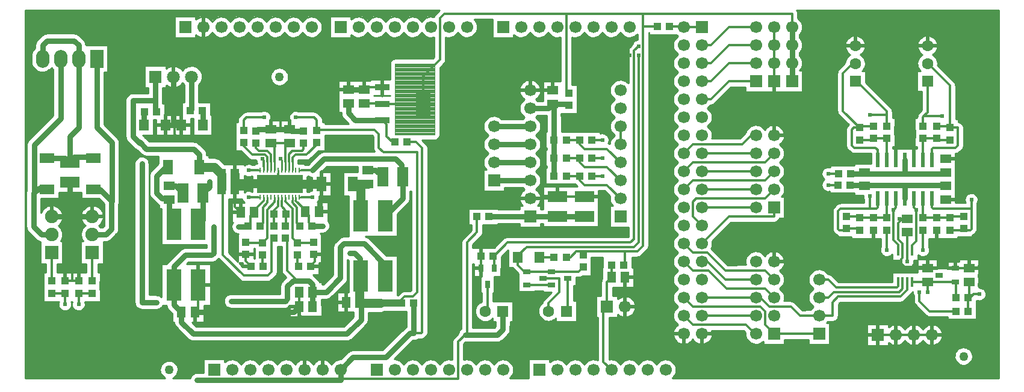
<source format=gbr>
G04 DipTrace 2.4.0.2*
%INTop.gbr*%
%MOIN*%
%ADD10C,0.0098*%
%ADD14C,0.03*%
%ADD15C,0.012*%
%ADD16C,0.013*%
%ADD17C,0.05*%
%ADD18C,0.0394*%
%ADD19C,0.01*%
%ADD20C,0.02*%
%ADD21C,0.004*%
%ADD22R,0.0394X0.0433*%
%ADD23R,0.0433X0.0394*%
%ADD24R,0.0591X0.0512*%
%ADD26R,0.0846X0.1772*%
%ADD27R,0.0512X0.0591*%
%ADD28R,0.1063X0.063*%
%ADD30R,0.0551X0.0827*%
%ADD31R,0.0551X0.063*%
%ADD32R,0.0827X0.0551*%
%ADD34C,0.05*%
%ADD35R,0.0669X0.0669*%
%ADD36C,0.0669*%
%ADD37R,0.0709X0.0709*%
%ADD38C,0.0709*%
%ADD39R,0.063X0.063*%
%ADD40C,0.063*%
%ADD41R,0.0748X0.0984*%
%ADD42O,0.0748X0.0984*%
%ADD44R,0.0256X0.0413*%
%ADD45R,0.0413X0.0256*%
%ADD46R,0.0748X0.0748*%
%ADD47C,0.0748*%
%ADD49R,0.0846X0.0374*%
%ADD50R,0.0846X0.128*%
%ADD51R,0.0236X0.0787*%
%ADD52R,0.0157X0.0551*%
%ADD54R,0.0098X0.0276*%
%ADD55R,0.2531X0.1039*%
%ADD56R,0.063X0.1063*%
%ADD57C,0.024*%
%FSLAX44Y44*%
G04*
G70*
G90*
G75*
G01*
%LNTop*%
%LPD*%
X3500Y18250D2*
D14*
Y19000D1*
X3250Y19250D1*
X1750D1*
X1500Y19000D1*
Y18250D1*
X3500D2*
Y14437D1*
X3000Y13937D1*
Y12500D1*
X25562Y9500D2*
D15*
Y8623D1*
X25000Y8061D1*
Y3060D1*
X24500Y2560D1*
Y500D1*
X18000D1*
Y1000D1*
X10062Y437D2*
D14*
X18000D1*
Y1000D1*
X1750Y12750D2*
X2750D1*
X3000Y12500D1*
Y12562D1*
X3250Y12812D1*
X4250D1*
X4312Y12750D1*
X26995Y4243D2*
Y3242D1*
X26690Y2938D1*
X24905D1*
D15*
X24500Y2560D1*
X18000Y1000D2*
D14*
X18687Y1687D1*
X20500D1*
X21844Y3031D1*
X22063D1*
D16*
X22469D1*
X22520Y3082D1*
Y13293D1*
X22188Y13625D1*
X21688D1*
X22062Y4687D2*
D14*
X22063Y3031D1*
X11417Y11024D2*
D16*
X11496D1*
Y7362D1*
X12638Y6220D1*
X13970D1*
X14187Y6438D1*
Y8440D1*
X14314Y8313D1*
X10187Y12250D2*
D17*
X11018D1*
X11417Y11850D1*
Y11024D1*
X7750Y17250D2*
D14*
Y15876D1*
Y15377D1*
X7813Y15314D1*
X45562Y11250D2*
D16*
X45005D1*
X10187Y12250D2*
D14*
Y12938D1*
X9875Y13250D1*
X7250D1*
X6875Y13625D1*
Y13562D1*
X6500Y13937D1*
Y15937D1*
X7688D1*
X7750Y15876D1*
X43000Y20000D2*
Y19000D1*
Y18000D1*
Y17000D1*
X30665Y16335D2*
D15*
X30500Y16500D1*
Y20750D1*
X34754D1*
X43000D1*
Y20000D1*
X33669Y6812D2*
X33750D1*
Y7563D1*
X34441D1*
X34754Y7876D1*
Y20024D1*
Y20750D1*
X30500Y7250D2*
D16*
X30750D1*
X31063Y7563D1*
X31463D1*
X33750D1*
X52812Y5875D2*
Y5062D1*
X52750Y5000D1*
Y4250D1*
Y5000D2*
X52875D1*
X53062Y5187D1*
X53375D1*
X31463Y7563D2*
Y7380D1*
X31441Y7357D1*
X19316Y15779D2*
X20284D1*
X20315Y15748D1*
X22598D1*
X30500Y20750D2*
X23750D1*
X23502Y20502D1*
Y18188D1*
X22598Y17283D1*
Y15748D1*
X35544Y20024D2*
X34754D1*
X16457Y5315D2*
D14*
Y4488D1*
X14939Y8313D2*
D16*
X15062D1*
Y6500D1*
X15625Y5937D1*
X16250D1*
X16417Y5770D1*
Y5354D1*
X16457Y5315D1*
D14*
X17205D1*
X17992Y6102D1*
Y7795D1*
X18189Y7992D1*
X19320D1*
X20433Y6879D1*
Y6232D1*
X20477Y6188D1*
X9750Y17250D2*
Y15438D1*
X9689Y15377D1*
X45581Y11875D2*
D16*
Y11876D1*
X45005D1*
X16457Y5315D2*
D14*
Y5731D1*
X16250Y5937D1*
X15375D1*
X15062Y5625D1*
Y4937D1*
X14937Y4812D1*
X11937D1*
X7813Y4750D2*
X7000D1*
Y12438D1*
X18440Y15778D2*
Y15222D1*
X18819Y14843D1*
X20315D1*
X21018Y13625D2*
D16*
X20875D1*
X20563Y13938D1*
Y14595D1*
X20315Y14843D1*
X38000Y19000D2*
X38500D1*
X39500Y20000D1*
X41000D1*
X37000Y13000D2*
X37500Y13500D1*
X40250D1*
X40750Y14000D1*
X41000D1*
Y13000D2*
X38000D1*
X37000Y12000D2*
X37500Y12500D1*
X41500D1*
X42000Y13000D1*
X41000Y12000D2*
X38000D1*
X37000Y11000D2*
X37500Y11500D1*
X41500D1*
X42000Y12000D1*
X41000Y11000D2*
X38000D1*
X41000Y10000D2*
X38000D1*
X42000Y11000D2*
X41500Y10500D1*
X37687D1*
X37500Y10313D1*
Y9500D1*
X38000Y9000D1*
X37000Y8000D2*
X37500Y7500D1*
X38312D1*
X39312Y6500D1*
X41500D1*
X42000Y6000D1*
X38000Y8000D2*
X39500Y9500D1*
X42000D1*
Y10000D1*
X37000Y7000D2*
X37500Y6500D1*
X38375D1*
X39375Y5500D1*
X41500D1*
X42000Y5000D1*
X38000Y7000D2*
X38312D1*
X39312Y6000D1*
X41000D1*
X48875Y5875D2*
Y5625D1*
X48812Y5562D1*
X45438D1*
X45000Y6000D1*
X44500D1*
X48875Y7607D2*
Y7937D1*
X48625Y8187D1*
Y9875D1*
X48750Y10000D1*
Y10500D1*
X48625Y9875D2*
X48645D1*
X48750Y10000D1*
X49643Y7607D2*
Y7893D1*
X49875Y8125D1*
Y9875D1*
X49750Y10000D1*
Y10500D1*
X2000Y9500D2*
D14*
X3000D1*
X4250D1*
X3000Y11398D2*
Y9500D1*
X2750Y5919D2*
D16*
X3136D1*
X3500D1*
X3136D2*
Y9364D1*
X3000Y9500D1*
X28500Y16500D2*
X29748D1*
X29750Y16498D1*
X28500Y10500D2*
X29898D1*
X30000Y10602D1*
X31500D1*
X33750Y6125D2*
Y4500D1*
X42000Y20000D2*
Y19000D1*
Y18000D1*
Y17000D1*
X47500Y8750D2*
Y7937D1*
X51000D2*
Y8750D1*
X49131Y7607D2*
Y7994D1*
X48875Y8250D1*
Y9125D1*
X49123Y9373D1*
X49375D1*
X49131Y7607D2*
Y7193D1*
X49062Y7125D1*
Y6875D1*
X49250Y6687D1*
X50436D1*
X50500Y6623D1*
X52062D1*
X52812D1*
X50750Y2937D2*
X49750D1*
X48750D1*
X47750D1*
X49375Y9373D2*
Y9375D1*
X48937D1*
X25769Y6642D2*
Y7311D1*
X25771Y7313D1*
X20315Y16654D2*
X19442D1*
X19316Y16528D1*
X14548Y12060D2*
D10*
Y11857D1*
D16*
Y11410D1*
X14647Y11312D1*
X12165Y11850D2*
D17*
Y11348D1*
Y11024D1*
Y11348D2*
X14611D1*
X14647Y11312D1*
X16939Y11314D2*
X14649D1*
X14647Y11312D1*
X12165Y11024D2*
D16*
Y10039D1*
X12480Y9724D1*
X16939Y11314D2*
Y9892D1*
X16811Y9764D1*
X16336Y6729D2*
Y6769D1*
X16575Y7008D1*
Y7321D1*
X16502Y7394D1*
X12751D2*
Y7019D1*
X13042Y6729D1*
X16811Y9764D2*
X17362D1*
X17480Y9646D1*
Y7480D1*
X17402Y7402D1*
X16509D1*
X16502Y7394D1*
X15709Y5315D2*
Y4488D1*
Y4055D1*
X15827Y3937D1*
X18031D1*
X18307Y4213D1*
Y4741D1*
X18316Y4750D1*
X12751Y7394D2*
X12370D1*
X11890Y7874D1*
Y9567D1*
X12047Y9724D1*
X12480D1*
X10126Y5717D2*
Y4378D1*
X9936Y4188D1*
D14*
X11000D1*
X15408D1*
X15709Y4488D1*
X8307Y14564D2*
X8750D1*
X8819D1*
X9188D1*
X8750Y17250D2*
Y14564D1*
X15947Y14252D2*
X15276D1*
X15197Y14331D1*
X14685D1*
X14134D1*
X13400D1*
X13322Y14252D1*
X12165Y11850D2*
D16*
Y12874D1*
X11775Y13264D1*
X11227Y13812D1*
X9063D1*
X8819Y14056D1*
Y14564D1*
X11775Y13264D2*
Y15043D1*
X12323Y15591D1*
X14528D1*
X14685Y15433D1*
Y14331D1*
X18440Y16526D2*
D14*
X19315D1*
X19316Y16528D1*
X11000Y4125D2*
Y4188D1*
X2750Y5250D2*
D16*
X2000D1*
X2750Y4625D2*
Y5250D1*
X2000Y8500D2*
D14*
X1438D1*
X1000Y8938D1*
Y10813D1*
X1034Y10847D1*
X1125Y10937D1*
X1187D1*
X1312Y11062D1*
X1705D1*
X1750Y11018D1*
X1034Y10847D2*
Y13472D1*
X2500Y14938D1*
Y18250D1*
X29691Y6438D2*
D16*
X28316D1*
X28304Y6451D1*
X27819Y7250D2*
Y7319D1*
X28313Y7813D1*
X34254D1*
X34504Y8063D1*
Y18439D1*
X28304Y6451D2*
X28178D1*
X27815Y6813D1*
Y7247D1*
X27819Y7250D1*
X29691Y6438D2*
X31191D1*
X31441Y6688D1*
X26517Y6642D2*
Y7237D1*
X26440Y7313D1*
X26503D1*
X27253Y8063D1*
X34066D1*
X34254Y8251D1*
Y18689D1*
X34504Y18939D1*
X44500Y3000D2*
X42000D1*
X37000Y5000D2*
X37500Y4500D1*
X41250D1*
X41500Y4250D1*
Y3500D1*
X42000Y3000D1*
X49387Y5875D2*
Y5449D1*
X49000Y5062D1*
X45562D1*
X45250Y4750D1*
Y4000D1*
X44500D1*
X41000Y5000D2*
X38000D1*
X41000D2*
X41250D1*
X41750Y4500D1*
X42937D1*
X43437Y4000D1*
X44500D1*
X14745Y10564D2*
D10*
Y10361D1*
D16*
Y10058D1*
X14961Y9843D1*
Y9649D1*
X14983Y9626D1*
Y9027D1*
X14939Y8983D1*
X30500Y13750D2*
X31250D1*
Y13500D1*
X31500Y13250D1*
X32750D1*
X33500Y12500D1*
X30500Y12750D2*
X31250D1*
Y12500D1*
X31500Y12250D1*
X32750D1*
X33500Y11500D1*
X30500Y11750D2*
X31250D1*
Y11500D1*
X31500Y11250D1*
X32750D1*
X33500Y10500D1*
X7126Y14564D2*
D14*
Y15296D1*
X7144Y15314D1*
X14548Y10564D2*
D10*
Y10361D1*
D16*
Y10060D1*
X14331Y9843D1*
Y9643D1*
X14314Y9626D1*
Y8983D1*
X49387Y7607D2*
Y8488D1*
X49312Y8562D1*
X49438D1*
X49375Y8625D1*
X52081Y4250D2*
X50625D1*
X50062Y4812D1*
Y5312D1*
X49375Y7000D2*
Y7382D1*
X49387D1*
Y7607D1*
X48250Y9419D2*
X47500D1*
X46750D1*
X46669Y9500D1*
X46000D1*
X48250Y10500D2*
Y9419D1*
X50250D2*
X51000D1*
X51750D1*
X51829Y9498D1*
X52500D1*
X50250Y9419D2*
Y10500D1*
X48250Y13831D2*
Y12626D1*
Y13831D2*
X47500D1*
X47419Y13750D1*
X46750D1*
X50250Y13831D2*
X51000D1*
X51081Y13750D1*
X51750D1*
X50250Y13831D2*
Y12626D1*
X4250Y7500D2*
Y5919D1*
X33500Y14500D2*
Y13500D1*
X26143Y5736D2*
Y4375D1*
X26011Y4243D1*
X13958Y12060D2*
D10*
Y12531D1*
D16*
Y12815D1*
X13827Y12946D1*
X13117D1*
X12646Y13417D1*
Y13589D1*
X12634Y13601D1*
X10370Y14564D2*
D14*
Y15365D1*
X10358Y15377D1*
X49250Y10500D2*
Y11250D1*
X51500D1*
Y11187D1*
X49250Y11250D2*
X47063D1*
X47000Y11187D1*
Y11250D1*
X46232D1*
X49250Y12626D2*
Y11875D1*
X51435D1*
X51500Y11939D1*
X49250Y11875D2*
X47061D1*
X47000Y11936D1*
Y11875D1*
X46250D1*
X30596Y6064D2*
D16*
Y4346D1*
X30500Y4250D1*
X14351Y12060D2*
D10*
Y12531D1*
D16*
Y13366D1*
X14134Y13583D1*
X14942Y12060D2*
D10*
Y12531D1*
D16*
Y13328D1*
X15197Y13583D1*
X14134D1*
X14351Y10564D2*
D10*
Y10361D1*
D16*
Y10296D1*
X13937Y9882D1*
Y8293D1*
X13689Y8045D1*
X12770D1*
X12751Y8063D1*
X14154Y12060D2*
D10*
Y12531D1*
D16*
Y12933D1*
X13945Y13143D1*
X13472D1*
X13315Y13300D1*
Y13576D1*
X13322Y13583D1*
X29831Y7250D2*
X29000D1*
X13689Y7376D2*
Y6751D1*
X13711Y6729D1*
X14942Y10564D2*
D10*
Y10361D1*
D16*
Y10334D1*
X15354Y9921D1*
Y8317D1*
X15627Y8045D1*
X16483D1*
X16502Y8063D1*
X15139Y12060D2*
D10*
Y12531D1*
D16*
Y12951D1*
X15330Y13143D1*
X15874D1*
X15953Y13222D1*
Y13577D1*
X15947Y13583D1*
X13761Y12060D2*
D10*
Y12262D1*
D16*
Y12614D1*
X13687Y12687D1*
X14688D2*
D10*
X14745Y12630D1*
Y12060D1*
X15627Y7376D2*
D16*
Y6769D1*
X15667Y6729D1*
X29209Y6077D2*
X30125D1*
Y5312D1*
X29500Y4687D1*
Y4234D1*
X29516Y4250D1*
X15336Y12060D2*
D10*
Y12531D1*
D16*
Y12773D1*
X15508Y12946D1*
X16133D1*
X16701Y13513D1*
Y13597D1*
X16697Y13601D1*
X2000Y7500D2*
Y5919D1*
X28304Y5703D2*
X29678D1*
X29691Y5690D1*
X3500Y5250D2*
X4250D1*
X3500Y4625D2*
Y5250D1*
X4312Y11018D2*
D14*
X4670D1*
X5312Y10375D1*
Y8812D1*
X5000Y8500D1*
X4250D1*
X5312Y10375D2*
X5348Y10339D1*
Y13589D1*
X4500Y14437D1*
Y18250D1*
X38000Y16000D2*
D16*
X38500D1*
X39500Y17000D1*
X41000D1*
X38000D2*
X38500D1*
X39500Y18000D1*
X41000D1*
X49131Y5875D2*
Y5506D1*
X48937Y5312D1*
X45312D1*
X45000Y5000D1*
X44500D1*
X37000Y4000D2*
X37500Y3500D1*
X40437D1*
X40937Y3000D1*
X41000D1*
Y4000D2*
X38000D1*
X31500Y9500D2*
D14*
X30000D1*
X28500D1*
X26232D1*
X26500Y13500D2*
X28500D1*
X26500Y14500D2*
X28500D1*
X26500Y12500D2*
X28500D1*
X26500Y11500D2*
X28500D1*
Y15500D2*
X29500D1*
X29750Y15750D1*
X30581D1*
X30665Y15665D1*
X29750Y15750D2*
X29831Y15669D1*
Y13750D1*
Y12750D1*
Y11750D1*
X33000Y6812D2*
D16*
X33002Y6810D1*
Y6125D1*
X32750Y5873D1*
Y4500D1*
X33000Y1000D2*
D15*
X32562Y1438D1*
Y4500D1*
X32750D1*
X48250Y8750D2*
D16*
Y7638D1*
X50250D2*
Y8750D1*
X52081Y5000D2*
Y5857D1*
X52062Y5875D1*
X50500D1*
X49643D1*
X50500D2*
Y5313D1*
X46750Y8750D2*
X46669Y8831D1*
X46000D1*
X45919Y8750D1*
X45625D1*
X45562Y8813D1*
Y9812D1*
X45687Y9937D1*
X47293D1*
X47687D1*
X47750Y10000D1*
Y10500D1*
X48250Y14500D2*
Y15125D1*
Y15319D1*
X46569Y17000D1*
X46500D1*
X47293Y9937D2*
X47317Y9962D1*
Y10626D1*
Y15125D2*
X48250D1*
X46750Y14419D2*
X46831Y14500D1*
X47500D1*
X47750Y12626D2*
Y13188D1*
X47625Y13313D1*
X46437D1*
X46312Y13438D1*
Y14312D1*
X46419Y14419D1*
X46750D1*
X45817Y15352D1*
Y17439D1*
X46362Y17984D1*
X46500D1*
X52500Y8829D2*
X52421Y8750D1*
X51750D1*
X52500Y8829D2*
X52579Y8750D1*
X52875D1*
X52937Y8812D1*
Y9937D1*
X50813D1*
X50750Y10000D1*
Y10500D1*
X50250Y14500D2*
Y15014D1*
X50299Y15063D1*
X50500Y15264D1*
Y17000D1*
X52937Y9937D2*
Y10437D1*
X51312Y15063D2*
X50299D1*
X51750Y14419D2*
X51669Y14500D1*
X51000D1*
X50750Y12626D2*
Y13250D1*
X50813Y13313D1*
X52063D1*
X52187Y13437D1*
Y14419D1*
X51750D1*
X50500Y17984D2*
X50511Y17996D1*
X51750Y16757D1*
Y14419D1*
X38000Y18000D2*
X38500D1*
X39500Y19000D1*
X41000D1*
X31919Y11750D2*
X32500D1*
X31919Y12750D2*
X32500D1*
X31919Y13750D2*
X32500D1*
X36213Y20024D2*
X36976D1*
X37000Y20000D1*
X38000D1*
X13761Y10564D2*
D10*
Y10375D1*
D16*
X13307Y9921D1*
Y9803D1*
X13228Y9724D1*
X12874Y8976D2*
Y9016D1*
X13031Y9173D1*
Y9528D1*
X13228Y9724D1*
X15532Y10564D2*
D10*
Y10373D1*
D16*
X15945Y9961D1*
Y9882D1*
X16063Y9764D1*
X16417Y8976D2*
Y9016D1*
X16260Y9173D1*
Y9567D1*
X16063Y9764D1*
X19065Y4750D2*
D17*
Y6126D1*
X19127Y6188D1*
X21393Y4687D2*
D18*
X20203D1*
D17*
X19128D1*
X19065Y4750D1*
X8776Y5717D2*
D14*
Y4601D1*
X9188Y4188D1*
Y3646D1*
X9835Y3000D1*
X18354D1*
X19134Y3780D1*
Y4681D1*
X19065Y4750D1*
X8776Y5717D2*
Y6728D1*
X9409Y7362D1*
X10866D1*
X10984Y7480D1*
Y8937D1*
X12362D2*
X12835D1*
X12874Y8976D1*
X16417D2*
X17008D1*
X18504Y7480D2*
X18780D1*
X19094Y7165D1*
Y6221D1*
X19127Y6188D1*
X12634Y14270D2*
D16*
Y14839D1*
X12795Y15000D1*
X13780D1*
X15512D2*
X16535D1*
X16693Y14843D1*
Y14274D1*
X16697Y14270D1*
X21393Y4687D2*
Y4893D1*
X21562Y5062D1*
X22000D1*
X22250Y5313D1*
Y13062D1*
X20375D1*
X20125Y13312D1*
Y14062D1*
X19875Y14312D1*
X16739D1*
X16697Y14270D1*
X13564Y10564D2*
D10*
X13450D1*
D16*
X12913D1*
Y12060D2*
X13450D1*
D10*
X13564D1*
X10750Y11437D2*
D14*
Y11142D1*
X10394D1*
X10375Y10812D2*
Y9312D1*
X10126Y9063D1*
X10750Y11142D2*
X10375Y10812D1*
X13958Y10564D2*
D10*
Y10361D1*
D16*
Y10257D1*
X13701Y10000D1*
Y9134D1*
X13583Y9016D1*
X13543Y8976D1*
X15336Y10564D2*
D10*
Y10361D1*
D16*
Y10255D1*
X15591Y10000D1*
Y9134D1*
X15748Y8976D1*
X15729Y12060D2*
D10*
X15843D1*
D16*
X16457D1*
Y10564D2*
X15843D1*
D10*
X15729D1*
X16457Y12060D2*
D14*
X17085Y12687D1*
X21063D1*
X21375Y12375D1*
Y11750D1*
X21437Y11688D1*
Y10495D1*
X20477Y9535D1*
X18672Y11314D2*
D17*
X19046D1*
X19500D1*
X19127Y9535D2*
Y11233D1*
X19046Y11314D1*
X8500Y10439D2*
D14*
Y9339D1*
X8776Y9063D1*
X8455Y12250D2*
X8312D1*
X7812Y11750D1*
Y10813D1*
X8125Y10500D1*
X8439D1*
X8500Y10439D1*
X19500Y12062D2*
X19960D1*
X20335Y11688D1*
X8500Y11187D2*
X8898D1*
X9273Y10812D1*
D57*
X10062Y437D3*
X45005Y11250D3*
X53375Y5187D3*
X45005Y11876D3*
X11937Y4812D3*
X7813Y4750D3*
X7000Y12438D3*
X48625Y9875D3*
X49875D3*
X47500Y7937D3*
X51000D3*
X48937Y9375D3*
X2750Y4625D3*
X34504Y18439D3*
Y18939D3*
X50062Y5312D3*
X49375Y7000D3*
X13687Y12687D3*
X14688D3*
X3500Y4625D3*
X48250Y7638D3*
X50250D3*
X50500Y5313D3*
D3*
X47317Y10626D3*
Y15125D3*
X52937Y10437D3*
X51312Y15063D3*
X32500Y11750D3*
Y12750D3*
Y13750D3*
X10984Y8937D3*
X12362D3*
X17008Y8976D3*
X18504Y7480D3*
X13780Y15000D3*
X15512D3*
X12913Y10564D3*
Y12060D3*
X10750Y11437D3*
X16457Y12060D3*
Y10564D3*
X23625Y17437D3*
Y16937D3*
Y16437D3*
X24125Y17437D3*
X23625Y15937D3*
Y15437D3*
Y14937D3*
Y14437D3*
Y13937D3*
Y13437D3*
Y12937D3*
Y12437D3*
Y11937D3*
Y11437D3*
Y10937D3*
Y10437D3*
Y9937D3*
Y9437D3*
Y8937D3*
Y8437D3*
Y7937D3*
Y7437D3*
Y6937D3*
Y6437D3*
Y5937D3*
Y5437D3*
Y4937D3*
Y4437D3*
Y3937D3*
Y3437D3*
X24125Y17937D3*
Y16937D3*
Y16437D3*
X13625Y11562D3*
X24125Y15937D3*
Y15437D3*
Y14937D3*
Y14437D3*
Y13937D3*
Y13437D3*
Y12937D3*
Y12437D3*
Y11937D3*
Y11437D3*
Y10937D3*
Y10437D3*
Y9937D3*
Y9437D3*
Y8937D3*
Y8437D3*
Y7937D3*
Y7437D3*
Y6937D3*
X6062Y19937D3*
Y19437D3*
Y18937D3*
Y18437D3*
Y17937D3*
Y17437D3*
Y16937D3*
Y16437D3*
Y15937D3*
Y15437D3*
Y14937D3*
Y14437D3*
Y13937D3*
Y13437D3*
Y12937D3*
Y12437D3*
Y11937D3*
Y11437D3*
Y10937D3*
Y10437D3*
Y9937D3*
Y9437D3*
Y8937D3*
Y8437D3*
Y7937D3*
Y7437D3*
Y6937D3*
Y6437D3*
Y5937D3*
Y5437D3*
Y4937D3*
Y4437D3*
X13625Y11063D3*
X14125Y11562D3*
Y11063D3*
X14625Y11562D3*
Y11063D3*
X15125Y11562D3*
Y11063D3*
X15625Y11562D3*
X24125Y6437D3*
Y5937D3*
Y5437D3*
Y4937D3*
Y4437D3*
Y3937D3*
Y3437D3*
X24625Y17937D3*
Y17437D3*
Y16937D3*
Y16437D3*
Y15937D3*
Y15437D3*
Y14937D3*
Y14437D3*
Y13937D3*
Y13437D3*
Y12937D3*
Y12437D3*
Y11937D3*
Y11437D3*
Y10937D3*
X43062Y11938D3*
Y11438D3*
Y10938D3*
Y10438D3*
Y9938D3*
Y9438D3*
Y8938D3*
Y8438D3*
Y7938D3*
Y7438D3*
X43562Y11938D3*
X24625Y10437D3*
X43562Y11438D3*
X25062Y2000D3*
X25562D3*
X26062D3*
X26562D3*
X27062D3*
X27562D3*
X28062D3*
X28562D3*
X29062D3*
X29562D3*
X30062D3*
X30562D3*
X31062D3*
X31562D3*
X32062D3*
X24625Y9937D3*
X33062Y2000D3*
X33562D3*
X34062D3*
X34562D3*
X35062D3*
X35562D3*
X36062D3*
X36562D3*
X37062D3*
X37562D3*
X15625Y11063D3*
X11000Y4125D3*
Y3625D3*
X11500Y4125D3*
Y3625D3*
X24625Y9437D3*
X43562Y10938D3*
Y10438D3*
Y9938D3*
X6625Y18938D3*
X12000Y4125D3*
X7125Y18938D3*
X12000Y3625D3*
X7625Y18938D3*
X12500Y4125D3*
X8125Y18938D3*
X12500Y3625D3*
X8625Y18938D3*
X13000Y4125D3*
X9125Y18938D3*
X13000Y3625D3*
X9625Y18938D3*
X13500Y4125D3*
X10125Y18938D3*
X13500Y3625D3*
X10625Y18938D3*
X14000Y4125D3*
X11125Y18938D3*
X14000Y3625D3*
X11625Y18938D3*
X14500Y4125D3*
X12125Y18938D3*
X49687Y4125D3*
X12625Y18938D3*
X14500Y3625D3*
X13125Y18938D3*
X7687Y9437D3*
X13625Y18938D3*
X7687Y8937D3*
X14125Y18938D3*
X7687Y8437D3*
X14625Y18938D3*
X7687Y7937D3*
X15125Y18938D3*
X7687Y7437D3*
X15625Y18938D3*
X7687Y6937D3*
X16125Y18938D3*
X7687Y6437D3*
X16625Y18938D3*
X7687Y5937D3*
X53375Y20187D3*
Y19687D3*
Y19187D3*
Y18687D3*
X18125Y18938D3*
X21625Y9937D3*
X18625Y18938D3*
X21625Y9438D3*
X19125Y18938D3*
Y18438D3*
X19625Y18938D3*
Y18438D3*
X20125Y18938D3*
Y18438D3*
X20625Y18938D3*
Y18438D3*
X21125Y18938D3*
Y18438D3*
X21625Y18938D3*
Y18438D3*
X22125Y18938D3*
Y18438D3*
X22625Y18938D3*
Y18438D3*
X23125Y18938D3*
Y18438D3*
X21625Y8937D3*
Y8437D3*
X24125Y18938D3*
Y18438D3*
X24625Y18938D3*
Y18438D3*
X25125Y18938D3*
Y18438D3*
X25625Y18938D3*
Y18438D3*
X26125Y18938D3*
Y18438D3*
X26625Y18938D3*
Y18438D3*
X27125Y18938D3*
Y18438D3*
X27625Y18938D3*
Y18438D3*
X28125Y18938D3*
Y18438D3*
X28625Y18938D3*
Y18438D3*
X29125Y18938D3*
Y18438D3*
X29625Y18938D3*
Y18438D3*
X30125Y18938D3*
Y18438D3*
X53375Y18187D3*
Y17687D3*
Y17187D3*
Y16687D3*
Y16187D3*
Y15687D3*
Y15187D3*
Y14687D3*
Y14187D3*
Y13687D3*
Y13187D3*
Y12687D3*
Y12187D3*
Y11687D3*
Y11187D3*
Y10687D3*
Y10187D3*
Y9687D3*
Y9187D3*
Y8687D3*
Y8187D3*
Y7687D3*
Y7187D3*
Y6687D3*
Y6187D3*
Y5687D3*
Y4687D3*
Y4187D3*
X52255Y11189D3*
X53375Y3687D3*
Y3187D3*
Y2687D3*
Y2187D3*
Y1687D3*
Y1187D3*
X53875Y20187D3*
Y19687D3*
Y19187D3*
Y18687D3*
Y18187D3*
Y17687D3*
Y17187D3*
Y16687D3*
Y16187D3*
Y15687D3*
Y15187D3*
Y14687D3*
Y14187D3*
Y13687D3*
Y13187D3*
Y12687D3*
Y12187D3*
Y11687D3*
Y11187D3*
Y10687D3*
Y10187D3*
Y9687D3*
Y9187D3*
Y8687D3*
Y8187D3*
Y7687D3*
Y7187D3*
Y6687D3*
Y6187D3*
Y5687D3*
Y4687D3*
Y4187D3*
X52255Y10689D3*
X53875Y3687D3*
Y3187D3*
Y2687D3*
Y2187D3*
Y1687D3*
Y1187D3*
X36062Y10500D3*
Y10000D3*
Y9500D3*
Y9000D3*
Y8500D3*
Y8000D3*
Y7500D3*
Y7000D3*
Y6500D3*
Y6000D3*
Y5500D3*
Y5000D3*
Y4500D3*
Y4000D3*
Y3500D3*
Y3000D3*
Y2500D3*
X43562Y9438D3*
Y8938D3*
Y8438D3*
Y7938D3*
Y7438D3*
X44062Y11938D3*
Y11438D3*
Y10938D3*
Y10438D3*
Y9938D3*
Y9438D3*
Y8938D3*
Y8438D3*
Y7938D3*
Y7438D3*
X44562Y11938D3*
Y11437D3*
Y10938D3*
Y10438D3*
Y9938D3*
Y9438D3*
Y8938D3*
Y8438D3*
Y7938D3*
Y7437D3*
X24625Y8937D3*
Y8437D3*
Y7937D3*
Y7437D3*
Y6937D3*
Y6437D3*
Y5937D3*
Y5437D3*
X37062Y1000D3*
X37562D3*
X38062D3*
X38562D3*
X39062D3*
X39562D3*
X40062D3*
X40562D3*
X41062D3*
X41562D3*
X42062D3*
X42562D3*
X43062D3*
X43562D3*
X44062D3*
X44562D3*
X45062D3*
X45562D3*
X46062D3*
X46562D3*
X47062D3*
X47562D3*
X48062D3*
X48562D3*
X49062D3*
X43875Y19687D3*
X50062Y1000D3*
X50562D3*
X51062D3*
X51562D3*
X52062D3*
X52562D3*
X53062D3*
X44875Y20187D3*
X45375D3*
X45875D3*
X46375D3*
X46875D3*
X47375D3*
X47875D3*
X48375D3*
X48875D3*
X49375D3*
X49875D3*
X50375D3*
X50875D3*
X51375D3*
X51875D3*
X52375D3*
X52875D3*
X24625Y4937D3*
Y4437D3*
Y3937D3*
Y3437D3*
X21625Y7937D3*
Y7437D3*
Y6937D3*
Y6437D3*
Y5937D3*
X27750Y8500D3*
X28250D3*
X28750D3*
X29250D3*
X49687Y4625D3*
X29750Y8500D3*
X30250D3*
X49562Y1000D3*
X30750Y8500D3*
X31250D3*
X46250Y8062D3*
X31750Y8500D3*
X46250Y7562D3*
X32250Y8500D3*
X46250Y7062D3*
X32750Y8500D3*
X46250Y6562D3*
X33250Y8500D3*
X47687Y4125D3*
X33750Y8500D3*
X48187Y4125D3*
X31000Y18938D3*
Y18438D3*
X31500Y18938D3*
Y18438D3*
X32000Y18938D3*
Y18438D3*
X32500Y18938D3*
Y18438D3*
X33000Y18938D3*
Y18438D3*
X33500Y18938D3*
Y18438D3*
X34000Y18938D3*
Y18438D3*
X8438Y2437D3*
X8938D3*
X9438D3*
X9938D3*
X10438D3*
X10938D3*
X11438D3*
X11938D3*
X12437D3*
X12938D3*
X13437D3*
X13938D3*
X14437D3*
X14937D3*
X15437D3*
X15937D3*
X16437D3*
X16937D3*
X17437D3*
X17938D3*
X18438D3*
X48687Y4125D3*
X49187D3*
X46750Y8062D3*
Y7562D3*
Y7062D3*
Y6562D3*
X47687Y4625D3*
X48187D3*
X48687D3*
X49187D3*
X51500Y8062D3*
Y7562D3*
X46250Y6062D3*
X45687Y4125D3*
X46187D3*
X46687D3*
X47187D3*
X52000Y8062D3*
Y7562D3*
X46750Y6062D3*
X45687Y4625D3*
X46187D3*
X46687D3*
X47187D3*
X43875Y20187D3*
Y19187D3*
Y18687D3*
Y18187D3*
Y17687D3*
Y17187D3*
Y16687D3*
Y16187D3*
Y15687D3*
Y15187D3*
Y14687D3*
Y14187D3*
X44375Y20187D3*
Y19687D3*
Y19187D3*
Y18687D3*
Y18187D3*
Y17687D3*
Y17187D3*
Y16687D3*
Y16187D3*
Y15687D3*
Y15187D3*
Y14687D3*
Y14187D3*
X49000Y16063D3*
Y15563D3*
Y15063D3*
Y14562D3*
Y14063D3*
Y13563D3*
X49500Y16063D3*
Y15563D3*
Y15063D3*
Y14562D3*
Y14063D3*
Y13563D3*
X52250Y12688D3*
Y12188D3*
Y11688D3*
X11125Y6562D3*
Y6062D3*
Y5562D3*
X17562Y13625D3*
X18062D3*
X18562D3*
X19062D3*
X11625Y16625D3*
Y16125D3*
X12125Y16625D3*
Y16125D3*
X12625Y16625D3*
Y16125D3*
X13125Y16625D3*
Y16125D3*
X13625Y16625D3*
Y16125D3*
X14125Y16625D3*
Y16125D3*
X14625Y16625D3*
Y16125D3*
X15125Y16625D3*
Y16125D3*
X15625Y16625D3*
Y16125D3*
X16125Y16625D3*
Y16125D3*
X16625Y16625D3*
Y16125D3*
X17125Y16625D3*
Y16125D3*
X17625Y16625D3*
Y16125D3*
X560Y20851D2*
D19*
X23391D1*
X43308D2*
X54441D1*
X560Y20753D2*
X23292D1*
X43323D2*
X54441D1*
X560Y20654D2*
X23213D1*
X43323D2*
X54441D1*
X560Y20555D2*
X8802D1*
X9998D2*
X10195D1*
X10605D2*
X11195D1*
X11605D2*
X12195D1*
X12605D2*
X13195D1*
X13605D2*
X14195D1*
X14605D2*
X15195D1*
X15605D2*
X16195D1*
X16605D2*
X17402D1*
X18598D2*
X18795D1*
X19205D2*
X19795D1*
X20205D2*
X20795D1*
X21205D2*
X21795D1*
X22205D2*
X22795D1*
X43323D2*
X54441D1*
X560Y20457D2*
X8802D1*
X10781D2*
X11019D1*
X11781D2*
X12019D1*
X12781D2*
X13019D1*
X13781D2*
X14019D1*
X14781D2*
X15019D1*
X15781D2*
X16019D1*
X16781D2*
X17402D1*
X19381D2*
X19619D1*
X20381D2*
X20619D1*
X21381D2*
X21619D1*
X22381D2*
X22619D1*
X43381D2*
X54441D1*
X560Y20358D2*
X8802D1*
X16878D2*
X17402D1*
X25478D2*
X26402D1*
X43478D2*
X54441D1*
X560Y20259D2*
X8802D1*
X16939D2*
X17402D1*
X25539D2*
X26402D1*
X43539D2*
X54441D1*
X560Y20160D2*
X8802D1*
X16976D2*
X17402D1*
X25576D2*
X26402D1*
X43576D2*
X54441D1*
X560Y20062D2*
X8802D1*
X16995D2*
X17402D1*
X25595D2*
X26402D1*
X43595D2*
X54441D1*
X560Y19963D2*
X8802D1*
X16997D2*
X17402D1*
X25597D2*
X26402D1*
X43597D2*
X54441D1*
X560Y19864D2*
X8802D1*
X16983D2*
X17402D1*
X25583D2*
X26402D1*
X43583D2*
X54441D1*
X560Y19766D2*
X8802D1*
X16950D2*
X17402D1*
X25550D2*
X26402D1*
X43550D2*
X54441D1*
X560Y19667D2*
X8802D1*
X16895D2*
X17402D1*
X25495D2*
X26402D1*
X43495D2*
X54441D1*
X560Y19568D2*
X1491D1*
X3509D2*
X8802D1*
X10811D2*
X10989D1*
X11811D2*
X11989D1*
X12811D2*
X12989D1*
X13811D2*
X13989D1*
X14811D2*
X14989D1*
X15811D2*
X15989D1*
X16811D2*
X17402D1*
X19411D2*
X19589D1*
X20411D2*
X20589D1*
X21411D2*
X21589D1*
X22411D2*
X22589D1*
X24411D2*
X24589D1*
X25411D2*
X26402D1*
X28411D2*
X28589D1*
X29411D2*
X29589D1*
X31411D2*
X31589D1*
X32411D2*
X32589D1*
X33411D2*
X33589D1*
X35078D2*
X36589D1*
X43414D2*
X54441D1*
X560Y19470D2*
X1389D1*
X3611D2*
X8802D1*
X9998D2*
X10135D1*
X10665D2*
X11135D1*
X11665D2*
X12135D1*
X12665D2*
X13135D1*
X13665D2*
X14135D1*
X14665D2*
X15135D1*
X15665D2*
X16135D1*
X16665D2*
X17402D1*
X18598D2*
X18735D1*
X19265D2*
X19735D1*
X20265D2*
X20735D1*
X21265D2*
X21735D1*
X22265D2*
X22735D1*
X24265D2*
X24735D1*
X25265D2*
X26402D1*
X27598D2*
X27735D1*
X28265D2*
X28735D1*
X29265D2*
X29735D1*
X31265D2*
X31735D1*
X32265D2*
X32735D1*
X33265D2*
X33735D1*
X34265D2*
X34430D1*
X35078D2*
X36636D1*
X43414D2*
X46220D1*
X46780D2*
X50220D1*
X50780D2*
X54441D1*
X560Y19371D2*
X1289D1*
X3711D2*
X23174D1*
X23831D2*
X30177D1*
X30823D2*
X34430D1*
X35078D2*
X36533D1*
X43467D2*
X46088D1*
X46912D2*
X50088D1*
X50912D2*
X54441D1*
X560Y19272D2*
X1192D1*
X3808D2*
X23174D1*
X23831D2*
X30177D1*
X30823D2*
X34324D1*
X35078D2*
X36469D1*
X43531D2*
X46010D1*
X46990D2*
X50010D1*
X50990D2*
X54441D1*
X560Y19174D2*
X1125D1*
X3875D2*
X23174D1*
X23831D2*
X30177D1*
X30823D2*
X34202D1*
X35078D2*
X36428D1*
X43572D2*
X45960D1*
X47040D2*
X49960D1*
X51040D2*
X54441D1*
X560Y19075D2*
X1094D1*
X3906D2*
X23174D1*
X23831D2*
X30177D1*
X30823D2*
X34145D1*
X35078D2*
X36406D1*
X43594D2*
X45931D1*
X47069D2*
X49931D1*
X51069D2*
X54441D1*
X560Y18976D2*
X1086D1*
X5137D2*
X23174D1*
X23831D2*
X30177D1*
X30823D2*
X34080D1*
X35078D2*
X36402D1*
X43598D2*
X45922D1*
X47080D2*
X49920D1*
X51080D2*
X54441D1*
X560Y18878D2*
X1086D1*
X5137D2*
X23174D1*
X23831D2*
X30177D1*
X30823D2*
X33986D1*
X35078D2*
X36414D1*
X43586D2*
X45928D1*
X47072D2*
X49928D1*
X51072D2*
X54441D1*
X560Y18779D2*
X1016D1*
X5137D2*
X23174D1*
X23831D2*
X30177D1*
X30823D2*
X33938D1*
X35078D2*
X36444D1*
X43556D2*
X45953D1*
X47047D2*
X49953D1*
X51047D2*
X54441D1*
X560Y18680D2*
X945D1*
X5137D2*
X23174D1*
X23831D2*
X30177D1*
X30823D2*
X33925D1*
X35078D2*
X36495D1*
X43505D2*
X46000D1*
X47000D2*
X50000D1*
X51000D2*
X54441D1*
X560Y18581D2*
X900D1*
X5137D2*
X23174D1*
X23831D2*
X30177D1*
X30823D2*
X33925D1*
X35078D2*
X36577D1*
X43423D2*
X46074D1*
X46926D2*
X50074D1*
X50926D2*
X54441D1*
X560Y18483D2*
X872D1*
X5137D2*
X23174D1*
X23831D2*
X30177D1*
X30823D2*
X33925D1*
X35078D2*
X36653D1*
X43414D2*
X46194D1*
X46806D2*
X50194D1*
X50806D2*
X54441D1*
X560Y18384D2*
X863D1*
X5137D2*
X23174D1*
X23831D2*
X30177D1*
X30823D2*
X33925D1*
X35078D2*
X36544D1*
X43456D2*
X46086D1*
X46914D2*
X50086D1*
X50914D2*
X54441D1*
X560Y18285D2*
X863D1*
X5137D2*
X23139D1*
X23831D2*
X30177D1*
X30823D2*
X33925D1*
X35078D2*
X36475D1*
X43525D2*
X46008D1*
X46992D2*
X50008D1*
X50992D2*
X54441D1*
X560Y18187D2*
X863D1*
X5137D2*
X20817D1*
X23831D2*
X30177D1*
X30823D2*
X33925D1*
X35078D2*
X36431D1*
X43569D2*
X45958D1*
X47042D2*
X49958D1*
X51042D2*
X54441D1*
X560Y18088D2*
X864D1*
X5137D2*
X20752D1*
X23815D2*
X30177D1*
X30823D2*
X33925D1*
X35078D2*
X36408D1*
X43592D2*
X45931D1*
X47069D2*
X49931D1*
X51069D2*
X54441D1*
X560Y17989D2*
X878D1*
X5137D2*
X20736D1*
X23762D2*
X30177D1*
X30823D2*
X33925D1*
X35078D2*
X36402D1*
X43598D2*
X45906D1*
X47080D2*
X49920D1*
X51080D2*
X54441D1*
X560Y17891D2*
X910D1*
X5137D2*
X20736D1*
X23667D2*
X30177D1*
X30823D2*
X33925D1*
X35078D2*
X36411D1*
X43589D2*
X45808D1*
X47072D2*
X49928D1*
X51078D2*
X54441D1*
X560Y17792D2*
X963D1*
X5137D2*
X7131D1*
X8369D2*
X8464D1*
X9036D2*
X9464D1*
X10036D2*
X20736D1*
X23569D2*
X30177D1*
X30823D2*
X33925D1*
X35078D2*
X36439D1*
X43561D2*
X45710D1*
X47045D2*
X49955D1*
X51176D2*
X54441D1*
X560Y17693D2*
X1041D1*
X1959D2*
X2041D1*
X5137D2*
X7131D1*
X9176D2*
X9324D1*
X10176D2*
X14375D1*
X14875D2*
X20736D1*
X23514D2*
X30177D1*
X30823D2*
X33925D1*
X35078D2*
X36488D1*
X43512D2*
X45611D1*
X46998D2*
X50002D1*
X51275D2*
X54441D1*
X560Y17595D2*
X1166D1*
X1834D2*
X2086D1*
X5137D2*
X7131D1*
X10261D2*
X14247D1*
X15003D2*
X20736D1*
X23514D2*
X30177D1*
X30823D2*
X33925D1*
X35078D2*
X36563D1*
X43437D2*
X45528D1*
X46925D2*
X50075D1*
X51373D2*
X54441D1*
X560Y17496D2*
X2086D1*
X4914D2*
X7131D1*
X10317D2*
X14175D1*
X15075D2*
X20736D1*
X23514D2*
X30177D1*
X30823D2*
X33925D1*
X35078D2*
X36674D1*
X43598D2*
X45494D1*
X47080D2*
X49920D1*
X51472D2*
X54441D1*
X560Y17397D2*
X2086D1*
X4914D2*
X7131D1*
X10350D2*
X14133D1*
X15117D2*
X20736D1*
X23514D2*
X30177D1*
X30823D2*
X33925D1*
X35078D2*
X36556D1*
X43598D2*
X45489D1*
X47080D2*
X49920D1*
X51570D2*
X54441D1*
X560Y17299D2*
X2086D1*
X4914D2*
X7131D1*
X10367D2*
X14114D1*
X15136D2*
X20736D1*
X23514D2*
X30177D1*
X30823D2*
X33925D1*
X35078D2*
X36483D1*
X43598D2*
X45489D1*
X47080D2*
X49920D1*
X51670D2*
X54441D1*
X560Y17200D2*
X2086D1*
X4914D2*
X7131D1*
X10365D2*
X14114D1*
X15136D2*
X20736D1*
X23514D2*
X30177D1*
X30823D2*
X33925D1*
X35078D2*
X36436D1*
X43598D2*
X45489D1*
X47080D2*
X49920D1*
X51769D2*
X54441D1*
X560Y17101D2*
X2086D1*
X4914D2*
X7131D1*
X10350D2*
X14133D1*
X15117D2*
X20736D1*
X23514D2*
X30177D1*
X30823D2*
X33925D1*
X35078D2*
X36410D1*
X43598D2*
X45489D1*
X47080D2*
X49920D1*
X51867D2*
X54441D1*
X560Y17002D2*
X2086D1*
X4914D2*
X7131D1*
X10315D2*
X14177D1*
X15073D2*
X17880D1*
X23514D2*
X28183D1*
X28817D2*
X29191D1*
X30823D2*
X33183D1*
X33817D2*
X33925D1*
X35078D2*
X36402D1*
X43598D2*
X45489D1*
X47080D2*
X49920D1*
X51965D2*
X54441D1*
X560Y16904D2*
X2086D1*
X4914D2*
X7131D1*
X10261D2*
X14249D1*
X15001D2*
X17880D1*
X23514D2*
X28063D1*
X28937D2*
X29191D1*
X30823D2*
X33063D1*
X35078D2*
X36410D1*
X43598D2*
X45489D1*
X47126D2*
X49920D1*
X52044D2*
X54441D1*
X560Y16805D2*
X2086D1*
X4914D2*
X7131D1*
X9175D2*
X9325D1*
X10175D2*
X14378D1*
X14872D2*
X17880D1*
X23514D2*
X27986D1*
X29014D2*
X29191D1*
X30823D2*
X32986D1*
X35078D2*
X36435D1*
X43598D2*
X45489D1*
X47225D2*
X49920D1*
X52075D2*
X54441D1*
X560Y16706D2*
X2086D1*
X4914D2*
X7131D1*
X8369D2*
X8467D1*
X9033D2*
X9336D1*
X10164D2*
X17880D1*
X23514D2*
X27939D1*
X29061D2*
X29191D1*
X31126D2*
X32939D1*
X35078D2*
X36480D1*
X43598D2*
X45489D1*
X47323D2*
X49920D1*
X52080D2*
X54441D1*
X560Y16608D2*
X2086D1*
X4914D2*
X7336D1*
X8164D2*
X9336D1*
X10164D2*
X17880D1*
X23514D2*
X27911D1*
X29089D2*
X29191D1*
X31126D2*
X32911D1*
X35078D2*
X36552D1*
X39569D2*
X40402D1*
X43598D2*
X45489D1*
X47422D2*
X49920D1*
X52080D2*
X54441D1*
X560Y16509D2*
X2086D1*
X4914D2*
X7336D1*
X8164D2*
X9336D1*
X10164D2*
X17880D1*
X23514D2*
X27902D1*
X29098D2*
X29191D1*
X31126D2*
X32902D1*
X35078D2*
X36666D1*
X39470D2*
X40402D1*
X43598D2*
X45489D1*
X47522D2*
X49920D1*
X52080D2*
X54441D1*
X560Y16410D2*
X2086D1*
X4914D2*
X7336D1*
X8164D2*
X9336D1*
X10164D2*
X17880D1*
X23514D2*
X27908D1*
X29092D2*
X29191D1*
X31126D2*
X32908D1*
X35078D2*
X36569D1*
X39372D2*
X45489D1*
X47620D2*
X50170D1*
X52080D2*
X54441D1*
X560Y16312D2*
X2086D1*
X4914D2*
X6338D1*
X8164D2*
X9336D1*
X10164D2*
X17880D1*
X23514D2*
X27933D1*
X29067D2*
X29191D1*
X31126D2*
X32933D1*
X35078D2*
X36491D1*
X39273D2*
X45489D1*
X47719D2*
X50170D1*
X52080D2*
X54441D1*
X560Y16213D2*
X2086D1*
X4914D2*
X6194D1*
X8164D2*
X9336D1*
X10164D2*
X17880D1*
X23514D2*
X27977D1*
X29023D2*
X29191D1*
X31126D2*
X32977D1*
X35078D2*
X36441D1*
X39173D2*
X45489D1*
X47817D2*
X50170D1*
X52080D2*
X54441D1*
X560Y16114D2*
X2086D1*
X4914D2*
X6127D1*
X8164D2*
X9336D1*
X10164D2*
X17880D1*
X23514D2*
X28045D1*
X28955D2*
X29191D1*
X31126D2*
X33045D1*
X35078D2*
X36413D1*
X39075D2*
X45489D1*
X47915D2*
X50170D1*
X52080D2*
X54441D1*
X560Y16016D2*
X2086D1*
X4914D2*
X6094D1*
X8164D2*
X9336D1*
X10164D2*
X17880D1*
X23514D2*
X28156D1*
X28844D2*
X29191D1*
X31126D2*
X33156D1*
X35078D2*
X36402D1*
X38976D2*
X45489D1*
X48014D2*
X50170D1*
X52080D2*
X54441D1*
X560Y15917D2*
X2086D1*
X4914D2*
X6086D1*
X8164D2*
X9336D1*
X10164D2*
X17880D1*
X23514D2*
X28075D1*
X28925D2*
X29191D1*
X31126D2*
X33075D1*
X35078D2*
X36408D1*
X38878D2*
X45489D1*
X48114D2*
X50170D1*
X52080D2*
X54441D1*
X560Y15818D2*
X2086D1*
X4914D2*
X6086D1*
X8164D2*
X9208D1*
X10839D2*
X17880D1*
X23514D2*
X27995D1*
X31126D2*
X32995D1*
X35078D2*
X36430D1*
X38780D2*
X45489D1*
X48212D2*
X50170D1*
X52080D2*
X54441D1*
X560Y15720D2*
X2086D1*
X4914D2*
X6086D1*
X8294D2*
X9208D1*
X10839D2*
X17880D1*
X23514D2*
X27944D1*
X31126D2*
X32944D1*
X35078D2*
X36472D1*
X38662D2*
X45489D1*
X48311D2*
X50170D1*
X52080D2*
X54441D1*
X560Y15621D2*
X2086D1*
X4914D2*
X6086D1*
X8294D2*
X9208D1*
X10839D2*
X17880D1*
X23514D2*
X27914D1*
X31126D2*
X32914D1*
X35078D2*
X36539D1*
X38461D2*
X45489D1*
X48409D2*
X50170D1*
X52080D2*
X54441D1*
X560Y15522D2*
X2086D1*
X4914D2*
X6086D1*
X8294D2*
X9208D1*
X10839D2*
X17880D1*
X23514D2*
X27902D1*
X31126D2*
X32902D1*
X35078D2*
X36647D1*
X38353D2*
X45489D1*
X48506D2*
X50170D1*
X52080D2*
X54441D1*
X560Y15423D2*
X2086D1*
X4914D2*
X6086D1*
X8294D2*
X9208D1*
X10839D2*
X17880D1*
X23514D2*
X27906D1*
X31126D2*
X32906D1*
X35078D2*
X36581D1*
X38419D2*
X45489D1*
X48561D2*
X50170D1*
X52080D2*
X54441D1*
X560Y15325D2*
X2086D1*
X4914D2*
X6086D1*
X8294D2*
X9208D1*
X10839D2*
X13585D1*
X13975D2*
X15316D1*
X15708D2*
X17880D1*
X23514D2*
X27928D1*
X31126D2*
X32928D1*
X35078D2*
X36499D1*
X38501D2*
X45489D1*
X48580D2*
X50100D1*
X52080D2*
X54441D1*
X560Y15226D2*
X2086D1*
X4914D2*
X6086D1*
X8294D2*
X9208D1*
X10839D2*
X12561D1*
X14087D2*
X15203D1*
X16770D2*
X18025D1*
X23514D2*
X27969D1*
X31126D2*
X32969D1*
X35078D2*
X36447D1*
X38553D2*
X45514D1*
X48580D2*
X50002D1*
X52080D2*
X54441D1*
X560Y15127D2*
X2086D1*
X4914D2*
X6086D1*
X10909D2*
X12461D1*
X14140D2*
X15150D1*
X16869D2*
X18038D1*
X23514D2*
X28035D1*
X30245D2*
X33035D1*
X35078D2*
X36416D1*
X38584D2*
X45581D1*
X48580D2*
X49942D1*
X52080D2*
X54441D1*
X560Y15029D2*
X2010D1*
X4914D2*
X6086D1*
X10909D2*
X12367D1*
X14162D2*
X15128D1*
X16962D2*
X18075D1*
X23514D2*
X26231D1*
X26769D2*
X28138D1*
X28862D2*
X29417D1*
X30245D2*
X33138D1*
X35078D2*
X36402D1*
X38598D2*
X45680D1*
X48580D2*
X49922D1*
X52080D2*
X54441D1*
X560Y14930D2*
X1911D1*
X4914D2*
X6086D1*
X10909D2*
X12319D1*
X14156D2*
X15135D1*
X17009D2*
X18150D1*
X23514D2*
X26088D1*
X26912D2*
X28088D1*
X28912D2*
X29417D1*
X30245D2*
X33088D1*
X35078D2*
X36406D1*
X38594D2*
X45778D1*
X48711D2*
X49789D1*
X52080D2*
X54441D1*
X560Y14831D2*
X1813D1*
X4914D2*
X6086D1*
X7665D2*
X7767D1*
X9728D2*
X9830D1*
X10909D2*
X12305D1*
X17022D2*
X18249D1*
X23514D2*
X26003D1*
X28997D2*
X29417D1*
X30245D2*
X33003D1*
X35078D2*
X36427D1*
X38573D2*
X45877D1*
X48711D2*
X49789D1*
X52211D2*
X54441D1*
X560Y14733D2*
X1714D1*
X4914D2*
X6086D1*
X7665D2*
X7767D1*
X9728D2*
X9830D1*
X10909D2*
X12174D1*
X17158D2*
X18347D1*
X23514D2*
X25950D1*
X29050D2*
X29417D1*
X30245D2*
X32950D1*
X35078D2*
X36466D1*
X38534D2*
X45975D1*
X48711D2*
X49789D1*
X52256D2*
X54441D1*
X560Y14634D2*
X1616D1*
X4914D2*
X6086D1*
X7665D2*
X7767D1*
X9728D2*
X9830D1*
X10909D2*
X12174D1*
X17158D2*
X18447D1*
X23514D2*
X25917D1*
X29083D2*
X29417D1*
X30245D2*
X32917D1*
X35078D2*
X36530D1*
X38470D2*
X46075D1*
X48711D2*
X49789D1*
X52433D2*
X54441D1*
X560Y14535D2*
X1517D1*
X4983D2*
X6086D1*
X7665D2*
X7767D1*
X9728D2*
X9830D1*
X10909D2*
X12174D1*
X23514D2*
X25903D1*
X29097D2*
X29417D1*
X30245D2*
X32903D1*
X35078D2*
X36628D1*
X38372D2*
X40745D1*
X41255D2*
X41745D1*
X42255D2*
X46075D1*
X48711D2*
X49789D1*
X52495D2*
X54441D1*
X560Y14437D2*
X1417D1*
X5083D2*
X6086D1*
X7665D2*
X7767D1*
X9728D2*
X9830D1*
X10909D2*
X12174D1*
X23514D2*
X25905D1*
X29095D2*
X29417D1*
X30245D2*
X32905D1*
X35078D2*
X36595D1*
X38405D2*
X40595D1*
X41405D2*
X41595D1*
X42405D2*
X46010D1*
X48711D2*
X49789D1*
X52515D2*
X54441D1*
X560Y14338D2*
X1319D1*
X5181D2*
X6086D1*
X7665D2*
X7767D1*
X9728D2*
X9830D1*
X10909D2*
X12174D1*
X23514D2*
X25924D1*
X29076D2*
X29417D1*
X30245D2*
X32924D1*
X35078D2*
X36508D1*
X38492D2*
X40508D1*
X42492D2*
X45985D1*
X48711D2*
X49789D1*
X52517D2*
X54441D1*
X560Y14239D2*
X1220D1*
X5280D2*
X6086D1*
X7665D2*
X7767D1*
X9728D2*
X9830D1*
X10909D2*
X12174D1*
X23514D2*
X25963D1*
X29037D2*
X29417D1*
X30245D2*
X32963D1*
X35078D2*
X36452D1*
X38548D2*
X40452D1*
X42548D2*
X45983D1*
X48711D2*
X49789D1*
X52517D2*
X54441D1*
X560Y14141D2*
X1122D1*
X5378D2*
X6086D1*
X7665D2*
X7767D1*
X9728D2*
X9830D1*
X10909D2*
X12174D1*
X23514D2*
X26024D1*
X28976D2*
X29350D1*
X32400D2*
X33024D1*
X35078D2*
X36419D1*
X38581D2*
X40419D1*
X42581D2*
X45983D1*
X48711D2*
X49789D1*
X52517D2*
X54441D1*
X560Y14042D2*
X1024D1*
X5476D2*
X6086D1*
X7665D2*
X7767D1*
X9728D2*
X9830D1*
X10909D2*
X12174D1*
X23514D2*
X26120D1*
X28880D2*
X29350D1*
X32744D2*
X33120D1*
X35078D2*
X36403D1*
X38597D2*
X40331D1*
X42597D2*
X45983D1*
X48711D2*
X49789D1*
X52517D2*
X54441D1*
X560Y13943D2*
X925D1*
X5575D2*
X6086D1*
X7134D2*
X12174D1*
X17158D2*
X19783D1*
X23508D2*
X26103D1*
X28897D2*
X29350D1*
X32830D2*
X33103D1*
X35078D2*
X36405D1*
X38595D2*
X40233D1*
X42595D2*
X45983D1*
X48711D2*
X49789D1*
X52517D2*
X54441D1*
X560Y13844D2*
X825D1*
X5672D2*
X6097D1*
X7237D2*
X12174D1*
X17158D2*
X19795D1*
X23461D2*
X26013D1*
X28987D2*
X29350D1*
X32872D2*
X33013D1*
X35078D2*
X36422D1*
X38578D2*
X40133D1*
X42578D2*
X45983D1*
X48711D2*
X49789D1*
X52517D2*
X54441D1*
X560Y13746D2*
X728D1*
X5731D2*
X6135D1*
X7336D2*
X12174D1*
X17158D2*
X19795D1*
X22528D2*
X25955D1*
X29045D2*
X29350D1*
X32884D2*
X32955D1*
X35078D2*
X36460D1*
X42540D2*
X45983D1*
X48711D2*
X49789D1*
X52517D2*
X54441D1*
X560Y13647D2*
X661D1*
X5758D2*
X6210D1*
X9959D2*
X12174D1*
X17158D2*
X19795D1*
X22626D2*
X25920D1*
X29080D2*
X29350D1*
X35078D2*
X36519D1*
X42481D2*
X45983D1*
X48711D2*
X49789D1*
X52517D2*
X54441D1*
X560Y13548D2*
X628D1*
X5762D2*
X6308D1*
X10158D2*
X12174D1*
X17158D2*
X19795D1*
X22725D2*
X25903D1*
X29097D2*
X29350D1*
X35078D2*
X36613D1*
X42387D2*
X45983D1*
X48711D2*
X49789D1*
X52517D2*
X54441D1*
X560Y13450D2*
X620D1*
X5762D2*
X6406D1*
X10256D2*
X12174D1*
X17158D2*
X19795D1*
X22808D2*
X25903D1*
X29097D2*
X29350D1*
X35078D2*
X36611D1*
X42389D2*
X45983D1*
X48711D2*
X49789D1*
X52517D2*
X54441D1*
X560Y13351D2*
X620D1*
X5762D2*
X6505D1*
X10355D2*
X12174D1*
X17158D2*
X19795D1*
X22844D2*
X25920D1*
X29080D2*
X29350D1*
X35078D2*
X36517D1*
X42483D2*
X45995D1*
X48580D2*
X49920D1*
X52505D2*
X54441D1*
X560Y13252D2*
X620D1*
X5762D2*
X6606D1*
X10455D2*
X12174D1*
X17158D2*
X19802D1*
X22848D2*
X25956D1*
X29044D2*
X29417D1*
X35078D2*
X36458D1*
X42542D2*
X46042D1*
X52458D2*
X54441D1*
X560Y13154D2*
X620D1*
X5762D2*
X6766D1*
X10539D2*
X12174D1*
X17158D2*
X19839D1*
X22848D2*
X26014D1*
X28986D2*
X29350D1*
X35078D2*
X36422D1*
X42578D2*
X46136D1*
X52364D2*
X54441D1*
X560Y13055D2*
X620D1*
X5762D2*
X6864D1*
X10584D2*
X12547D1*
X16703D2*
X16906D1*
X22848D2*
X26105D1*
X28895D2*
X29350D1*
X35078D2*
X36403D1*
X42597D2*
X46239D1*
X52261D2*
X54441D1*
X560Y12956D2*
X620D1*
X5762D2*
X6963D1*
X10601D2*
X12645D1*
X16605D2*
X16772D1*
X22848D2*
X26119D1*
X28881D2*
X29350D1*
X35078D2*
X36403D1*
X42597D2*
X47367D1*
X52059D2*
X54441D1*
X560Y12858D2*
X620D1*
X5762D2*
X7144D1*
X10726D2*
X12744D1*
X16506D2*
X16674D1*
X22848D2*
X26022D1*
X28978D2*
X29350D1*
X35078D2*
X36419D1*
X42581D2*
X47367D1*
X52059D2*
X54441D1*
X560Y12759D2*
X620D1*
X5762D2*
X6745D1*
X7255D2*
X7916D1*
X10726D2*
X12842D1*
X16408D2*
X16575D1*
X22848D2*
X25961D1*
X29039D2*
X29350D1*
X35078D2*
X36453D1*
X42547D2*
X47367D1*
X52059D2*
X54441D1*
X560Y12660D2*
X620D1*
X5762D2*
X6653D1*
X7347D2*
X7916D1*
X11320D2*
X12966D1*
X16284D2*
X16477D1*
X22848D2*
X25924D1*
X29076D2*
X29350D1*
X35078D2*
X36510D1*
X42490D2*
X47367D1*
X52059D2*
X54441D1*
X560Y12562D2*
X620D1*
X5762D2*
X6606D1*
X7394D2*
X7916D1*
X11428D2*
X13325D1*
X15664D2*
X16377D1*
X22848D2*
X25905D1*
X29095D2*
X29350D1*
X35078D2*
X36597D1*
X42403D2*
X47367D1*
X52059D2*
X54441D1*
X560Y12463D2*
X620D1*
X5762D2*
X6588D1*
X7412D2*
X7916D1*
X11528D2*
X13378D1*
X15658D2*
X16278D1*
X22848D2*
X25903D1*
X29097D2*
X29350D1*
X35078D2*
X36627D1*
X42373D2*
X47367D1*
X52059D2*
X54441D1*
X560Y12364D2*
X620D1*
X5762D2*
X6586D1*
X7414D2*
X7845D1*
X22848D2*
X25917D1*
X29083D2*
X29350D1*
X35078D2*
X36528D1*
X42472D2*
X46441D1*
X52059D2*
X54441D1*
X560Y12265D2*
X620D1*
X5762D2*
X6586D1*
X7414D2*
X7747D1*
X17244D2*
X18941D1*
X22848D2*
X25950D1*
X29050D2*
X29417D1*
X35078D2*
X36464D1*
X42536D2*
X45100D1*
X52059D2*
X54441D1*
X560Y12167D2*
X620D1*
X5762D2*
X6586D1*
X7414D2*
X7649D1*
X17145D2*
X18941D1*
X22848D2*
X26005D1*
X28995D2*
X29350D1*
X35078D2*
X36425D1*
X42575D2*
X44760D1*
X52059D2*
X54441D1*
X560Y12068D2*
X620D1*
X5762D2*
X6586D1*
X7414D2*
X7550D1*
X17047D2*
X18941D1*
X22848D2*
X25902D1*
X28909D2*
X29350D1*
X35078D2*
X36405D1*
X42595D2*
X44674D1*
X52059D2*
X54441D1*
X560Y11969D2*
X620D1*
X5762D2*
X6586D1*
X7414D2*
X7464D1*
X17478D2*
X18131D1*
X22848D2*
X25902D1*
X28865D2*
X29350D1*
X35078D2*
X36402D1*
X42598D2*
X44633D1*
X52059D2*
X54441D1*
X560Y11871D2*
X620D1*
X5762D2*
X6586D1*
X17478D2*
X18131D1*
X22848D2*
X25902D1*
X28967D2*
X29350D1*
X35078D2*
X36416D1*
X42584D2*
X44620D1*
X52059D2*
X54441D1*
X560Y11772D2*
X620D1*
X5762D2*
X6586D1*
X17478D2*
X18131D1*
X22848D2*
X25902D1*
X29031D2*
X29350D1*
X35078D2*
X36447D1*
X42553D2*
X44636D1*
X52059D2*
X54441D1*
X560Y11673D2*
X620D1*
X5762D2*
X6586D1*
X12686D2*
X13117D1*
X16176D2*
X16328D1*
X17478D2*
X18131D1*
X22848D2*
X25902D1*
X29072D2*
X29350D1*
X35078D2*
X36500D1*
X42500D2*
X44680D1*
X52059D2*
X54441D1*
X560Y11575D2*
X620D1*
X5762D2*
X6586D1*
X12686D2*
X13117D1*
X16176D2*
X16400D1*
X17478D2*
X18131D1*
X22848D2*
X25902D1*
X29094D2*
X29350D1*
X35078D2*
X36583D1*
X42417D2*
X44774D1*
X52059D2*
X54441D1*
X560Y11476D2*
X620D1*
X5762D2*
X6586D1*
X12686D2*
X13117D1*
X16176D2*
X16400D1*
X17478D2*
X18131D1*
X22848D2*
X25902D1*
X29098D2*
X29350D1*
X35078D2*
X36644D1*
X42356D2*
X44697D1*
X52059D2*
X54441D1*
X560Y11377D2*
X620D1*
X5762D2*
X6586D1*
X12686D2*
X13117D1*
X16176D2*
X16400D1*
X17478D2*
X18131D1*
X22848D2*
X25902D1*
X29086D2*
X29350D1*
X35078D2*
X36538D1*
X42462D2*
X44642D1*
X52059D2*
X54441D1*
X560Y11279D2*
X620D1*
X5762D2*
X6586D1*
X12686D2*
X13117D1*
X16176D2*
X16400D1*
X17478D2*
X18131D1*
X22848D2*
X25902D1*
X29055D2*
X31011D1*
X35078D2*
X36472D1*
X42528D2*
X44622D1*
X52059D2*
X54441D1*
X560Y11180D2*
X620D1*
X5762D2*
X6586D1*
X12686D2*
X13117D1*
X16176D2*
X16400D1*
X17478D2*
X18131D1*
X22848D2*
X25902D1*
X29005D2*
X31110D1*
X35078D2*
X36430D1*
X42570D2*
X44627D1*
X52059D2*
X54441D1*
X560Y11081D2*
X620D1*
X5762D2*
X6586D1*
X12686D2*
X13117D1*
X16176D2*
X16400D1*
X17478D2*
X18131D1*
X22848D2*
X25902D1*
X27098D2*
X28077D1*
X28923D2*
X29205D1*
X35078D2*
X36406D1*
X42594D2*
X44661D1*
X52059D2*
X54441D1*
X560Y10983D2*
X620D1*
X5762D2*
X6586D1*
X12686D2*
X13117D1*
X16176D2*
X16400D1*
X17478D2*
X18131D1*
X22848D2*
X25902D1*
X27098D2*
X28153D1*
X28847D2*
X29205D1*
X35078D2*
X36402D1*
X42598D2*
X44733D1*
X52059D2*
X54441D1*
X5762Y10884D2*
X6586D1*
X16176D2*
X16253D1*
X17478D2*
X18131D1*
X21851D2*
X21920D1*
X22848D2*
X28044D1*
X28956D2*
X29205D1*
X32295D2*
X32655D1*
X35078D2*
X36413D1*
X42587D2*
X44919D1*
X52059D2*
X54441D1*
X2428Y10785D2*
X3635D1*
X5762D2*
X6586D1*
X17478D2*
X18131D1*
X21851D2*
X21920D1*
X22848D2*
X27975D1*
X29025D2*
X29205D1*
X32295D2*
X32753D1*
X35078D2*
X36442D1*
X42558D2*
X46441D1*
X52059D2*
X52789D1*
X53086D2*
X54441D1*
X2428Y10686D2*
X3635D1*
X5762D2*
X6586D1*
X17478D2*
X18131D1*
X21851D2*
X21920D1*
X22848D2*
X27931D1*
X29069D2*
X29205D1*
X32295D2*
X32853D1*
X35078D2*
X36492D1*
X42508D2*
X46441D1*
X52059D2*
X52649D1*
X53226D2*
X54441D1*
X2428Y10588D2*
X3635D1*
X5762D2*
X6586D1*
X7414D2*
X7467D1*
X16840D2*
X18439D1*
X21851D2*
X21920D1*
X22848D2*
X27908D1*
X29092D2*
X29205D1*
X32295D2*
X32908D1*
X35078D2*
X36570D1*
X42598D2*
X46936D1*
X52059D2*
X52585D1*
X53290D2*
X54441D1*
X2428Y10489D2*
X3635D1*
X5762D2*
X6586D1*
X7414D2*
X7555D1*
X16833D2*
X18439D1*
X21851D2*
X21920D1*
X22848D2*
X27902D1*
X29098D2*
X29205D1*
X32295D2*
X32902D1*
X35078D2*
X36663D1*
X42598D2*
X46960D1*
X52059D2*
X52556D1*
X53319D2*
X54441D1*
X1414Y10390D2*
X4716D1*
X5762D2*
X6586D1*
X7414D2*
X7653D1*
X11825D2*
X12572D1*
X16798D2*
X18439D1*
X21837D2*
X21920D1*
X22848D2*
X27911D1*
X29089D2*
X29205D1*
X32295D2*
X32911D1*
X35078D2*
X36550D1*
X42598D2*
X46989D1*
X52059D2*
X52556D1*
X53319D2*
X54441D1*
X1414Y10292D2*
X4814D1*
X5759D2*
X6586D1*
X7414D2*
X7752D1*
X11825D2*
X12647D1*
X17331D2*
X18439D1*
X21797D2*
X21920D1*
X22848D2*
X27939D1*
X29061D2*
X29205D1*
X32295D2*
X32939D1*
X35078D2*
X36478D1*
X42598D2*
X46989D1*
X52059D2*
X52583D1*
X53292D2*
X54441D1*
X1414Y10193D2*
X4899D1*
X5734D2*
X6586D1*
X7414D2*
X7853D1*
X11825D2*
X11961D1*
X17331D2*
X18439D1*
X21717D2*
X21920D1*
X22848D2*
X27988D1*
X29012D2*
X29205D1*
X32295D2*
X32988D1*
X35078D2*
X36435D1*
X42598D2*
X45486D1*
X53267D2*
X54441D1*
X1414Y10094D2*
X1788D1*
X2212D2*
X4038D1*
X4462D2*
X4899D1*
X5726D2*
X6586D1*
X7414D2*
X7941D1*
X11825D2*
X11961D1*
X17331D2*
X18439D1*
X21619D2*
X21920D1*
X22848D2*
X28064D1*
X28936D2*
X29205D1*
X32295D2*
X33064D1*
X35078D2*
X36410D1*
X42598D2*
X45383D1*
X53267D2*
X54441D1*
X1414Y9996D2*
X1605D1*
X2395D2*
X3855D1*
X4645D2*
X4899D1*
X5726D2*
X6586D1*
X7414D2*
X7941D1*
X11825D2*
X11961D1*
X17331D2*
X18439D1*
X21520D2*
X21920D1*
X22848D2*
X27902D1*
X29098D2*
X29205D1*
X32295D2*
X32902D1*
X35078D2*
X36402D1*
X42598D2*
X45291D1*
X53267D2*
X54441D1*
X1414Y9897D2*
X1503D1*
X2497D2*
X3753D1*
X4747D2*
X4899D1*
X5726D2*
X6586D1*
X7414D2*
X8086D1*
X11825D2*
X11961D1*
X17331D2*
X18439D1*
X21420D2*
X21920D1*
X22848D2*
X25081D1*
X32295D2*
X32902D1*
X35078D2*
X36411D1*
X42598D2*
X45245D1*
X53267D2*
X54441D1*
X2562Y9798D2*
X3688D1*
X4812D2*
X4899D1*
X5726D2*
X6586D1*
X7414D2*
X8086D1*
X11825D2*
X11961D1*
X17331D2*
X18439D1*
X21322D2*
X21920D1*
X22848D2*
X25081D1*
X32295D2*
X32902D1*
X35078D2*
X36438D1*
X42598D2*
X45233D1*
X53267D2*
X54441D1*
X2605Y9700D2*
X3645D1*
X5726D2*
X6586D1*
X7414D2*
X8086D1*
X11825D2*
X11961D1*
X17331D2*
X18439D1*
X21223D2*
X21920D1*
X22848D2*
X25081D1*
X32295D2*
X32902D1*
X35078D2*
X36485D1*
X42598D2*
X45233D1*
X53267D2*
X54441D1*
X2630Y9601D2*
X3620D1*
X5726D2*
X6586D1*
X7414D2*
X8086D1*
X11825D2*
X11961D1*
X17331D2*
X18439D1*
X21164D2*
X21920D1*
X22848D2*
X25081D1*
X32295D2*
X32902D1*
X35078D2*
X36558D1*
X42598D2*
X45233D1*
X53267D2*
X54441D1*
X2637Y9502D2*
X3613D1*
X5726D2*
X6586D1*
X7414D2*
X8086D1*
X11825D2*
X11961D1*
X17331D2*
X18439D1*
X21164D2*
X21920D1*
X22848D2*
X25081D1*
X32295D2*
X32902D1*
X35078D2*
X36677D1*
X42598D2*
X45233D1*
X53267D2*
X54441D1*
X2631Y9404D2*
X3619D1*
X5726D2*
X6586D1*
X7414D2*
X8086D1*
X11825D2*
X11961D1*
X17331D2*
X18439D1*
X21164D2*
X21920D1*
X22848D2*
X25081D1*
X32295D2*
X32902D1*
X35078D2*
X36561D1*
X42314D2*
X45233D1*
X53267D2*
X54441D1*
X2606Y9305D2*
X3644D1*
X5726D2*
X6586D1*
X7414D2*
X8088D1*
X11825D2*
X11961D1*
X17331D2*
X18439D1*
X21164D2*
X21920D1*
X22848D2*
X25081D1*
X32295D2*
X32902D1*
X35078D2*
X36486D1*
X42262D2*
X45233D1*
X53267D2*
X54441D1*
X2565Y9206D2*
X3685D1*
X4815D2*
X4899D1*
X5726D2*
X6586D1*
X7414D2*
X8089D1*
X11825D2*
X11961D1*
X17350D2*
X18439D1*
X21164D2*
X21920D1*
X22848D2*
X25081D1*
X32295D2*
X32902D1*
X35078D2*
X36439D1*
X42134D2*
X45233D1*
X53267D2*
X54441D1*
X2500Y9107D2*
X3750D1*
X4750D2*
X4899D1*
X5726D2*
X6586D1*
X7414D2*
X8089D1*
X11825D2*
X11986D1*
X17400D2*
X18439D1*
X21164D2*
X21920D1*
X22848D2*
X25081D1*
X32295D2*
X32902D1*
X35078D2*
X36411D1*
X39569D2*
X45233D1*
X53267D2*
X54441D1*
X2401Y9009D2*
X3849D1*
X4651D2*
X4899D1*
X5726D2*
X6586D1*
X7414D2*
X8089D1*
X11825D2*
X11955D1*
X17420D2*
X18439D1*
X21164D2*
X21920D1*
X22848D2*
X25239D1*
X25886D2*
X27902D1*
X29098D2*
X29205D1*
X32295D2*
X32902D1*
X35078D2*
X36402D1*
X39470D2*
X45233D1*
X53267D2*
X54441D1*
X2486Y8910D2*
X3764D1*
X4736D2*
X4828D1*
X5726D2*
X6586D1*
X7414D2*
X8089D1*
X11825D2*
X11949D1*
X17417D2*
X18439D1*
X21164D2*
X21920D1*
X22848D2*
X25239D1*
X25886D2*
X33925D1*
X35078D2*
X36408D1*
X39372D2*
X45233D1*
X53267D2*
X54441D1*
X2555Y8811D2*
X3695D1*
X5726D2*
X6586D1*
X7414D2*
X8089D1*
X11825D2*
X11969D1*
X17386D2*
X18439D1*
X21164D2*
X21920D1*
X22848D2*
X25239D1*
X25886D2*
X33925D1*
X35078D2*
X36433D1*
X39272D2*
X45233D1*
X53267D2*
X54441D1*
X560Y8713D2*
X655D1*
X2601D2*
X3649D1*
X5714D2*
X6586D1*
X7414D2*
X8089D1*
X11825D2*
X12016D1*
X17323D2*
X18439D1*
X21164D2*
X21920D1*
X22848D2*
X25199D1*
X25886D2*
X33925D1*
X35078D2*
X36477D1*
X39173D2*
X45250D1*
X53250D2*
X54441D1*
X560Y8614D2*
X742D1*
X2628D2*
X3622D1*
X5675D2*
X6586D1*
X7414D2*
X8089D1*
X11825D2*
X12110D1*
X17197D2*
X18439D1*
X21164D2*
X21920D1*
X22848D2*
X25100D1*
X25886D2*
X33925D1*
X35078D2*
X36545D1*
X39075D2*
X45303D1*
X53197D2*
X54441D1*
X560Y8515D2*
X841D1*
X2637D2*
X3613D1*
X5597D2*
X6586D1*
X7414D2*
X8089D1*
X11825D2*
X12291D1*
X16962D2*
X18439D1*
X21164D2*
X21920D1*
X22848D2*
X25000D1*
X25867D2*
X33925D1*
X35078D2*
X36656D1*
X38976D2*
X45399D1*
X53101D2*
X54441D1*
X560Y8417D2*
X939D1*
X2633D2*
X3617D1*
X5498D2*
X6586D1*
X7414D2*
X8089D1*
X11825D2*
X12291D1*
X16962D2*
X18439D1*
X21164D2*
X21920D1*
X22848D2*
X24902D1*
X25809D2*
X33925D1*
X35078D2*
X36575D1*
X38878D2*
X45539D1*
X52961D2*
X54441D1*
X560Y8318D2*
X1038D1*
X2611D2*
X3639D1*
X5400D2*
X6586D1*
X7414D2*
X8089D1*
X11825D2*
X12291D1*
X16962D2*
X17941D1*
X19569D2*
X21920D1*
X22848D2*
X24803D1*
X25711D2*
X27052D1*
X35078D2*
X36495D1*
X38780D2*
X46289D1*
X52211D2*
X54441D1*
X560Y8219D2*
X1138D1*
X2572D2*
X3678D1*
X5300D2*
X6586D1*
X7414D2*
X8089D1*
X11825D2*
X12291D1*
X16962D2*
X17835D1*
X19675D2*
X21920D1*
X22848D2*
X24719D1*
X25612D2*
X26949D1*
X35078D2*
X36444D1*
X38680D2*
X47920D1*
X50580D2*
X54441D1*
X560Y8121D2*
X1289D1*
X2637D2*
X3613D1*
X5148D2*
X6586D1*
X7414D2*
X8089D1*
X11825D2*
X12291D1*
X16962D2*
X17736D1*
X19773D2*
X21920D1*
X22848D2*
X24681D1*
X25514D2*
X26849D1*
X35078D2*
X36414D1*
X38586D2*
X47920D1*
X50580D2*
X54441D1*
X560Y8022D2*
X1363D1*
X2637D2*
X3613D1*
X4887D2*
X6586D1*
X7414D2*
X8089D1*
X11825D2*
X12291D1*
X16962D2*
X17649D1*
X19872D2*
X21920D1*
X22848D2*
X24677D1*
X25415D2*
X26750D1*
X35078D2*
X36402D1*
X38598D2*
X47920D1*
X50580D2*
X54441D1*
X560Y7923D2*
X1363D1*
X2637D2*
X3613D1*
X4887D2*
X6586D1*
X7414D2*
X10570D1*
X11825D2*
X12291D1*
X16962D2*
X17599D1*
X19970D2*
X21920D1*
X22848D2*
X24677D1*
X25323D2*
X26652D1*
X35078D2*
X36406D1*
X38594D2*
X47920D1*
X50580D2*
X54441D1*
X560Y7825D2*
X1363D1*
X2637D2*
X3613D1*
X4887D2*
X6586D1*
X7414D2*
X10570D1*
X11825D2*
X12291D1*
X14517D2*
X14733D1*
X16962D2*
X17580D1*
X20069D2*
X21920D1*
X22848D2*
X24677D1*
X25323D2*
X26553D1*
X35073D2*
X36428D1*
X38572D2*
X47916D1*
X50584D2*
X54441D1*
X560Y7726D2*
X1363D1*
X2637D2*
X3613D1*
X4887D2*
X6586D1*
X7414D2*
X9224D1*
X11825D2*
X12291D1*
X14517D2*
X14733D1*
X16962D2*
X17578D1*
X20167D2*
X21920D1*
X22848D2*
X24677D1*
X35039D2*
X36469D1*
X38548D2*
X47877D1*
X50623D2*
X54441D1*
X560Y7627D2*
X1363D1*
X2637D2*
X3613D1*
X4887D2*
X6586D1*
X7414D2*
X9094D1*
X11825D2*
X12291D1*
X14517D2*
X14733D1*
X16962D2*
X17578D1*
X20267D2*
X21920D1*
X22848D2*
X24677D1*
X34959D2*
X36535D1*
X38647D2*
X47866D1*
X50634D2*
X54441D1*
X560Y7528D2*
X1363D1*
X2637D2*
X3613D1*
X4887D2*
X6586D1*
X7414D2*
X8994D1*
X11825D2*
X12291D1*
X14517D2*
X14733D1*
X16962D2*
X17578D1*
X20365D2*
X21920D1*
X22848D2*
X24677D1*
X27180D2*
X27280D1*
X34861D2*
X36638D1*
X38745D2*
X40731D1*
X41269D2*
X41731D1*
X42269D2*
X47883D1*
X50617D2*
X54441D1*
X560Y7430D2*
X1363D1*
X2637D2*
X3613D1*
X4887D2*
X6586D1*
X7414D2*
X8895D1*
X11889D2*
X12291D1*
X14517D2*
X14733D1*
X16962D2*
X17578D1*
X20464D2*
X21920D1*
X22848D2*
X24677D1*
X27080D2*
X27280D1*
X34761D2*
X36588D1*
X38844D2*
X40588D1*
X41412D2*
X41588D1*
X42412D2*
X47930D1*
X50570D2*
X54441D1*
X560Y7331D2*
X1363D1*
X2637D2*
X3613D1*
X4887D2*
X6586D1*
X7414D2*
X8797D1*
X11987D2*
X12291D1*
X14517D2*
X14733D1*
X16962D2*
X17578D1*
X20562D2*
X21920D1*
X22848D2*
X24677D1*
X26981D2*
X27280D1*
X34662D2*
X36503D1*
X38942D2*
X40503D1*
X42497D2*
X48027D1*
X48473D2*
X48533D1*
X50473D2*
X54441D1*
X560Y7232D2*
X1363D1*
X2637D2*
X3613D1*
X4887D2*
X6586D1*
X7414D2*
X8699D1*
X12087D2*
X12291D1*
X14517D2*
X14733D1*
X16962D2*
X17578D1*
X21164D2*
X21920D1*
X22848D2*
X24677D1*
X26920D2*
X27280D1*
X31901D2*
X32519D1*
X34150D2*
X36449D1*
X39040D2*
X40449D1*
X42551D2*
X48533D1*
X49986D2*
X54441D1*
X560Y7134D2*
X1363D1*
X2637D2*
X3613D1*
X4887D2*
X6586D1*
X7414D2*
X8600D1*
X12186D2*
X12291D1*
X14517D2*
X14733D1*
X16962D2*
X17578D1*
X21164D2*
X21920D1*
X22848D2*
X24677D1*
X26920D2*
X27280D1*
X31901D2*
X32519D1*
X34150D2*
X36417D1*
X39139D2*
X40417D1*
X42583D2*
X48533D1*
X49986D2*
X54441D1*
X560Y7035D2*
X1363D1*
X2637D2*
X3613D1*
X4887D2*
X6586D1*
X7414D2*
X8502D1*
X11112D2*
X11363D1*
X14517D2*
X14733D1*
X16962D2*
X17578D1*
X21164D2*
X21920D1*
X22848D2*
X24677D1*
X26920D2*
X27280D1*
X31901D2*
X32519D1*
X34150D2*
X36403D1*
X39239D2*
X40403D1*
X42597D2*
X48992D1*
X49758D2*
X49941D1*
X51059D2*
X52253D1*
X53372D2*
X54441D1*
X560Y6936D2*
X1363D1*
X2637D2*
X3613D1*
X4887D2*
X6586D1*
X7414D2*
X8419D1*
X9565D2*
X11461D1*
X14517D2*
X14733D1*
X16962D2*
X17578D1*
X21164D2*
X21920D1*
X22848D2*
X24677D1*
X26920D2*
X27280D1*
X31901D2*
X32519D1*
X34150D2*
X36405D1*
X39337D2*
X40405D1*
X42595D2*
X48997D1*
X49753D2*
X49941D1*
X51059D2*
X51592D1*
X53372D2*
X54441D1*
X560Y6838D2*
X1670D1*
X2330D2*
X3920D1*
X4580D2*
X6586D1*
X7414D2*
X8089D1*
X10814D2*
X11560D1*
X12481D2*
X12561D1*
X14517D2*
X14733D1*
X16817D2*
X17578D1*
X21164D2*
X21920D1*
X22848D2*
X24677D1*
X25323D2*
X25378D1*
X26909D2*
X27280D1*
X31901D2*
X32519D1*
X34150D2*
X36424D1*
X39436D2*
X40424D1*
X42576D2*
X49028D1*
X49722D2*
X49941D1*
X51059D2*
X51592D1*
X53372D2*
X54441D1*
X560Y6739D2*
X1670D1*
X2330D2*
X3920D1*
X4580D2*
X6586D1*
X7414D2*
X8089D1*
X10814D2*
X11658D1*
X14517D2*
X14733D1*
X16817D2*
X17578D1*
X21164D2*
X21920D1*
X22848D2*
X24677D1*
X25323D2*
X25378D1*
X26909D2*
X27280D1*
X31901D2*
X32519D1*
X34150D2*
X36463D1*
X42537D2*
X49097D1*
X49653D2*
X49941D1*
X51059D2*
X51592D1*
X53372D2*
X54441D1*
X560Y6640D2*
X1670D1*
X2330D2*
X3920D1*
X4580D2*
X6586D1*
X7414D2*
X8089D1*
X10814D2*
X11756D1*
X14517D2*
X14733D1*
X16817D2*
X17578D1*
X21164D2*
X21920D1*
X22848D2*
X24677D1*
X25323D2*
X25378D1*
X26909D2*
X27538D1*
X31901D2*
X32483D1*
X34270D2*
X36524D1*
X42476D2*
X49263D1*
X49487D2*
X49941D1*
X51059D2*
X51592D1*
X53372D2*
X54441D1*
X560Y6542D2*
X1670D1*
X2330D2*
X3920D1*
X4580D2*
X6586D1*
X7414D2*
X8089D1*
X10814D2*
X11856D1*
X14517D2*
X14733D1*
X16817D2*
X17578D1*
X21164D2*
X21920D1*
X22848D2*
X24677D1*
X25323D2*
X25378D1*
X26909D2*
X27627D1*
X31901D2*
X32483D1*
X34270D2*
X36620D1*
X42380D2*
X44260D1*
X44740D2*
X49941D1*
X53372D2*
X54441D1*
X560Y6443D2*
X1670D1*
X2330D2*
X3920D1*
X4580D2*
X6586D1*
X7414D2*
X8089D1*
X10814D2*
X11955D1*
X14517D2*
X14739D1*
X16817D2*
X17578D1*
X21164D2*
X21920D1*
X22848D2*
X24677D1*
X25323D2*
X25378D1*
X26909D2*
X27725D1*
X31901D2*
X32483D1*
X34270D2*
X36602D1*
X42398D2*
X44102D1*
X44898D2*
X49941D1*
X53372D2*
X54441D1*
X560Y6344D2*
X1539D1*
X4711D2*
X6586D1*
X7414D2*
X8089D1*
X10814D2*
X12053D1*
X14503D2*
X14774D1*
X16817D2*
X17578D1*
X21164D2*
X21920D1*
X22848D2*
X24677D1*
X25323D2*
X25378D1*
X26909D2*
X27824D1*
X31901D2*
X32483D1*
X34270D2*
X36513D1*
X42487D2*
X44013D1*
X44987D2*
X48533D1*
X53372D2*
X54441D1*
X560Y6246D2*
X1539D1*
X4711D2*
X6586D1*
X7414D2*
X8089D1*
X10814D2*
X12152D1*
X14451D2*
X14856D1*
X16522D2*
X17555D1*
X21164D2*
X21920D1*
X22848D2*
X24677D1*
X25323D2*
X25378D1*
X26909D2*
X27833D1*
X31901D2*
X32483D1*
X34270D2*
X36455D1*
X42545D2*
X43955D1*
X45214D2*
X48533D1*
X53372D2*
X54441D1*
X560Y6147D2*
X1539D1*
X4711D2*
X6586D1*
X7414D2*
X8089D1*
X10814D2*
X12250D1*
X14358D2*
X14955D1*
X16622D2*
X17455D1*
X21164D2*
X21920D1*
X22848D2*
X24677D1*
X25323D2*
X25752D1*
X26534D2*
X27833D1*
X31331D2*
X32483D1*
X34270D2*
X36420D1*
X42580D2*
X43920D1*
X45314D2*
X48533D1*
X53372D2*
X54441D1*
X560Y6048D2*
X1539D1*
X4711D2*
X6586D1*
X7414D2*
X8089D1*
X10814D2*
X12349D1*
X14259D2*
X14905D1*
X16720D2*
X17356D1*
X21164D2*
X21920D1*
X22848D2*
X24677D1*
X25323D2*
X25752D1*
X26534D2*
X27833D1*
X31067D2*
X32474D1*
X34270D2*
X36403D1*
X42597D2*
X43903D1*
X45412D2*
X48533D1*
X53372D2*
X54441D1*
X560Y5949D2*
X1539D1*
X4711D2*
X6586D1*
X7414D2*
X8089D1*
X10814D2*
X12460D1*
X14148D2*
X14806D1*
X16806D2*
X17258D1*
X18376D2*
X18439D1*
X21164D2*
X21920D1*
X22848D2*
X24677D1*
X25323D2*
X25752D1*
X26534D2*
X27833D1*
X31067D2*
X32430D1*
X34270D2*
X36403D1*
X42597D2*
X43903D1*
X45511D2*
X48533D1*
X53372D2*
X54441D1*
X560Y5851D2*
X1539D1*
X4711D2*
X6586D1*
X7414D2*
X8089D1*
X10814D2*
X14717D1*
X16976D2*
X17160D1*
X18319D2*
X18439D1*
X21164D2*
X21920D1*
X22848D2*
X24677D1*
X25323D2*
X25752D1*
X26534D2*
X27833D1*
X31067D2*
X32420D1*
X34270D2*
X36420D1*
X42580D2*
X43920D1*
X53372D2*
X54441D1*
X560Y5752D2*
X1539D1*
X4711D2*
X6586D1*
X7414D2*
X8089D1*
X10814D2*
X14669D1*
X16976D2*
X17061D1*
X18223D2*
X18439D1*
X21164D2*
X21920D1*
X22848D2*
X24677D1*
X25323D2*
X25752D1*
X26534D2*
X27833D1*
X31067D2*
X32420D1*
X34270D2*
X36456D1*
X42544D2*
X43956D1*
X53372D2*
X54441D1*
X560Y5653D2*
X1539D1*
X4711D2*
X6586D1*
X7414D2*
X8089D1*
X10814D2*
X14650D1*
X18125D2*
X18439D1*
X21164D2*
X21920D1*
X22848D2*
X24677D1*
X25323D2*
X25752D1*
X26534D2*
X27833D1*
X30925D2*
X32420D1*
X34270D2*
X36514D1*
X42486D2*
X44014D1*
X53372D2*
X54441D1*
X560Y5555D2*
X1539D1*
X4711D2*
X6586D1*
X7414D2*
X8089D1*
X10814D2*
X14649D1*
X18026D2*
X18439D1*
X21164D2*
X21920D1*
X22848D2*
X24677D1*
X25323D2*
X25752D1*
X26534D2*
X27833D1*
X30925D2*
X32420D1*
X33080D2*
X36605D1*
X42395D2*
X44105D1*
X53456D2*
X54441D1*
X560Y5456D2*
X1539D1*
X4711D2*
X6586D1*
X7414D2*
X8089D1*
X10814D2*
X14649D1*
X17926D2*
X18439D1*
X21164D2*
X21920D1*
X22848D2*
X24677D1*
X25323D2*
X25752D1*
X26534D2*
X27833D1*
X30925D2*
X32420D1*
X33080D2*
X36617D1*
X42383D2*
X44117D1*
X53645D2*
X54441D1*
X560Y5357D2*
X1539D1*
X4711D2*
X6586D1*
X7414D2*
X8089D1*
X10814D2*
X14649D1*
X17828D2*
X18439D1*
X21164D2*
X21431D1*
X22848D2*
X24677D1*
X25323D2*
X25752D1*
X26534D2*
X27833D1*
X28775D2*
X29220D1*
X30925D2*
X32420D1*
X33080D2*
X36522D1*
X42478D2*
X44022D1*
X53719D2*
X54441D1*
X560Y5259D2*
X1539D1*
X4711D2*
X6586D1*
X7414D2*
X8089D1*
X10814D2*
X14649D1*
X17730D2*
X17797D1*
X21164D2*
X21297D1*
X22848D2*
X24677D1*
X25323D2*
X25814D1*
X26472D2*
X29610D1*
X30925D2*
X32420D1*
X33080D2*
X36461D1*
X42539D2*
X43961D1*
X53751D2*
X54441D1*
X560Y5160D2*
X1539D1*
X4711D2*
X6586D1*
X7414D2*
X8089D1*
X10814D2*
X11722D1*
X17631D2*
X17797D1*
X22848D2*
X24677D1*
X25323D2*
X25814D1*
X26472D2*
X29511D1*
X30925D2*
X32420D1*
X33080D2*
X36424D1*
X42576D2*
X43924D1*
X49558D2*
X49711D1*
X53758D2*
X54441D1*
X560Y5061D2*
X1539D1*
X4711D2*
X6586D1*
X10814D2*
X11610D1*
X17533D2*
X17797D1*
X22848D2*
X24677D1*
X25323D2*
X25814D1*
X26472D2*
X29413D1*
X30925D2*
X32152D1*
X33348D2*
X33563D1*
X33937D2*
X36405D1*
X42595D2*
X43905D1*
X49459D2*
X49733D1*
X53737D2*
X54441D1*
X560Y4963D2*
X1539D1*
X4711D2*
X6586D1*
X10814D2*
X11553D1*
X17412D2*
X17797D1*
X22848D2*
X24677D1*
X25323D2*
X25814D1*
X26472D2*
X29314D1*
X30925D2*
X32152D1*
X34123D2*
X36403D1*
X42597D2*
X43903D1*
X49361D2*
X49733D1*
X53684D2*
X54441D1*
X560Y4864D2*
X1539D1*
X4711D2*
X6586D1*
X10814D2*
X11527D1*
X16976D2*
X17797D1*
X22848D2*
X24677D1*
X25323D2*
X25814D1*
X26472D2*
X29225D1*
X30925D2*
X32152D1*
X34223D2*
X36417D1*
X42583D2*
X43917D1*
X49262D2*
X49733D1*
X53572D2*
X54441D1*
X560Y4765D2*
X2394D1*
X3856D2*
X6586D1*
X10814D2*
X11527D1*
X16976D2*
X17797D1*
X22848D2*
X24677D1*
X25323D2*
X25777D1*
X27573D2*
X29181D1*
X31080D2*
X32152D1*
X34286D2*
X36450D1*
X43125D2*
X43950D1*
X49125D2*
X49738D1*
X53231D2*
X54441D1*
X560Y4667D2*
X2369D1*
X3881D2*
X6595D1*
X10814D2*
X11550D1*
X16976D2*
X17797D1*
X22848D2*
X24677D1*
X25323D2*
X25622D1*
X27573D2*
X29119D1*
X31080D2*
X32152D1*
X34325D2*
X36505D1*
X43231D2*
X44005D1*
X45628D2*
X49769D1*
X53231D2*
X54441D1*
X560Y4568D2*
X2370D1*
X3880D2*
X6630D1*
X8183D2*
X8363D1*
X10456D2*
X11606D1*
X16976D2*
X17797D1*
X22848D2*
X24677D1*
X25323D2*
X25535D1*
X27573D2*
X29035D1*
X31080D2*
X32152D1*
X34345D2*
X36591D1*
X43331D2*
X44091D1*
X45580D2*
X49845D1*
X53231D2*
X54441D1*
X560Y4469D2*
X2400D1*
X3100D2*
X3150D1*
X3850D2*
X6700D1*
X8112D2*
X8385D1*
X10456D2*
X11714D1*
X16976D2*
X17797D1*
X22848D2*
X24677D1*
X25323D2*
X25478D1*
X27573D2*
X28981D1*
X31080D2*
X32152D1*
X34348D2*
X36635D1*
X43430D2*
X44135D1*
X45580D2*
X49945D1*
X53231D2*
X54441D1*
X560Y4370D2*
X2466D1*
X3034D2*
X3216D1*
X3784D2*
X6852D1*
X7961D2*
X8435D1*
X10456D2*
X15189D1*
X16976D2*
X17797D1*
X22848D2*
X24677D1*
X25323D2*
X25447D1*
X27573D2*
X28950D1*
X31080D2*
X32152D1*
X34334D2*
X36533D1*
X43528D2*
X44033D1*
X45580D2*
X50044D1*
X53231D2*
X54441D1*
X560Y4272D2*
X2617D1*
X2883D2*
X3367D1*
X3633D2*
X8524D1*
X10456D2*
X15189D1*
X16976D2*
X17797D1*
X22848D2*
X24677D1*
X25323D2*
X25433D1*
X27573D2*
X28938D1*
X31080D2*
X32152D1*
X34303D2*
X36467D1*
X45580D2*
X50142D1*
X53231D2*
X54441D1*
X560Y4173D2*
X8622D1*
X10456D2*
X15189D1*
X16976D2*
X18720D1*
X19548D2*
X21649D1*
X22848D2*
X24677D1*
X25323D2*
X25436D1*
X27573D2*
X28942D1*
X31080D2*
X32152D1*
X34250D2*
X36428D1*
X45580D2*
X50241D1*
X53231D2*
X54441D1*
X560Y4074D2*
X8669D1*
X10456D2*
X15189D1*
X16976D2*
X18720D1*
X19548D2*
X21649D1*
X22848D2*
X24677D1*
X25323D2*
X25458D1*
X27573D2*
X28964D1*
X31080D2*
X32152D1*
X34167D2*
X36406D1*
X45580D2*
X50339D1*
X53231D2*
X54441D1*
X560Y3976D2*
X8669D1*
X10456D2*
X15189D1*
X16976D2*
X18720D1*
X19548D2*
X21649D1*
X22848D2*
X24677D1*
X25323D2*
X25499D1*
X27573D2*
X29008D1*
X31080D2*
X32152D1*
X33348D2*
X33472D1*
X34028D2*
X36402D1*
X45578D2*
X50452D1*
X53231D2*
X54441D1*
X560Y3877D2*
X8669D1*
X10456D2*
X18650D1*
X19548D2*
X21649D1*
X22848D2*
X24677D1*
X25323D2*
X25564D1*
X27573D2*
X29077D1*
X31080D2*
X32239D1*
X32886D2*
X36414D1*
X45555D2*
X51600D1*
X53231D2*
X54441D1*
X560Y3778D2*
X8669D1*
X10456D2*
X18552D1*
X19548D2*
X21649D1*
X22848D2*
X24677D1*
X25323D2*
X25672D1*
X26350D2*
X26416D1*
X27573D2*
X29188D1*
X29844D2*
X29920D1*
X31080D2*
X32239D1*
X32886D2*
X36445D1*
X45489D2*
X54441D1*
X560Y3680D2*
X8669D1*
X10456D2*
X18453D1*
X19536D2*
X21649D1*
X22848D2*
X24677D1*
X25323D2*
X25919D1*
X26103D2*
X26416D1*
X27573D2*
X32239D1*
X32886D2*
X36497D1*
X45003D2*
X54441D1*
X560Y3581D2*
X8780D1*
X9834D2*
X18355D1*
X19495D2*
X21649D1*
X22848D2*
X24677D1*
X25323D2*
X26581D1*
X27409D2*
X32239D1*
X32886D2*
X36577D1*
X45098D2*
X54441D1*
X560Y3482D2*
X8810D1*
X9934D2*
X18255D1*
X19417D2*
X21649D1*
X22848D2*
X24677D1*
X25323D2*
X26581D1*
X27409D2*
X32239D1*
X32886D2*
X36653D1*
X45098D2*
X47152D1*
X48348D2*
X48517D1*
X48983D2*
X49517D1*
X49983D2*
X50517D1*
X50983D2*
X54441D1*
X560Y3384D2*
X8872D1*
X19319D2*
X21636D1*
X22848D2*
X24677D1*
X25323D2*
X26555D1*
X27409D2*
X32239D1*
X32886D2*
X36544D1*
X45098D2*
X47152D1*
X49144D2*
X49356D1*
X50144D2*
X50356D1*
X51144D2*
X54441D1*
X560Y3285D2*
X8969D1*
X19220D2*
X21516D1*
X22848D2*
X24677D1*
X27409D2*
X32239D1*
X32886D2*
X36475D1*
X45098D2*
X47152D1*
X51236D2*
X54441D1*
X560Y3186D2*
X9067D1*
X19122D2*
X21417D1*
X22848D2*
X24577D1*
X27405D2*
X32239D1*
X32886D2*
X36431D1*
X45098D2*
X47152D1*
X51294D2*
X54441D1*
X560Y3088D2*
X9166D1*
X19023D2*
X21319D1*
X22848D2*
X24520D1*
X27378D2*
X32239D1*
X32886D2*
X36408D1*
X38592D2*
X40389D1*
X45098D2*
X47152D1*
X51330D2*
X54441D1*
X560Y2989D2*
X9264D1*
X18925D2*
X21220D1*
X22834D2*
X24475D1*
X27319D2*
X32239D1*
X32886D2*
X36402D1*
X38598D2*
X40402D1*
X45098D2*
X47152D1*
X51347D2*
X54441D1*
X560Y2890D2*
X9363D1*
X18826D2*
X21122D1*
X22784D2*
X24377D1*
X27223D2*
X32239D1*
X32886D2*
X36411D1*
X38589D2*
X40411D1*
X45098D2*
X47152D1*
X51347D2*
X54441D1*
X560Y2791D2*
X9463D1*
X18726D2*
X21022D1*
X22689D2*
X24277D1*
X27125D2*
X32239D1*
X32886D2*
X36439D1*
X38561D2*
X40439D1*
X45098D2*
X47152D1*
X51330D2*
X54441D1*
X560Y2693D2*
X9563D1*
X18626D2*
X20924D1*
X22292D2*
X24205D1*
X27026D2*
X32239D1*
X32886D2*
X36488D1*
X38512D2*
X40488D1*
X45098D2*
X47152D1*
X51295D2*
X54441D1*
X560Y2594D2*
X20825D1*
X21987D2*
X24178D1*
X26912D2*
X32239D1*
X32886D2*
X36564D1*
X37436D2*
X37564D1*
X38436D2*
X40564D1*
X42598D2*
X43902D1*
X45098D2*
X47152D1*
X51237D2*
X54441D1*
X560Y2495D2*
X20727D1*
X21889D2*
X24177D1*
X24901D2*
X32239D1*
X32886D2*
X36688D1*
X37312D2*
X37688D1*
X38312D2*
X40688D1*
X41312D2*
X41402D1*
X42598D2*
X43902D1*
X45098D2*
X47152D1*
X49148D2*
X49352D1*
X50148D2*
X50352D1*
X51148D2*
X54441D1*
X560Y2397D2*
X20628D1*
X21790D2*
X24177D1*
X24823D2*
X32239D1*
X32886D2*
X47152D1*
X48348D2*
X48508D1*
X48992D2*
X49508D1*
X49992D2*
X50508D1*
X50992D2*
X54441D1*
X560Y2298D2*
X20530D1*
X21692D2*
X24177D1*
X24823D2*
X32239D1*
X32886D2*
X54441D1*
X560Y2199D2*
X20431D1*
X21594D2*
X24177D1*
X24823D2*
X32239D1*
X32886D2*
X52263D1*
X52737D2*
X54441D1*
X560Y2101D2*
X20331D1*
X21494D2*
X24177D1*
X24823D2*
X32239D1*
X32886D2*
X52128D1*
X52872D2*
X54441D1*
X560Y2002D2*
X18424D1*
X21395D2*
X24177D1*
X24823D2*
X32239D1*
X32886D2*
X52053D1*
X52947D2*
X54441D1*
X560Y1903D2*
X18322D1*
X21297D2*
X24177D1*
X24823D2*
X32239D1*
X32886D2*
X52010D1*
X52990D2*
X54441D1*
X560Y1805D2*
X18224D1*
X21198D2*
X24177D1*
X24823D2*
X32239D1*
X32886D2*
X51989D1*
X53011D2*
X54441D1*
X560Y1706D2*
X18125D1*
X21100D2*
X24177D1*
X24823D2*
X32239D1*
X32886D2*
X51988D1*
X53012D2*
X54441D1*
X560Y1607D2*
X18027D1*
X21001D2*
X24177D1*
X24823D2*
X32239D1*
X32886D2*
X52006D1*
X52994D2*
X54441D1*
X560Y1509D2*
X10402D1*
X11598D2*
X11694D1*
X12306D2*
X12694D1*
X13306D2*
X13694D1*
X14306D2*
X14694D1*
X15306D2*
X15694D1*
X16306D2*
X16694D1*
X17306D2*
X17694D1*
X21306D2*
X21694D1*
X22306D2*
X22694D1*
X23306D2*
X23694D1*
X25306D2*
X25694D1*
X26306D2*
X26694D1*
X27306D2*
X28402D1*
X29598D2*
X29694D1*
X30306D2*
X30694D1*
X31306D2*
X31694D1*
X33306D2*
X33694D1*
X34306D2*
X34694D1*
X35306D2*
X35694D1*
X36306D2*
X52047D1*
X52953D2*
X54441D1*
X560Y1410D2*
X8197D1*
X8803D2*
X10402D1*
X12433D2*
X12567D1*
X13433D2*
X13567D1*
X14433D2*
X14567D1*
X15433D2*
X15567D1*
X16433D2*
X16567D1*
X17433D2*
X17567D1*
X21433D2*
X21567D1*
X22433D2*
X22567D1*
X23433D2*
X23567D1*
X25433D2*
X25567D1*
X26433D2*
X26567D1*
X27433D2*
X28402D1*
X30433D2*
X30567D1*
X31433D2*
X31567D1*
X33433D2*
X33567D1*
X34433D2*
X34567D1*
X35433D2*
X35567D1*
X36433D2*
X52119D1*
X52881D2*
X54441D1*
X560Y1311D2*
X8094D1*
X8906D2*
X10402D1*
X27509D2*
X28402D1*
X36509D2*
X52242D1*
X52758D2*
X54441D1*
X560Y1212D2*
X8033D1*
X8967D2*
X10402D1*
X27559D2*
X28402D1*
X36559D2*
X54441D1*
X560Y1114D2*
X7999D1*
X9001D2*
X10402D1*
X27587D2*
X28402D1*
X36587D2*
X54441D1*
X560Y1015D2*
X7986D1*
X9014D2*
X10402D1*
X27598D2*
X28402D1*
X36598D2*
X54441D1*
X560Y916D2*
X7992D1*
X9008D2*
X10402D1*
X27592D2*
X28402D1*
X36592D2*
X54441D1*
X560Y818D2*
X8020D1*
X8980D2*
X9916D1*
X27570D2*
X28402D1*
X36570D2*
X54441D1*
X560Y719D2*
X8072D1*
X8928D2*
X9763D1*
X27526D2*
X28402D1*
X36526D2*
X54441D1*
X560Y620D2*
X8158D1*
X8842D2*
X9692D1*
X27459D2*
X28402D1*
X36459D2*
X54441D1*
X13202Y7726D2*
X13201Y7593D1*
X13202Y7585D1*
Y7179D1*
X13238D1*
Y7726D1*
X13202Y7725D1*
Y7595D1*
X13238Y7575D1*
Y7725D1*
X12301Y7593D2*
X12300Y8534D1*
X12336D1*
X12263Y8545D1*
X12216Y8561D1*
X12170Y8582D1*
X12128Y8608D1*
X12089Y8639D1*
X12054Y8675D1*
X12024Y8715D1*
X12000Y8759D1*
X11980Y8805D1*
X11967Y8853D1*
X11960Y8902D1*
X11958Y8952D1*
X11963Y9002D1*
X11975Y9051D1*
X11992Y9098D1*
X12014Y9142D1*
X12036Y9175D1*
X11970D1*
Y10274D1*
X12677D1*
X12636Y10313D1*
X12605Y10352D1*
X12580Y10395D1*
X12560Y10441D1*
X12551Y10475D1*
X12435Y10474D1*
X11815D1*
Y7494D1*
X12302Y7008D1*
X12300Y7094D1*
X12301Y7865D1*
X12571Y6924D2*
X12386D1*
X12571Y6738D1*
Y6924D1*
X14658Y14841D2*
X15174D1*
X15158Y14877D1*
X15145Y14925D1*
X15139Y14975D1*
Y15025D1*
X15145Y15074D1*
X15158Y15122D1*
X15178Y15169D1*
X15203Y15212D1*
X15234Y15251D1*
X15270Y15285D1*
X15310Y15315D1*
X15354Y15339D1*
X15401Y15357D1*
X15449Y15369D1*
X15499Y15374D1*
X15549Y15372D1*
X15598Y15364D1*
X15646Y15349D1*
X15706Y15319D1*
X16535D1*
X16585Y15315D1*
X16634Y15303D1*
X16680Y15284D1*
X16723Y15258D1*
X16796Y15190D1*
X16918Y15068D1*
X16951Y15030D1*
X16977Y14988D1*
X16996Y14941D1*
X17008Y14893D1*
X17012Y14793D1*
Y14741D1*
X17148D1*
Y14630D1*
X17439Y14631D1*
X18460D1*
X18154Y14936D1*
X18121Y14973D1*
X18093Y15015D1*
X18070Y15059D1*
X18053Y15106D1*
X18041Y15155D1*
X18036Y15222D1*
Y15270D1*
X17890Y15269D1*
X17892Y16288D1*
X17890Y16297D1*
Y17036D1*
X19638Y17037D1*
Y17095D1*
X20746D1*
Y18000D1*
X20751Y18050D1*
X20765Y18097D1*
X20789Y18141D1*
X20821Y18180D1*
X20859Y18212D1*
X20904Y18235D1*
X20951Y18249D1*
X21000Y18254D1*
X23117D1*
X23183Y18319D1*
Y19442D1*
X23124Y19425D1*
X23025Y19412D1*
X22925Y19416D1*
X22827Y19437D1*
X22735Y19475D1*
X22650Y19527D1*
X22575Y19593D1*
X22512Y19671D1*
X22500Y19691D1*
X22458Y19630D1*
X22389Y19558D1*
X22308Y19499D1*
X22219Y19454D1*
X22124Y19425D1*
X22025Y19412D1*
X21925Y19416D1*
X21827Y19437D1*
X21735Y19475D1*
X21650Y19527D1*
X21575Y19593D1*
X21512Y19671D1*
X21500Y19691D1*
X21458Y19630D1*
X21389Y19558D1*
X21308Y19499D1*
X21219Y19454D1*
X21124Y19425D1*
X21025Y19412D1*
X20925Y19416D1*
X20827Y19437D1*
X20735Y19475D1*
X20650Y19527D1*
X20575Y19593D1*
X20512Y19671D1*
X20500Y19691D1*
X20458Y19630D1*
X20389Y19558D1*
X20308Y19499D1*
X20219Y19454D1*
X20124Y19425D1*
X20025Y19412D1*
X19925Y19416D1*
X19827Y19437D1*
X19735Y19475D1*
X19650Y19527D1*
X19575Y19593D1*
X19512Y19671D1*
X19500Y19691D1*
X19458Y19630D1*
X19389Y19558D1*
X19308Y19499D1*
X19219Y19454D1*
X19124Y19425D1*
X19025Y19412D1*
X18925Y19416D1*
X18827Y19437D1*
X18735Y19475D1*
X18650Y19527D1*
X18589Y19579D1*
Y19411D1*
X17411D1*
Y20589D1*
X18589D1*
Y20421D1*
X18651Y20474D1*
X18736Y20526D1*
X18829Y20563D1*
X18926Y20584D1*
X19026Y20588D1*
X19125Y20575D1*
X19221Y20546D1*
X19310Y20501D1*
X19390Y20441D1*
X19459Y20369D1*
X19499Y20311D1*
X19543Y20370D1*
X19612Y20442D1*
X19692Y20502D1*
X19781Y20547D1*
X19877Y20576D1*
X19976Y20588D1*
X20076Y20584D1*
X20173Y20563D1*
X20266Y20525D1*
X20351Y20473D1*
X20426Y20406D1*
X20488Y20329D1*
X20499Y20311D1*
X20543Y20370D1*
X20612Y20442D1*
X20692Y20502D1*
X20781Y20547D1*
X20877Y20576D1*
X20976Y20588D1*
X21076Y20584D1*
X21173Y20563D1*
X21266Y20525D1*
X21351Y20473D1*
X21426Y20406D1*
X21488Y20329D1*
X21499Y20311D1*
X21543Y20370D1*
X21612Y20442D1*
X21692Y20502D1*
X21781Y20547D1*
X21877Y20576D1*
X21976Y20588D1*
X22076Y20584D1*
X22173Y20563D1*
X22266Y20525D1*
X22351Y20473D1*
X22426Y20406D1*
X22488Y20329D1*
X22499Y20311D1*
X22543Y20370D1*
X22612Y20442D1*
X22692Y20502D1*
X22781Y20547D1*
X22877Y20576D1*
X22976Y20588D1*
X23076Y20584D1*
X23173Y20563D1*
X23190Y20557D1*
X23199Y20599D1*
X23217Y20645D1*
X23243Y20688D1*
X23312Y20763D1*
X23499Y20950D1*
X550D1*
Y550D1*
X8273D1*
X8211Y587D1*
X8135Y653D1*
X8074Y731D1*
X8029Y821D1*
X8003Y917D1*
X7996Y1017D1*
X8009Y1116D1*
X8042Y1210D1*
X8092Y1296D1*
X8159Y1371D1*
X8238Y1431D1*
X8328Y1474D1*
X8425Y1498D1*
X8525Y1503D1*
X8624Y1489D1*
X8718Y1455D1*
X8803Y1403D1*
X8876Y1335D1*
X8935Y1254D1*
X8977Y1164D1*
X9000Y1067D1*
X9004Y1000D1*
X8994Y901D1*
X8965Y805D1*
X8917Y717D1*
X8853Y641D1*
X8776Y578D1*
X8725Y550D1*
X9673D1*
X9692Y598D1*
X9715Y643D1*
X9743Y684D1*
X9775Y722D1*
X9813Y755D1*
X9854Y783D1*
X9898Y807D1*
X9945Y824D1*
X9994Y836D1*
X10062Y841D1*
X10411D1*
Y1589D1*
X11589D1*
Y1421D1*
X11651Y1474D1*
X11736Y1526D1*
X11829Y1563D1*
X11926Y1584D1*
X12026Y1588D1*
X12125Y1575D1*
X12221Y1546D1*
X12310Y1501D1*
X12390Y1441D1*
X12459Y1369D1*
X12499Y1311D1*
X12543Y1370D1*
X12612Y1442D1*
X12692Y1502D1*
X12781Y1547D1*
X12877Y1576D1*
X12976Y1588D1*
X13076Y1584D1*
X13173Y1563D1*
X13266Y1525D1*
X13351Y1473D1*
X13426Y1406D1*
X13488Y1329D1*
X13499Y1311D1*
X13543Y1370D1*
X13612Y1442D1*
X13692Y1502D1*
X13781Y1547D1*
X13877Y1576D1*
X13976Y1588D1*
X14076Y1584D1*
X14173Y1563D1*
X14266Y1525D1*
X14351Y1473D1*
X14426Y1406D1*
X14488Y1329D1*
X14499Y1311D1*
X14543Y1370D1*
X14612Y1442D1*
X14692Y1502D1*
X14781Y1547D1*
X14877Y1576D1*
X14976Y1588D1*
X15076Y1584D1*
X15173Y1563D1*
X15266Y1525D1*
X15351Y1473D1*
X15426Y1406D1*
X15488Y1329D1*
X15499Y1311D1*
X15543Y1370D1*
X15597Y1429D1*
X15659Y1480D1*
X15727Y1521D1*
X15800Y1554D1*
X15877Y1576D1*
X15956Y1587D1*
X16036Y1588D1*
X16115Y1577D1*
X16192Y1556D1*
X16266Y1525D1*
X16335Y1484D1*
X16397Y1434D1*
X16452Y1377D1*
X16500Y1310D1*
X16543Y1370D1*
X16597Y1429D1*
X16659Y1480D1*
X16727Y1521D1*
X16800Y1554D1*
X16877Y1576D1*
X16956Y1587D1*
X17036Y1588D1*
X17115Y1577D1*
X17192Y1556D1*
X17266Y1525D1*
X17335Y1484D1*
X17397Y1434D1*
X17452Y1377D1*
X17500Y1310D1*
X17543Y1370D1*
X17612Y1442D1*
X17692Y1502D1*
X17781Y1547D1*
X17877Y1576D1*
X17976Y1588D1*
X18018D1*
X18351Y1922D1*
X18439Y2006D1*
X18481Y2034D1*
X18525Y2057D1*
X18572Y2075D1*
X18621Y2086D1*
X18687Y2091D1*
X20333D1*
X21558Y3317D1*
X21596Y3350D1*
X21637Y3378D1*
X21659Y3431D1*
X21658Y4236D1*
X21592Y4238D1*
X21614Y4237D1*
X20923Y4238D1*
X20943Y4237D1*
X20428D1*
X20335Y4201D1*
X20236Y4185D1*
X19703Y4183D1*
X19538Y4181D1*
Y3780D1*
X19535Y3730D1*
X19526Y3681D1*
X19510Y3633D1*
X19489Y3588D1*
X19463Y3545D1*
X19420Y3494D1*
X18640Y2714D1*
X18603Y2681D1*
X18561Y2653D1*
X18517Y2630D1*
X18470Y2613D1*
X18421Y2602D1*
X18354Y2596D1*
X9835D1*
X9785Y2599D1*
X9736Y2608D1*
X9688Y2624D1*
X9643Y2645D1*
X9600Y2671D1*
X9549Y2714D1*
X8903Y3361D1*
X8870Y3398D1*
X8842Y3439D1*
X8819Y3484D1*
X8801Y3531D1*
X8790Y3579D1*
X8785Y3638D1*
X8679Y3639D1*
Y4128D1*
X8490Y4315D1*
X8457Y4353D1*
X8429Y4394D1*
X8406Y4438D1*
X8389Y4485D1*
X8377Y4533D1*
X8353Y4577D1*
X8176D1*
X8160Y4545D1*
X8132Y4503D1*
X8100Y4466D1*
X8062Y4432D1*
X8021Y4404D1*
X7977Y4381D1*
X7930Y4363D1*
X7881Y4352D1*
X7813Y4346D1*
X7000D1*
X6950Y4349D1*
X6901Y4358D1*
X6853Y4374D1*
X6808Y4395D1*
X6766Y4421D1*
X6727Y4452D1*
X6692Y4488D1*
X6662Y4528D1*
X6637Y4572D1*
X6618Y4618D1*
X6605Y4666D1*
X6596Y4731D1*
Y12438D1*
X6599Y12487D1*
X6608Y12536D1*
X6624Y12584D1*
X6645Y12629D1*
X6671Y12672D1*
X6702Y12711D1*
X6738Y12745D1*
X6778Y12775D1*
X6822Y12800D1*
X6868Y12819D1*
X6916Y12833D1*
X6965Y12840D1*
X7015Y12841D1*
X7065Y12836D1*
X7114Y12825D1*
X7161Y12808D1*
X7205Y12785D1*
X7247Y12757D1*
X7284Y12725D1*
X7318Y12687D1*
X7346Y12646D1*
X7369Y12602D1*
X7387Y12555D1*
X7398Y12506D1*
X7404Y12438D1*
Y5155D1*
X7813Y5154D1*
X7862Y5151D1*
X7911Y5142D1*
X7959Y5126D1*
X8004Y5105D1*
X8047Y5079D1*
X8098Y5035D1*
Y6327D1*
Y6857D1*
X8394D1*
X8419Y6919D1*
X8445Y6961D1*
X8490Y7014D1*
X9124Y7648D1*
X9161Y7681D1*
X9202Y7709D1*
X9247Y7732D1*
X9294Y7749D1*
X9342Y7761D1*
X9409Y7766D1*
X10580D1*
Y7923D1*
X10153Y7924D1*
X9449Y7925D1*
X9403Y7924D1*
X8098D1*
X8096Y9389D1*
Y9928D1*
X7951Y9930D1*
Y10134D1*
X7892Y10170D1*
X7839Y10214D1*
X7527Y10527D1*
X7494Y10564D1*
X7466Y10606D1*
X7443Y10650D1*
X7425Y10697D1*
X7414Y10746D1*
X7408Y10813D1*
Y11750D1*
X7412Y11800D1*
X7421Y11849D1*
X7436Y11897D1*
X7457Y11942D1*
X7483Y11984D1*
X7527Y12036D1*
X7926Y12435D1*
X7925Y12846D1*
X7250D1*
X7200Y12849D1*
X7151Y12858D1*
X7103Y12874D1*
X7058Y12895D1*
X7016Y12921D1*
X6964Y12964D1*
X6751Y13178D1*
X6685Y13206D1*
X6642Y13232D1*
X6589Y13277D1*
X6214Y13652D1*
X6181Y13689D1*
X6153Y13731D1*
X6130Y13775D1*
X6113Y13822D1*
X6102Y13871D1*
X6096Y13937D1*
Y15937D1*
X6099Y15987D1*
X6108Y16036D1*
X6124Y16084D1*
X6145Y16129D1*
X6171Y16172D1*
X6202Y16211D1*
X6238Y16245D1*
X6278Y16275D1*
X6322Y16300D1*
X6368Y16319D1*
X6416Y16333D1*
X6481Y16341D1*
X7345D1*
X7346Y16643D1*
X7142Y16642D1*
Y17858D1*
X8358D1*
Y17716D1*
X8430Y17768D1*
X8501Y17805D1*
X8576Y17833D1*
X8654Y17851D1*
X8733Y17858D1*
X8813Y17855D1*
X8892Y17842D1*
X8968Y17818D1*
X9041Y17784D1*
X9108Y17742D1*
X9170Y17690D1*
X9224Y17631D1*
X9250Y17597D1*
X9293Y17652D1*
X9365Y17721D1*
X9447Y17778D1*
X9538Y17820D1*
X9634Y17847D1*
X9733Y17858D1*
X9833Y17853D1*
X9931Y17831D1*
X10023Y17794D1*
X10108Y17742D1*
X10184Y17676D1*
X10248Y17599D1*
X10298Y17513D1*
X10334Y17420D1*
X10354Y17322D1*
X10358Y17250D1*
X10350Y17150D1*
X10326Y17054D1*
X10286Y16962D1*
X10231Y16878D1*
X10164Y16804D1*
X10153Y16795D1*
X10154Y15827D1*
X10187D1*
X10828D1*
Y15132D1*
X10899Y15133D1*
Y13995D1*
X9840D1*
Y14925D1*
X9717Y14926D1*
X9718Y14873D1*
Y13995D1*
X7777D1*
Y14864D1*
X7654Y14863D1*
X7655Y14433D1*
Y13995D1*
X7038D1*
X7108Y13955D1*
X7161Y13911D1*
X7418Y13653D1*
X8950Y13654D1*
X9875D1*
X9925Y13651D1*
X9974Y13642D1*
X10022Y13626D1*
X10067Y13605D1*
X10109Y13579D1*
X10161Y13536D1*
X10473Y13223D1*
X10506Y13186D1*
X10534Y13144D1*
X10557Y13100D1*
X10575Y13053D1*
X10586Y13004D1*
X10591Y12938D1*
Y12917D1*
X10717D1*
Y12753D1*
X11018Y12754D1*
X11117Y12744D1*
X11213Y12715D1*
X11300Y12667D1*
X11377Y12603D1*
X11581Y12400D1*
X11927Y12398D1*
X11935Y12400D1*
X12675D1*
Y12348D1*
X12712Y12375D1*
X12756Y12399D1*
X12802Y12417D1*
X12851Y12428D1*
X12901Y12434D1*
X12951Y12432D1*
X13000Y12424D1*
X13048Y12409D1*
X13107Y12379D1*
X13262D1*
X13261Y12451D1*
X13397D1*
X13354Y12519D1*
X13334Y12565D1*
X13319Y12627D1*
X13117D1*
X13067Y12631D1*
X13018Y12643D1*
X12972Y12662D1*
X12929Y12688D1*
X12856Y12756D1*
X12481Y13130D1*
X12183D1*
X12185Y14071D1*
X12183Y14050D1*
Y14741D1*
X12316D1*
X12315Y14839D1*
X12319Y14889D1*
X12331Y14937D1*
X12350Y14983D1*
X12376Y15026D1*
X12444Y15100D1*
X12570Y15226D1*
X12608Y15258D1*
X12650Y15284D1*
X12696Y15303D1*
X12745Y15315D1*
X12845Y15319D1*
X13584D1*
X13622Y15339D1*
X13668Y15357D1*
X13717Y15369D1*
X13767Y15374D1*
X13817Y15372D1*
X13866Y15364D1*
X13914Y15349D1*
X13959Y15328D1*
X14001Y15301D1*
X14039Y15269D1*
X14073Y15232D1*
X14101Y15191D1*
X14124Y15146D1*
X14140Y15099D1*
X14150Y15050D1*
X14154Y15000D1*
X14150Y14950D1*
X14140Y14901D1*
X14118Y14841D1*
X14365D1*
X14658D1*
X9475Y6857D2*
X10803D1*
Y4577D1*
X10446D1*
Y3639D1*
X9767D1*
X10001Y3405D1*
X11135Y3404D1*
X18186D1*
X18730Y3947D1*
Y4200D1*
X18686Y4201D1*
X17807D1*
Y5300D1*
X18450D1*
Y7081D1*
X18395Y7092D1*
X18396Y6795D1*
Y6102D1*
X18393Y6052D1*
X18384Y6003D1*
X18369Y5956D1*
X18348Y5910D1*
X18321Y5868D1*
X18278Y5817D1*
X17490Y5029D1*
X17453Y4996D1*
X17412Y4968D1*
X17367Y4945D1*
X17320Y4928D1*
X17272Y4917D1*
X17205Y4911D1*
X16966D1*
X16967Y4237D1*
Y3939D1*
X15947Y3940D1*
X15939Y3939D1*
X15199D1*
Y4504D1*
X15146Y4467D1*
X15102Y4443D1*
X15055Y4426D1*
X15006Y4414D1*
X14937Y4408D1*
X11937D1*
X11888Y4412D1*
X11839Y4421D1*
X11791Y4436D1*
X11746Y4457D1*
X11703Y4483D1*
X11664Y4515D1*
X11630Y4551D1*
X11600Y4591D1*
X11575Y4634D1*
X11556Y4680D1*
X11542Y4729D1*
X11535Y4778D1*
X11534Y4828D1*
X11539Y4878D1*
X11550Y4926D1*
X11567Y4973D1*
X11590Y5018D1*
X11618Y5059D1*
X11650Y5097D1*
X11688Y5130D1*
X11729Y5158D1*
X11773Y5182D1*
X11820Y5199D1*
X11869Y5211D1*
X11937Y5216D1*
X14658D1*
Y5625D1*
X14662Y5675D1*
X14671Y5724D1*
X14686Y5772D1*
X14707Y5817D1*
X14733Y5859D1*
X14777Y5911D1*
X14988Y6122D1*
X14837Y6274D1*
X14804Y6312D1*
X14778Y6355D1*
X14759Y6401D1*
X14747Y6450D1*
X14743Y6550D1*
Y7842D1*
X14507Y7843D1*
X14506Y6438D1*
X14503Y6388D1*
X14491Y6339D1*
X14472Y6293D1*
X14446Y6250D1*
X14378Y6177D1*
X14196Y5995D1*
X14158Y5962D1*
X14115Y5936D1*
X14069Y5917D1*
X14021Y5905D1*
X13920Y5901D1*
X12638D1*
X12588Y5905D1*
X12539Y5917D1*
X12493Y5936D1*
X12451Y5962D1*
X12377Y6030D1*
X11271Y7137D1*
X11235Y7159D1*
X11114Y7043D1*
X11073Y7015D1*
X11029Y6992D1*
X10982Y6975D1*
X10933Y6964D1*
X10866Y6958D1*
X9577D1*
X9475Y6857D1*
X20555Y7328D2*
X21155D1*
Y5139D1*
X21187Y5138D1*
X21337Y5288D1*
X21375Y5320D1*
X21418Y5347D1*
X21464Y5366D1*
X21512Y5377D1*
X21612Y5381D1*
X21867D1*
X21930Y5444D1*
X21931Y6413D1*
Y10902D1*
X21842D1*
X21841Y10495D1*
X21838Y10445D1*
X21829Y10396D1*
X21814Y10348D1*
X21793Y10303D1*
X21767Y10260D1*
X21723Y10209D1*
X21154Y9640D1*
X21155Y8395D1*
X19800Y8396D1*
X19754Y8395D1*
X19368Y8393D1*
X19418Y8384D1*
X19465Y8369D1*
X19511Y8349D1*
X19553Y8322D1*
X19606Y8278D1*
X20555Y7329D1*
X18450Y8396D2*
Y10646D1*
X18142D1*
Y11981D1*
X18950D1*
X18951Y12282D1*
X18513Y12283D1*
X17252D1*
X16950Y11981D1*
X17469D1*
Y10646D1*
X16822D1*
X16831Y10564D1*
X16827Y10514D1*
X16817Y10465D1*
X16801Y10418D1*
X16779Y10373D1*
X16732Y10312D1*
X16921Y10313D1*
X17321D1*
Y9231D1*
X17346Y9198D1*
X17370Y9155D1*
X17390Y9109D1*
X17403Y9060D1*
X17410Y9011D1*
X17412Y8961D1*
X17407Y8911D1*
X17396Y8863D1*
X17378Y8816D1*
X17356Y8771D1*
X17328Y8730D1*
X17295Y8692D1*
X17258Y8659D1*
X17216Y8630D1*
X17172Y8607D1*
X17125Y8590D1*
X17077Y8578D1*
X17008Y8572D1*
X16888D1*
X16901Y8534D1*
X16953D1*
X16951Y7593D1*
X16953Y7585D1*
Y6924D1*
X16807D1*
Y6278D1*
X16468D1*
X16522Y6236D1*
X16742Y6016D1*
X16775Y5979D1*
X16804Y5938D1*
X16826Y5894D1*
X16847Y5864D1*
X16967D1*
Y5719D1*
X17036D1*
X17587Y6269D1*
X17588Y7795D1*
X17591Y7845D1*
X17600Y7894D1*
X17616Y7942D1*
X17637Y7987D1*
X17663Y8030D1*
X17706Y8081D1*
X17903Y8278D1*
X17941Y8311D1*
X17982Y8339D1*
X18026Y8362D1*
X18073Y8379D1*
X18122Y8391D1*
X18189Y8396D1*
X18450D1*
X19865Y16213D2*
Y16189D1*
X20746D1*
Y16214D1*
X20712Y16213D1*
X19865D1*
Y16197D1*
X47201Y8281D2*
X47051Y8279D1*
X46299D1*
Y8359D1*
X45549Y8360D1*
Y8440D1*
X45482Y8465D1*
X45439Y8491D1*
X45364Y8560D1*
X45305Y8625D1*
X45278Y8668D1*
X45259Y8714D1*
X45248Y8762D1*
X45244Y8863D1*
Y9812D1*
X45247Y9862D1*
X45259Y9911D1*
X45278Y9957D1*
X45304Y10000D1*
X45372Y10073D1*
X45462Y10163D1*
X45500Y10195D1*
X45543Y10222D1*
X45589Y10241D1*
X45637Y10252D1*
X45737Y10256D1*
X46998D1*
Y10432D1*
X46964Y10503D1*
X46951Y10551D1*
X46944Y10601D1*
X46948Y10677D1*
X46451Y10678D1*
Y10798D1*
X45952Y10799D1*
X45761Y10801D1*
X45783Y10799D1*
X45092D1*
Y10886D1*
X45042Y10878D1*
X44992Y10876D1*
X44943Y10881D1*
X44894Y10893D1*
X44847Y10911D1*
X44804Y10935D1*
X44763Y10964D1*
X44727Y10999D1*
X44696Y11038D1*
X44671Y11081D1*
X44651Y11127D1*
X44638Y11175D1*
X44631Y11225D1*
Y11275D1*
X44638Y11324D1*
X44651Y11372D1*
X44671Y11419D1*
X44696Y11462D1*
X44727Y11501D1*
X44763Y11535D1*
X44799Y11562D1*
X44763Y11590D1*
X44727Y11625D1*
X44696Y11664D1*
X44671Y11707D1*
X44651Y11753D1*
X44638Y11802D1*
X44631Y11851D1*
Y11901D1*
X44638Y11951D1*
X44651Y11999D1*
X44671Y12045D1*
X44696Y12088D1*
X44727Y12127D1*
X44763Y12162D1*
X44803Y12191D1*
X44847Y12215D1*
X44894Y12233D1*
X44942Y12245D1*
X44992Y12250D1*
X45042Y12248D1*
X45111Y12234D1*
X45110Y12326D1*
X46051Y12324D1*
X46029Y12326D1*
X46450D1*
X46451Y12445D1*
X47377D1*
X47378Y12992D1*
X47175Y12994D1*
X46437D1*
X46388Y12997D1*
X46339Y13009D1*
X46293Y13028D1*
X46250Y13054D1*
X46177Y13122D1*
X46087Y13212D1*
X46055Y13250D1*
X46028Y13293D1*
X46009Y13339D1*
X45998Y13387D1*
X45994Y13488D1*
Y14312D1*
X45997Y14362D1*
X46009Y14411D1*
X46028Y14457D1*
X46054Y14500D1*
X46122Y14573D1*
X46134Y14586D1*
X45782Y14936D1*
X45592Y15126D1*
X45559Y15164D1*
X45533Y15207D1*
X45514Y15253D1*
X45502Y15302D1*
X45498Y15402D1*
Y17439D1*
X45502Y17489D1*
X45514Y17538D1*
X45533Y17584D1*
X45559Y17626D1*
X45627Y17700D1*
X45931Y18004D1*
X45942Y18096D1*
X45970Y18192D1*
X46015Y18281D1*
X46074Y18362D1*
X46147Y18430D1*
X46215Y18476D1*
X46159Y18513D1*
X46098Y18566D1*
X46046Y18626D1*
X46002Y18693D1*
X45968Y18766D1*
X45945Y18842D1*
X45933Y18921D1*
X45932Y19001D1*
X45942Y19080D1*
X45963Y19157D1*
X45995Y19231D1*
X46037Y19299D1*
X46088Y19361D1*
X46147Y19414D1*
X46213Y19460D1*
X46284Y19495D1*
X46360Y19520D1*
X46439Y19534D1*
X46519Y19537D1*
X46598Y19529D1*
X46676Y19510D1*
X46750Y19480D1*
X46819Y19440D1*
X46882Y19390D1*
X46937Y19332D1*
X46984Y19268D1*
X47021Y19197D1*
X47048Y19121D1*
X47064Y19043D1*
X47069Y18969D1*
X47063Y18889D1*
X47047Y18811D1*
X47019Y18736D1*
X46981Y18665D1*
X46934Y18601D1*
X46878Y18543D1*
X46815Y18495D1*
X46785Y18476D1*
X46844Y18438D1*
X46918Y18371D1*
X46979Y18292D1*
X47025Y18203D1*
X47055Y18108D1*
X47068Y18009D1*
X47067Y17934D1*
X47049Y17836D1*
X47015Y17742D1*
X46965Y17656D1*
X46900Y17580D1*
X46887Y17568D1*
X47069Y17569D1*
Y16952D1*
X48476Y15545D1*
X48508Y15507D1*
X48534Y15464D1*
X48553Y15418D1*
X48565Y15369D1*
X48569Y15269D1*
Y14970D1*
X48701Y14971D1*
X48699Y14029D1*
X48701Y14051D1*
Y13360D1*
X48568D1*
X48569Y13273D1*
X48898Y13274D1*
X49622Y13272D1*
X49618Y13274D1*
X49931Y13276D1*
Y13359D1*
X49799Y13360D1*
X49801Y14301D1*
X49799Y14279D1*
Y14971D1*
X49932D1*
X49931Y15014D1*
X49935Y15063D1*
X49947Y15112D1*
X49966Y15158D1*
X49992Y15201D1*
X50057Y15272D1*
X50180Y15395D1*
X50181Y16431D1*
X49931D1*
Y17569D1*
X50111D1*
X50058Y17626D1*
X50002Y17709D1*
X49962Y17800D1*
X49938Y17897D1*
X49931Y17997D1*
X49942Y18096D1*
X49970Y18192D1*
X50015Y18281D1*
X50074Y18362D1*
X50147Y18430D1*
X50215Y18476D1*
X50159Y18513D1*
X50098Y18566D1*
X50046Y18626D1*
X50002Y18693D1*
X49968Y18766D1*
X49945Y18842D1*
X49933Y18921D1*
X49932Y19001D1*
X49942Y19080D1*
X49963Y19157D1*
X49995Y19231D1*
X50037Y19299D1*
X50088Y19361D1*
X50147Y19414D1*
X50213Y19460D1*
X50284Y19495D1*
X50360Y19520D1*
X50439Y19534D1*
X50519Y19537D1*
X50598Y19529D1*
X50676Y19510D1*
X50750Y19480D1*
X50819Y19440D1*
X50882Y19390D1*
X50937Y19332D1*
X50984Y19268D1*
X51021Y19197D1*
X51048Y19121D1*
X51064Y19043D1*
X51069Y18969D1*
X51063Y18889D1*
X51047Y18811D1*
X51019Y18736D1*
X50981Y18665D1*
X50934Y18601D1*
X50878Y18543D1*
X50815Y18495D1*
X50785Y18476D1*
X50844Y18438D1*
X50918Y18371D1*
X50979Y18292D1*
X51025Y18203D1*
X51055Y18108D1*
X51068Y18009D1*
X51067Y17934D1*
X51062Y17896D1*
X51976Y16983D1*
X52008Y16945D1*
X52034Y16902D1*
X52053Y16856D1*
X52065Y16807D1*
X52069Y16707D1*
Y14890D1*
X52201D1*
Y14738D1*
X52236Y14734D1*
X52285Y14723D1*
X52331Y14704D1*
X52374Y14678D1*
X52412Y14646D1*
X52445Y14608D1*
X52471Y14566D1*
X52490Y14520D1*
X52502Y14471D1*
X52506Y14369D1*
Y13437D1*
X52503Y13388D1*
X52491Y13339D1*
X52472Y13293D1*
X52446Y13250D1*
X52378Y13177D1*
X52288Y13087D1*
X52250Y13055D1*
X52207Y13028D1*
X52161Y13009D1*
X52113Y12998D1*
X52048Y12994D1*
X52049Y12737D1*
X52048Y11430D1*
X52049Y11397D1*
X52048Y10678D1*
X52049Y10669D1*
Y10257D1*
X52611Y10256D1*
X52584Y10315D1*
X52571Y10363D1*
X52564Y10412D1*
Y10462D1*
X52571Y10512D1*
X52584Y10560D1*
X52604Y10606D1*
X52629Y10649D1*
X52660Y10688D1*
X52696Y10723D1*
X52736Y10753D1*
X52780Y10777D1*
X52826Y10795D1*
X52875Y10806D1*
X52925Y10811D1*
X52975Y10810D1*
X53024Y10801D1*
X53072Y10787D1*
X53117Y10766D1*
X53159Y10739D1*
X53197Y10707D1*
X53231Y10670D1*
X53259Y10628D1*
X53282Y10584D1*
X53298Y10537D1*
X53308Y10488D1*
X53312Y10437D1*
X53308Y10388D1*
X53298Y10339D1*
X53282Y10291D1*
X53257Y10243D1*
X53256Y8812D1*
X53253Y8763D1*
X53241Y8714D1*
X53222Y8668D1*
X53196Y8625D1*
X53128Y8552D1*
X53063Y8492D1*
X53020Y8466D1*
X52974Y8447D1*
X52951Y8399D1*
Y8358D1*
X52199D1*
X52201Y8279D1*
X51299Y8281D1*
X51291Y8279D1*
X50569D1*
Y7833D1*
X50594Y7784D1*
X50611Y7737D1*
X50621Y7688D1*
X50624Y7638D1*
X50621Y7588D1*
X50611Y7539D1*
X50594Y7492D1*
X50572Y7447D1*
X50544Y7406D1*
X50510Y7369D1*
X50472Y7337D1*
X50430Y7310D1*
X50385Y7289D1*
X50337Y7274D1*
X50288Y7266D1*
X50238Y7264D1*
X50188Y7269D1*
X50139Y7280D1*
X50093Y7298D1*
X50049Y7322D1*
X50009Y7352D1*
X49976Y7383D1*
X49975Y7132D1*
X50261Y7133D1*
X51049D1*
Y6631D1*
X51602D1*
Y7005D1*
X52263D1*
Y7133D1*
X53362D1*
Y5561D1*
X53412Y5560D1*
X53461Y5551D1*
X53509Y5537D1*
X53554Y5516D1*
X53597Y5489D1*
X53635Y5457D1*
X53668Y5420D1*
X53697Y5378D1*
X53719Y5334D1*
X53736Y5287D1*
X53746Y5238D1*
X53749Y5187D1*
X53746Y5138D1*
X53736Y5089D1*
X53719Y5041D1*
X53697Y4997D1*
X53669Y4956D1*
X53635Y4919D1*
X53597Y4886D1*
X53555Y4859D1*
X53510Y4838D1*
X53462Y4824D1*
X53413Y4815D1*
X53363Y4814D1*
X53313Y4819D1*
X53264Y4830D1*
X53219Y4848D1*
X53221Y4549D1*
Y3799D1*
X52279Y3801D1*
X52301Y3799D1*
X51610D1*
Y3932D1*
X50881Y3931D1*
X50625D1*
X50575Y3935D1*
X50527Y3947D1*
X50480Y3966D1*
X50438Y3992D1*
X50364Y4060D1*
X49837Y4587D1*
X49804Y4625D1*
X49778Y4667D1*
X49759Y4714D1*
X49747Y4762D1*
X49743Y4862D1*
Y5117D1*
X49709Y5190D1*
X49696Y5238D1*
X49689Y5287D1*
X49690Y5345D1*
X49646Y5263D1*
X49577Y5188D1*
X49226Y4837D1*
X49188Y4805D1*
X49145Y4778D1*
X49099Y4759D1*
X49050Y4748D1*
X48950Y4744D1*
X45695D1*
X45568Y4617D1*
X45569Y4000D1*
X45565Y3950D1*
X45553Y3902D1*
X45534Y3855D1*
X45508Y3813D1*
X45476Y3775D1*
X45438Y3742D1*
X45395Y3716D1*
X45349Y3697D1*
X45301Y3685D1*
X45200Y3681D1*
X44995D1*
X44958Y3630D1*
X44921Y3589D1*
X45089D1*
Y2411D1*
X43911D1*
Y2682D1*
X42589Y2681D1*
Y2411D1*
X41411D1*
Y2579D1*
X41350Y2527D1*
X41265Y2474D1*
X41172Y2437D1*
X41074Y2416D1*
X40975Y2412D1*
X40876Y2425D1*
X40780Y2454D1*
X40691Y2499D1*
X40611Y2558D1*
X40542Y2631D1*
X40486Y2713D1*
X40445Y2804D1*
X40420Y2901D1*
X40411Y3001D1*
X40416Y3071D1*
X40304Y3182D1*
X39937Y3181D1*
X38561D1*
X38580Y3098D1*
X38588Y3019D1*
X38586Y2940D1*
X38572Y2861D1*
X38548Y2785D1*
X38514Y2713D1*
X38470Y2646D1*
X38418Y2585D1*
X38358Y2533D1*
X38291Y2488D1*
X38219Y2454D1*
X38143Y2429D1*
X38065Y2415D1*
X37985Y2412D1*
X37905Y2419D1*
X37827Y2437D1*
X37753Y2466D1*
X37682Y2504D1*
X37618Y2552D1*
X37561Y2608D1*
X37512Y2671D1*
X37500Y2689D1*
X37458Y2630D1*
X37404Y2571D1*
X37342Y2521D1*
X37274Y2479D1*
X37201Y2447D1*
X37124Y2425D1*
X37045Y2413D1*
X36965Y2412D1*
X36885Y2423D1*
X36808Y2443D1*
X36735Y2475D1*
X36666Y2515D1*
X36603Y2565D1*
X36548Y2623D1*
X36501Y2688D1*
X36463Y2758D1*
X36436Y2833D1*
X36418Y2911D1*
X36411Y2991D1*
X36416Y3071D1*
X36431Y3149D1*
X36456Y3225D1*
X36491Y3296D1*
X36536Y3363D1*
X36590Y3422D1*
X36651Y3474D1*
X36689Y3500D1*
X36611Y3558D1*
X36542Y3631D1*
X36486Y3713D1*
X36445Y3804D1*
X36420Y3901D1*
X36411Y4001D1*
X36420Y4100D1*
X36445Y4197D1*
X36487Y4288D1*
X36543Y4370D1*
X36612Y4442D1*
X36691Y4501D1*
X36650Y4527D1*
X36575Y4593D1*
X36512Y4671D1*
X36463Y4758D1*
X36430Y4852D1*
X36413Y4951D1*
X36414Y5051D1*
X36431Y5149D1*
X36464Y5243D1*
X36513Y5330D1*
X36576Y5408D1*
X36651Y5474D1*
X36691Y5501D1*
X36650Y5527D1*
X36575Y5593D1*
X36512Y5671D1*
X36463Y5758D1*
X36430Y5852D1*
X36413Y5951D1*
X36414Y6051D1*
X36431Y6149D1*
X36464Y6243D1*
X36513Y6330D1*
X36576Y6408D1*
X36651Y6474D1*
X36691Y6501D1*
X36650Y6527D1*
X36575Y6593D1*
X36512Y6671D1*
X36463Y6758D1*
X36430Y6852D1*
X36413Y6951D1*
X36414Y7051D1*
X36431Y7149D1*
X36464Y7243D1*
X36513Y7330D1*
X36576Y7408D1*
X36651Y7474D1*
X36691Y7501D1*
X36650Y7527D1*
X36575Y7593D1*
X36512Y7671D1*
X36463Y7758D1*
X36430Y7852D1*
X36413Y7951D1*
X36414Y8051D1*
X36431Y8149D1*
X36464Y8243D1*
X36513Y8330D1*
X36576Y8408D1*
X36651Y8474D1*
X36691Y8501D1*
X36650Y8527D1*
X36575Y8593D1*
X36512Y8671D1*
X36463Y8758D1*
X36430Y8852D1*
X36413Y8951D1*
X36414Y9051D1*
X36431Y9149D1*
X36464Y9243D1*
X36513Y9330D1*
X36576Y9408D1*
X36651Y9474D1*
X36691Y9501D1*
X36650Y9527D1*
X36575Y9593D1*
X36512Y9671D1*
X36463Y9758D1*
X36430Y9852D1*
X36413Y9951D1*
X36414Y10051D1*
X36431Y10149D1*
X36464Y10243D1*
X36513Y10330D1*
X36576Y10408D1*
X36651Y10474D1*
X36691Y10501D1*
X36650Y10527D1*
X36575Y10593D1*
X36512Y10671D1*
X36463Y10758D1*
X36430Y10852D1*
X36413Y10951D1*
X36414Y11051D1*
X36431Y11149D1*
X36464Y11243D1*
X36513Y11330D1*
X36576Y11408D1*
X36651Y11474D1*
X36691Y11501D1*
X36650Y11527D1*
X36575Y11593D1*
X36512Y11671D1*
X36463Y11758D1*
X36430Y11852D1*
X36413Y11951D1*
X36414Y12051D1*
X36431Y12149D1*
X36464Y12243D1*
X36513Y12330D1*
X36576Y12408D1*
X36651Y12474D1*
X36691Y12501D1*
X36650Y12527D1*
X36575Y12593D1*
X36512Y12671D1*
X36463Y12758D1*
X36430Y12852D1*
X36413Y12951D1*
X36414Y13051D1*
X36431Y13149D1*
X36464Y13243D1*
X36513Y13330D1*
X36576Y13408D1*
X36651Y13474D1*
X36691Y13501D1*
X36650Y13527D1*
X36575Y13593D1*
X36512Y13671D1*
X36463Y13758D1*
X36430Y13852D1*
X36413Y13951D1*
X36414Y14051D1*
X36431Y14149D1*
X36464Y14243D1*
X36513Y14330D1*
X36576Y14408D1*
X36651Y14474D1*
X36691Y14501D1*
X36650Y14527D1*
X36575Y14593D1*
X36512Y14671D1*
X36463Y14758D1*
X36430Y14852D1*
X36413Y14951D1*
X36414Y15051D1*
X36431Y15149D1*
X36464Y15243D1*
X36513Y15330D1*
X36576Y15408D1*
X36651Y15474D1*
X36691Y15501D1*
X36650Y15527D1*
X36575Y15593D1*
X36512Y15671D1*
X36463Y15758D1*
X36430Y15852D1*
X36413Y15951D1*
X36414Y16051D1*
X36431Y16149D1*
X36464Y16243D1*
X36513Y16330D1*
X36576Y16408D1*
X36651Y16474D1*
X36691Y16501D1*
X36650Y16527D1*
X36575Y16593D1*
X36512Y16671D1*
X36463Y16758D1*
X36430Y16852D1*
X36413Y16951D1*
X36414Y17051D1*
X36431Y17149D1*
X36464Y17243D1*
X36513Y17330D1*
X36576Y17408D1*
X36651Y17474D1*
X36691Y17501D1*
X36650Y17527D1*
X36575Y17593D1*
X36512Y17671D1*
X36463Y17758D1*
X36430Y17852D1*
X36413Y17951D1*
X36414Y18051D1*
X36431Y18149D1*
X36464Y18243D1*
X36513Y18330D1*
X36576Y18408D1*
X36651Y18474D1*
X36691Y18501D1*
X36650Y18527D1*
X36575Y18593D1*
X36512Y18671D1*
X36463Y18758D1*
X36430Y18852D1*
X36413Y18951D1*
X36414Y19051D1*
X36431Y19149D1*
X36464Y19243D1*
X36513Y19330D1*
X36576Y19408D1*
X36651Y19474D1*
X36691Y19501D1*
X36650Y19527D1*
X36596Y19573D1*
X35834D1*
X35743Y19575D1*
X35765Y19573D1*
X35074D1*
Y19706D1*
X35068Y19674D1*
Y7876D1*
X35064Y7826D1*
X35052Y7778D1*
X35032Y7731D1*
X35006Y7689D1*
X34976Y7654D1*
X34663Y7341D1*
X34625Y7309D1*
X34582Y7283D1*
X34536Y7264D1*
X34488Y7253D1*
X34441Y7249D1*
X34140D1*
Y6674D1*
X34260D1*
Y5576D1*
X33070D1*
X33069Y5087D1*
X33339Y5089D1*
X33340Y4922D1*
X33401Y4974D1*
X33468Y5017D1*
X33541Y5050D1*
X33617Y5073D1*
X33696Y5086D1*
X33776Y5088D1*
X33855Y5079D1*
X33933Y5059D1*
X34007Y5030D1*
X34076Y4990D1*
X34140Y4941D1*
X34196Y4884D1*
X34244Y4820D1*
X34283Y4750D1*
X34312Y4676D1*
X34330Y4598D1*
X34338Y4519D1*
X34336Y4440D1*
X34322Y4361D1*
X34298Y4285D1*
X34264Y4213D1*
X34220Y4146D1*
X34168Y4085D1*
X34108Y4033D1*
X34041Y3988D1*
X33969Y3954D1*
X33893Y3929D1*
X33815Y3915D1*
X33735Y3912D1*
X33655Y3919D1*
X33577Y3937D1*
X33503Y3966D1*
X33432Y4004D1*
X33368Y4052D1*
X33338Y4079D1*
X33339Y3911D1*
X32878D1*
X32876Y3650D1*
X32877Y1576D1*
X32976Y1588D1*
X33076Y1584D1*
X33173Y1563D1*
X33266Y1525D1*
X33351Y1473D1*
X33426Y1406D1*
X33488Y1329D1*
X33499Y1311D1*
X33543Y1370D1*
X33612Y1442D1*
X33692Y1502D1*
X33781Y1547D1*
X33877Y1576D1*
X33976Y1588D1*
X34076Y1584D1*
X34173Y1563D1*
X34266Y1525D1*
X34351Y1473D1*
X34426Y1406D1*
X34488Y1329D1*
X34499Y1311D1*
X34543Y1370D1*
X34612Y1442D1*
X34692Y1502D1*
X34781Y1547D1*
X34877Y1576D1*
X34976Y1588D1*
X35076Y1584D1*
X35173Y1563D1*
X35266Y1525D1*
X35351Y1473D1*
X35426Y1406D1*
X35488Y1329D1*
X35499Y1311D1*
X35543Y1370D1*
X35612Y1442D1*
X35692Y1502D1*
X35781Y1547D1*
X35877Y1576D1*
X35976Y1588D1*
X36076Y1584D1*
X36173Y1563D1*
X36266Y1525D1*
X36351Y1473D1*
X36426Y1406D1*
X36488Y1329D1*
X36537Y1241D1*
X36570Y1147D1*
X36587Y1049D1*
Y950D1*
X36570Y852D1*
X36536Y757D1*
X36488Y670D1*
X36425Y593D1*
X36378Y549D1*
X37300Y550D1*
X54450D1*
Y20950D1*
X43242D1*
X43282Y20888D1*
X43300Y20842D1*
X43311Y20793D1*
X43314Y20750D1*
Y20498D1*
X43390Y20441D1*
X43459Y20369D1*
X43515Y20286D1*
X43555Y20195D1*
X43580Y20098D1*
X43589Y20000D1*
X43580Y19900D1*
X43555Y19804D1*
X43514Y19713D1*
X43458Y19630D1*
X43403Y19572D1*
X43404Y19427D1*
X43459Y19369D1*
X43515Y19286D1*
X43555Y19195D1*
X43580Y19098D1*
X43589Y19000D1*
X43580Y18900D1*
X43555Y18804D1*
X43514Y18713D1*
X43458Y18630D1*
X43403Y18572D1*
X43404Y18427D1*
X43459Y18369D1*
X43515Y18286D1*
X43555Y18195D1*
X43580Y18098D1*
X43589Y18000D1*
X43580Y17900D1*
X43555Y17804D1*
X43514Y17713D1*
X43458Y17630D1*
X43421Y17589D1*
X43589D1*
Y16411D1*
X42411Y16413D1*
X42379Y16411D1*
X40411D1*
Y16682D1*
X39633Y16681D1*
X38726Y15774D1*
X38688Y15742D1*
X38645Y15716D1*
X38599Y15697D1*
X38550Y15685D1*
X38495Y15681D1*
X38458Y15630D1*
X38389Y15558D1*
X38310Y15500D1*
X38351Y15473D1*
X38426Y15406D1*
X38488Y15329D1*
X38537Y15241D1*
X38570Y15147D1*
X38587Y15049D1*
Y14950D1*
X38570Y14852D1*
X38536Y14757D1*
X38488Y14670D1*
X38425Y14593D1*
X38350Y14527D1*
X38310Y14500D1*
X38351Y14473D1*
X38426Y14406D1*
X38488Y14329D1*
X38537Y14241D1*
X38570Y14147D1*
X38587Y14049D1*
Y13950D1*
X38570Y13852D1*
X38560Y13820D1*
X38950Y13819D1*
X40117D1*
X40426Y14127D1*
X40445Y14197D1*
X40487Y14288D1*
X40543Y14370D1*
X40612Y14442D1*
X40692Y14502D1*
X40781Y14547D1*
X40877Y14576D1*
X40976Y14588D1*
X41076Y14584D1*
X41173Y14563D1*
X41266Y14525D1*
X41351Y14473D1*
X41426Y14406D1*
X41488Y14329D1*
X41499Y14311D1*
X41543Y14370D1*
X41597Y14429D1*
X41659Y14480D1*
X41727Y14521D1*
X41800Y14554D1*
X41877Y14576D1*
X41956Y14587D1*
X42036Y14588D1*
X42115Y14577D1*
X42192Y14556D1*
X42266Y14525D1*
X42335Y14484D1*
X42397Y14434D1*
X42452Y14377D1*
X42499Y14312D1*
X42537Y14241D1*
X42565Y14166D1*
X42582Y14088D1*
X42589Y14009D1*
X42584Y13930D1*
X42570Y13852D1*
X42544Y13776D1*
X42509Y13704D1*
X42464Y13638D1*
X42411Y13578D1*
X42350Y13527D1*
X42310Y13500D1*
X42390Y13441D1*
X42459Y13369D1*
X42515Y13286D1*
X42555Y13195D1*
X42580Y13098D1*
X42589Y13000D1*
X42580Y12900D1*
X42555Y12804D1*
X42514Y12713D1*
X42458Y12630D1*
X42389Y12558D1*
X42310Y12500D1*
X42351Y12473D1*
X42426Y12406D1*
X42488Y12329D1*
X42537Y12241D1*
X42570Y12147D1*
X42587Y12049D1*
Y11950D1*
X42570Y11852D1*
X42536Y11757D1*
X42488Y11670D1*
X42425Y11593D1*
X42350Y11527D1*
X42310Y11500D1*
X42351Y11473D1*
X42426Y11406D1*
X42488Y11329D1*
X42537Y11241D1*
X42570Y11147D1*
X42587Y11049D1*
Y10950D1*
X42570Y10852D1*
X42536Y10757D1*
X42488Y10670D1*
X42425Y10593D1*
X42421Y10589D1*
X42589D1*
Y9411D1*
X42306D1*
X42285Y9356D1*
X42259Y9314D1*
X42227Y9276D1*
X42189Y9243D1*
X42146Y9217D1*
X42100Y9197D1*
X42052Y9185D1*
X41950Y9181D1*
X39633D1*
X38575Y8124D1*
X38587Y8049D1*
Y7950D1*
X38570Y7852D1*
X38536Y7757D1*
X38526Y7737D1*
X38962Y7301D1*
X39445Y6818D1*
X40439Y6819D1*
X40420Y6901D1*
X40411Y7001D1*
X40420Y7100D1*
X40445Y7197D1*
X40487Y7288D1*
X40543Y7370D1*
X40612Y7442D1*
X40692Y7502D1*
X40781Y7547D1*
X40877Y7576D1*
X40976Y7588D1*
X41076Y7584D1*
X41173Y7563D1*
X41266Y7525D1*
X41351Y7473D1*
X41426Y7406D1*
X41488Y7329D1*
X41499Y7311D1*
X41543Y7370D1*
X41597Y7429D1*
X41659Y7480D1*
X41727Y7521D1*
X41800Y7554D1*
X41877Y7576D1*
X41956Y7587D1*
X42036Y7588D1*
X42115Y7577D1*
X42192Y7556D1*
X42266Y7525D1*
X42335Y7484D1*
X42397Y7434D1*
X42452Y7377D1*
X42499Y7312D1*
X42537Y7241D1*
X42565Y7166D1*
X42582Y7088D1*
X42589Y7009D1*
X42584Y6930D1*
X42570Y6852D1*
X42544Y6776D1*
X42509Y6704D1*
X42464Y6638D1*
X42411Y6578D1*
X42350Y6527D1*
X42310Y6500D1*
X42390Y6441D1*
X42459Y6369D1*
X42515Y6286D1*
X42555Y6195D1*
X42580Y6098D1*
X42589Y6000D1*
X42580Y5900D1*
X42555Y5804D1*
X42514Y5713D1*
X42458Y5630D1*
X42389Y5558D1*
X42310Y5500D1*
X42351Y5473D1*
X42426Y5406D1*
X42488Y5329D1*
X42537Y5241D1*
X42570Y5147D1*
X42587Y5049D1*
Y4950D1*
X42570Y4852D1*
X42560Y4820D1*
X42937Y4819D1*
X42987Y4815D1*
X43036Y4803D1*
X43082Y4784D1*
X43125Y4758D1*
X43198Y4690D1*
X43571Y4318D1*
X43937Y4319D1*
X44005D1*
X44043Y4370D1*
X44112Y4442D1*
X44191Y4501D1*
X44150Y4527D1*
X44075Y4593D1*
X44012Y4671D1*
X43963Y4758D1*
X43930Y4852D1*
X43913Y4951D1*
X43914Y5051D1*
X43931Y5149D1*
X43964Y5243D1*
X44013Y5330D1*
X44076Y5408D1*
X44151Y5474D1*
X44191Y5501D1*
X44150Y5527D1*
X44075Y5593D1*
X44012Y5671D1*
X43963Y5758D1*
X43930Y5852D1*
X43913Y5951D1*
X43914Y6051D1*
X43931Y6149D1*
X43964Y6243D1*
X44013Y6330D1*
X44076Y6408D1*
X44151Y6474D1*
X44236Y6526D1*
X44329Y6563D1*
X44426Y6584D1*
X44526Y6588D1*
X44625Y6575D1*
X44721Y6546D1*
X44810Y6501D1*
X44890Y6441D1*
X44959Y6369D1*
X44994Y6319D1*
X45048Y6315D1*
X45097Y6304D1*
X45143Y6285D1*
X45186Y6259D1*
X45261Y6190D1*
X45569Y5882D1*
X48542Y5881D1*
Y6405D1*
X49208Y6403D1*
X49304Y6405D1*
X49720Y6403D1*
X49760Y6405D1*
X49952D1*
X49951Y6473D1*
Y7078D1*
X49740D1*
X49746Y7050D1*
X49749Y7000D1*
X49746Y6950D1*
X49736Y6901D1*
X49719Y6854D1*
X49697Y6809D1*
X49669Y6768D1*
X49635Y6731D1*
X49597Y6699D1*
X49555Y6672D1*
X49510Y6651D1*
X49462Y6636D1*
X49413Y6628D1*
X49363Y6626D1*
X49313Y6631D1*
X49264Y6643D1*
X49218Y6661D1*
X49174Y6685D1*
X49134Y6714D1*
X49098Y6749D1*
X49067Y6788D1*
X49041Y6831D1*
X49022Y6877D1*
X49008Y6925D1*
X49002Y6975D1*
Y7025D1*
X49008Y7078D1*
X48542D1*
Y7404D1*
X48510Y7369D1*
X48472Y7337D1*
X48430Y7310D1*
X48385Y7289D1*
X48337Y7274D1*
X48288Y7266D1*
X48238Y7264D1*
X48188Y7269D1*
X48139Y7280D1*
X48093Y7298D1*
X48049Y7322D1*
X48009Y7352D1*
X47973Y7387D1*
X47942Y7426D1*
X47916Y7469D1*
X47897Y7515D1*
X47883Y7563D1*
X47877Y7613D1*
Y7663D1*
X47883Y7712D1*
X47897Y7760D1*
X47931Y7832D1*
Y8279D1*
X47049Y8280D1*
X29201Y15904D2*
X29202Y16260D1*
X29201Y16268D1*
Y17008D1*
X30186D1*
Y19442D1*
X30124Y19425D1*
X30025Y19412D1*
X29925Y19416D1*
X29827Y19437D1*
X29735Y19475D1*
X29650Y19527D1*
X29575Y19593D1*
X29512Y19671D1*
X29500Y19691D1*
X29458Y19630D1*
X29389Y19558D1*
X29308Y19499D1*
X29219Y19454D1*
X29124Y19425D1*
X29025Y19412D1*
X28925Y19416D1*
X28827Y19437D1*
X28735Y19475D1*
X28650Y19527D1*
X28575Y19593D1*
X28512Y19671D1*
X28500Y19691D1*
X28458Y19630D1*
X28389Y19558D1*
X28308Y19499D1*
X28219Y19454D1*
X28124Y19425D1*
X28025Y19412D1*
X27925Y19416D1*
X27827Y19437D1*
X27735Y19475D1*
X27650Y19527D1*
X27589Y19579D1*
Y19411D1*
X26411D1*
Y20432D1*
X25402Y20431D1*
X25459Y20369D1*
X25515Y20286D1*
X25555Y20195D1*
X25580Y20098D1*
X25589Y20000D1*
X25580Y19900D1*
X25555Y19804D1*
X25514Y19713D1*
X25458Y19630D1*
X25389Y19558D1*
X25308Y19499D1*
X25219Y19454D1*
X25124Y19425D1*
X25025Y19412D1*
X24925Y19416D1*
X24827Y19437D1*
X24735Y19475D1*
X24650Y19527D1*
X24575Y19593D1*
X24512Y19671D1*
X24500Y19691D1*
X24458Y19630D1*
X24389Y19558D1*
X24308Y19499D1*
X24219Y19454D1*
X24124Y19425D1*
X24025Y19412D1*
X23925Y19416D1*
X23827Y19437D1*
X23823Y19439D1*
X23821Y19102D1*
Y18188D1*
X23818Y18138D1*
X23806Y18089D1*
X23787Y18043D1*
X23761Y18000D1*
X23693Y17927D1*
X23504Y17738D1*
Y14000D1*
X23499Y13950D1*
X23485Y13903D1*
X23461Y13859D1*
X23429Y13820D1*
X23391Y13788D1*
X23346Y13765D1*
X23299Y13751D1*
X23250Y13746D1*
X22519Y13745D1*
X22745Y13518D1*
X22778Y13480D1*
X22804Y13438D1*
X22823Y13392D1*
X22835Y13343D1*
X22839Y13243D1*
Y3082D1*
X22835Y3032D1*
X22823Y2984D1*
X22804Y2938D1*
X22778Y2895D1*
X22711Y2823D1*
X22658Y2775D1*
X22618Y2749D1*
X22574Y2730D1*
X22528Y2718D1*
X22469Y2712D1*
X22311D1*
X22241Y2669D1*
X22195Y2650D1*
X22146Y2636D1*
X22082Y2628D1*
X22011Y2627D1*
X20971Y1587D1*
X21026Y1588D1*
X21125Y1575D1*
X21221Y1546D1*
X21310Y1501D1*
X21390Y1441D1*
X21459Y1369D1*
X21499Y1311D1*
X21543Y1370D1*
X21612Y1442D1*
X21692Y1502D1*
X21781Y1547D1*
X21877Y1576D1*
X21976Y1588D1*
X22076Y1584D1*
X22173Y1563D1*
X22266Y1525D1*
X22351Y1473D1*
X22426Y1406D1*
X22488Y1329D1*
X22499Y1311D1*
X22543Y1370D1*
X22612Y1442D1*
X22692Y1502D1*
X22781Y1547D1*
X22877Y1576D1*
X22976Y1588D1*
X23076Y1584D1*
X23173Y1563D1*
X23266Y1525D1*
X23351Y1473D1*
X23426Y1406D1*
X23488Y1329D1*
X23499Y1311D1*
X23543Y1370D1*
X23612Y1442D1*
X23692Y1502D1*
X23781Y1547D1*
X23877Y1576D1*
X23976Y1588D1*
X24076Y1584D1*
X24173Y1563D1*
X24187Y1558D1*
X24186Y2560D1*
X24190Y2610D1*
X24202Y2659D1*
X24221Y2705D1*
X24248Y2747D1*
X24278Y2782D1*
X24509Y3013D1*
X24517Y3052D1*
X24534Y3099D1*
X24557Y3143D1*
X24585Y3185D1*
X24618Y3222D1*
X24655Y3255D1*
X24687Y3278D1*
X24686Y3610D1*
Y8061D1*
X24690Y8111D1*
X24702Y8159D1*
X24721Y8205D1*
X24748Y8247D1*
X24778Y8283D1*
X25248Y8752D1*
Y9050D1*
X25092Y9049D1*
Y9951D1*
X26033Y9949D1*
X26011Y9951D1*
X26702D1*
Y9902D1*
X26932Y9904D1*
X27911D1*
Y10089D1*
X28079D1*
X28023Y10154D1*
X27981Y10222D1*
X27948Y10295D1*
X27925Y10372D1*
X27913Y10451D1*
X27912Y10531D1*
X27922Y10610D1*
X27942Y10687D1*
X27973Y10761D1*
X28013Y10830D1*
X28062Y10893D1*
X28119Y10949D1*
X28184Y10996D1*
X28189Y11000D1*
X28111Y11058D1*
X28072Y11097D1*
X27089Y11096D1*
Y10911D1*
X25911D1*
Y12089D1*
X26079D1*
X26012Y12171D1*
X25963Y12258D1*
X25930Y12352D1*
X25913Y12451D1*
X25914Y12551D1*
X25931Y12649D1*
X25964Y12743D1*
X26013Y12830D1*
X26076Y12908D1*
X26151Y12974D1*
X26191Y13001D1*
X26150Y13027D1*
X26075Y13093D1*
X26012Y13171D1*
X25963Y13258D1*
X25930Y13352D1*
X25913Y13451D1*
X25914Y13551D1*
X25931Y13649D1*
X25964Y13743D1*
X26013Y13830D1*
X26076Y13908D1*
X26151Y13974D1*
X26191Y14001D1*
X26150Y14027D1*
X26075Y14093D1*
X26012Y14171D1*
X25963Y14258D1*
X25930Y14352D1*
X25913Y14451D1*
X25914Y14551D1*
X25931Y14649D1*
X25964Y14743D1*
X26013Y14830D1*
X26076Y14908D1*
X26151Y14974D1*
X26236Y15026D1*
X26329Y15063D1*
X26426Y15084D1*
X26526Y15088D1*
X26625Y15075D1*
X26721Y15046D1*
X26810Y15001D1*
X26890Y14941D1*
X26929Y14903D1*
X27300Y14904D1*
X28073D1*
X28112Y14942D1*
X28191Y15001D1*
X28150Y15027D1*
X28075Y15093D1*
X28012Y15171D1*
X27963Y15258D1*
X27930Y15352D1*
X27913Y15451D1*
X27914Y15551D1*
X27931Y15649D1*
X27964Y15743D1*
X28013Y15830D1*
X28076Y15908D1*
X28151Y15974D1*
X28191Y16001D1*
X28158Y16021D1*
X28096Y16072D1*
X28042Y16131D1*
X27996Y16196D1*
X27959Y16267D1*
X27933Y16343D1*
X27917Y16421D1*
X27911Y16501D1*
X27917Y16580D1*
X27933Y16659D1*
X27960Y16734D1*
X27997Y16805D1*
X28043Y16870D1*
X28097Y16929D1*
X28159Y16980D1*
X28227Y17021D1*
X28300Y17054D1*
X28377Y17076D1*
X28456Y17087D1*
X28536Y17088D1*
X28615Y17077D1*
X28692Y17056D1*
X28766Y17025D1*
X28835Y16984D1*
X28897Y16934D1*
X28952Y16877D1*
X28999Y16812D1*
X29037Y16741D1*
X29065Y16666D1*
X29082Y16588D1*
X29089Y16509D1*
X29084Y16430D1*
X29070Y16352D1*
X29044Y16276D1*
X29009Y16204D1*
X28964Y16138D1*
X28911Y16078D1*
X28850Y16027D1*
X28810Y16000D1*
X28890Y15941D1*
X28929Y15903D1*
X29202Y15904D1*
X32285Y10069D2*
Y8931D1*
X30715Y8933D1*
X30735Y8931D1*
X29215D1*
Y9095D1*
X29089Y9096D1*
Y8911D1*
X27911D1*
Y9097D1*
X27700Y9096D1*
X26702D1*
Y9049D1*
X25875D1*
X25876Y8623D1*
X25873Y8573D1*
X25861Y8525D1*
X25841Y8479D1*
X25815Y8436D1*
X25785Y8401D1*
X25315Y7932D1*
X25314Y7765D1*
X25390Y7764D1*
X26503D1*
X27027Y8289D1*
X27065Y8321D1*
X27108Y8347D1*
X27154Y8367D1*
X27203Y8378D1*
X27303Y8382D1*
X33936D1*
X33935Y8851D1*
Y8912D1*
X32911Y8911D1*
Y10089D1*
X33079D1*
X33012Y10171D1*
X32963Y10258D1*
X32930Y10352D1*
X32913Y10451D1*
X32914Y10551D1*
X32925Y10623D1*
X32617Y10932D1*
X32286Y10931D1*
X32285Y10033D1*
X30725Y11171D2*
X31128D1*
X31025Y11275D1*
X30971Y11299D1*
X30779Y11301D1*
X30671Y11299D1*
X30029Y11301D1*
X30051Y11299D1*
X29360D1*
Y12201D1*
X29427D1*
Y12298D1*
X29360Y12299D1*
Y13201D1*
X29427D1*
Y13298D1*
X29360Y13299D1*
Y14201D1*
X29427D1*
Y15095D1*
X28927Y15096D1*
X28889Y15058D1*
X28810Y15000D1*
X28851Y14973D1*
X28926Y14906D1*
X28988Y14829D1*
X29037Y14741D1*
X29070Y14647D1*
X29087Y14549D1*
Y14450D1*
X29070Y14352D1*
X29036Y14257D1*
X28988Y14170D1*
X28925Y14093D1*
X28850Y14027D1*
X28810Y14000D1*
X28851Y13973D1*
X28926Y13906D1*
X28988Y13829D1*
X29037Y13741D1*
X29070Y13647D1*
X29087Y13549D1*
Y13450D1*
X29070Y13352D1*
X29036Y13257D1*
X28988Y13170D1*
X28925Y13093D1*
X28850Y13027D1*
X28810Y13000D1*
X28851Y12973D1*
X28926Y12906D1*
X28988Y12829D1*
X29037Y12741D1*
X29070Y12647D1*
X29087Y12549D1*
Y12450D1*
X29070Y12352D1*
X29036Y12257D1*
X28988Y12170D1*
X28925Y12093D1*
X28850Y12027D1*
X28810Y12000D1*
X28851Y11973D1*
X28926Y11906D1*
X28988Y11829D1*
X29037Y11741D1*
X29070Y11647D1*
X29087Y11549D1*
Y11450D1*
X29070Y11352D1*
X29036Y11257D1*
X28988Y11170D1*
X28925Y11093D1*
X28850Y11027D1*
X28810Y11000D1*
X28851Y10973D1*
X28912Y10921D1*
X28965Y10861D1*
X29010Y10795D1*
X29045Y10723D1*
X29070Y10647D1*
X29085Y10568D1*
X29089Y10490D1*
X29082Y10410D1*
X29064Y10332D1*
X29036Y10257D1*
X28999Y10187D1*
X28952Y10122D1*
X28921Y10088D1*
X29089Y10089D1*
Y9903D1*
X29214Y9904D1*
X29216Y10069D1*
X29215Y10103D1*
Y11171D1*
X30725D1*
X3645Y10829D2*
X2417D1*
Y10488D1*
X1403D1*
X1404Y9698D1*
X1436Y9777D1*
X1476Y9846D1*
X1524Y9910D1*
X1580Y9967D1*
X1643Y10017D1*
X1712Y10058D1*
X1785Y10090D1*
X1862Y10113D1*
X1941Y10125D1*
X2021Y10128D1*
X2100Y10120D1*
X2178Y10102D1*
X2253Y10075D1*
X2324Y10038D1*
X2390Y9992D1*
X2449Y9939D1*
X2501Y9878D1*
X2545Y9812D1*
X2580Y9740D1*
X2606Y9664D1*
X2622Y9586D1*
X2628Y9506D1*
X2624Y9430D1*
X2610Y9351D1*
X2586Y9275D1*
X2553Y9202D1*
X2511Y9135D1*
X2460Y9073D1*
X2402Y9018D1*
X2380Y9000D1*
X2442Y8946D1*
X2507Y8870D1*
X2560Y8785D1*
X2598Y8693D1*
X2621Y8596D1*
X2628Y8500D1*
X2620Y8400D1*
X2596Y8303D1*
X2558Y8211D1*
X2506Y8128D1*
X2628D1*
Y6872D1*
X2320D1*
X2319Y6550D1*
Y6390D1*
X3931D1*
Y6871D1*
X3678Y6872D1*
X3622D1*
Y8128D1*
X3745D1*
X3703Y8191D1*
X3661Y8282D1*
X3634Y8378D1*
X3622Y8477D1*
X3627Y8577D1*
X3647Y8675D1*
X3682Y8768D1*
X3732Y8855D1*
X3795Y8932D1*
X3870Y9000D1*
X3813Y9049D1*
X3759Y9108D1*
X3713Y9174D1*
X3676Y9245D1*
X3648Y9320D1*
X3630Y9397D1*
X3622Y9477D1*
X3625Y9557D1*
X3637Y9636D1*
X3659Y9713D1*
X3691Y9786D1*
X3732Y9855D1*
X3781Y9918D1*
X3838Y9974D1*
X3901Y10022D1*
X3971Y10062D1*
X4044Y10093D1*
X4121Y10115D1*
X4201Y10126D1*
X4281Y10127D1*
X4360Y10118D1*
X4438Y10099D1*
X4512Y10071D1*
X4583Y10033D1*
X4648Y9986D1*
X4706Y9932D1*
X4757Y9870D1*
X4800Y9803D1*
X4834Y9730D1*
X4859Y9654D1*
X4873Y9576D1*
X4878Y9500D1*
X4873Y9420D1*
X4858Y9342D1*
X4833Y9266D1*
X4798Y9194D1*
X4755Y9127D1*
X4703Y9065D1*
X4644Y9011D1*
X4630Y9000D1*
X4692Y8946D1*
X4731Y8903D1*
X4833Y8904D1*
X4908Y8979D1*
Y10208D1*
X4628Y10488D1*
X3645D1*
Y10830D1*
X32492Y6062D2*
Y6674D1*
X32531D1*
X32529Y6912D1*
Y7244D1*
X31892D1*
Y6887D1*
Y6218D1*
X31419Y6215D1*
X31378Y6180D1*
X31336Y6154D1*
X31290Y6135D1*
X31241Y6123D1*
X31141Y6119D1*
X31058D1*
X31057Y5746D1*
Y5682D1*
X30915D1*
Y4819D1*
X31069D1*
Y3681D1*
X29931D1*
Y3861D1*
X29879Y3812D1*
X29797Y3755D1*
X29706Y3714D1*
X29609Y3689D1*
X29509Y3681D1*
X29410Y3691D1*
X29314Y3718D1*
X29224Y3762D1*
X29143Y3820D1*
X29074Y3892D1*
X29018Y3975D1*
X28977Y4066D1*
X28953Y4163D1*
X28947Y4263D1*
X28958Y4362D1*
X28986Y4458D1*
X29031Y4547D1*
X29090Y4627D1*
X29162Y4696D1*
X29181Y4710D1*
X29196Y4784D1*
X29215Y4831D1*
X29241Y4873D1*
X29310Y4948D1*
X29669Y5307D1*
X29230Y5308D1*
X29228Y5384D1*
X28764D1*
Y5321D1*
X27843D1*
X27844Y6085D1*
X27843Y6119D1*
Y6336D1*
X27590Y6588D1*
X27557Y6626D1*
X27531Y6668D1*
X27498Y6681D1*
X27289D1*
Y7648D1*
X26912Y7271D1*
X26911Y6862D1*
X26900D1*
X26899Y6403D1*
Y6181D1*
X26525D1*
Y5276D1*
X26461D1*
X26462Y4810D1*
X26626Y4811D1*
X27564D1*
Y3674D1*
X27400D1*
X27399Y3242D1*
X27396Y3193D1*
X27387Y3143D1*
X27371Y3096D1*
X27350Y3050D1*
X27324Y3008D1*
X27281Y2957D1*
X26976Y2652D1*
X26939Y2619D1*
X26897Y2591D1*
X26853Y2568D1*
X26806Y2551D1*
X26757Y2539D1*
X26690Y2534D1*
X24933D1*
X24814Y2424D1*
Y1559D1*
X24877Y1576D1*
X24976Y1588D1*
X25076Y1584D1*
X25173Y1563D1*
X25266Y1525D1*
X25351Y1473D1*
X25426Y1406D1*
X25488Y1329D1*
X25499Y1311D1*
X25543Y1370D1*
X25612Y1442D1*
X25692Y1502D1*
X25781Y1547D1*
X25877Y1576D1*
X25976Y1588D1*
X26076Y1584D1*
X26173Y1563D1*
X26266Y1525D1*
X26351Y1473D1*
X26426Y1406D1*
X26488Y1329D1*
X26499Y1311D1*
X26543Y1370D1*
X26612Y1442D1*
X26692Y1502D1*
X26781Y1547D1*
X26877Y1576D1*
X26976Y1588D1*
X27076Y1584D1*
X27173Y1563D1*
X27266Y1525D1*
X27351Y1473D1*
X27426Y1406D1*
X27488Y1329D1*
X27537Y1241D1*
X27570Y1147D1*
X27587Y1049D1*
Y950D1*
X27570Y852D1*
X27536Y757D1*
X27488Y670D1*
X27425Y593D1*
X27378Y549D1*
X28300Y550D1*
X28411D1*
Y1589D1*
X29589D1*
Y1421D1*
X29651Y1474D1*
X29736Y1526D1*
X29829Y1563D1*
X29926Y1584D1*
X30026Y1588D1*
X30125Y1575D1*
X30221Y1546D1*
X30310Y1501D1*
X30390Y1441D1*
X30459Y1369D1*
X30499Y1311D1*
X30543Y1370D1*
X30612Y1442D1*
X30692Y1502D1*
X30781Y1547D1*
X30877Y1576D1*
X30976Y1588D1*
X31076Y1584D1*
X31173Y1563D1*
X31266Y1525D1*
X31351Y1473D1*
X31426Y1406D1*
X31488Y1329D1*
X31499Y1311D1*
X31543Y1370D1*
X31612Y1442D1*
X31692Y1502D1*
X31781Y1547D1*
X31877Y1576D1*
X31976Y1588D1*
X32076Y1584D1*
X32173Y1563D1*
X32248Y1533D1*
Y1988D1*
Y3911D1*
X32161D1*
Y5089D1*
X32432D1*
X32431Y5873D1*
X32435Y5923D1*
X32447Y5971D1*
X32466Y6018D1*
X32492Y6060D1*
X16410Y10935D2*
Y11658D1*
X16326Y11677D1*
X16280Y11696D1*
X16210Y11740D1*
X16168Y11741D1*
X16166Y11675D1*
Y10883D1*
X16261D1*
X16299Y10903D1*
X16346Y10921D1*
X16411Y10934D1*
X8284Y15133D2*
X9218D1*
Y15827D1*
X9348D1*
X9346Y15938D1*
X9344Y16797D1*
X9275Y16869D1*
X9249Y16902D1*
X9199Y16840D1*
X9142Y16785D1*
X9077Y16737D1*
X9007Y16699D1*
X8933Y16670D1*
X8855Y16651D1*
X8776Y16642D1*
X8696Y16644D1*
X8617Y16656D1*
X8540Y16679D1*
X8467Y16712D1*
X8399Y16753D1*
X8358Y16785D1*
Y16642D1*
X8154D1*
Y15765D1*
X8284D1*
Y15132D1*
X15127Y17200D2*
X15107Y17102D1*
X15068Y17010D1*
X15012Y16927D1*
X14941Y16857D1*
X14858Y16803D1*
X14765Y16766D1*
X14667Y16748D1*
X14567Y16749D1*
X14469Y16771D1*
X14378Y16811D1*
X14296Y16868D1*
X14227Y16940D1*
X14174Y17025D1*
X14139Y17118D1*
X14122Y17217D1*
X14125Y17316D1*
X14148Y17414D1*
X14190Y17504D1*
X14249Y17585D1*
X14322Y17653D1*
X14407Y17705D1*
X14501Y17739D1*
X14600Y17753D1*
X14700Y17748D1*
X14796Y17724D1*
X14887Y17681D1*
X14966Y17621D1*
X15033Y17546D1*
X15083Y17460D1*
X15116Y17366D1*
X15129Y17267D1*
X15127Y17200D1*
X53002Y1700D2*
X52982Y1602D1*
X52943Y1510D1*
X52887Y1427D1*
X52816Y1357D1*
X52733Y1303D1*
X52640Y1266D1*
X52542Y1248D1*
X52442Y1249D1*
X52344Y1271D1*
X52253Y1311D1*
X52171Y1368D1*
X52102Y1440D1*
X52049Y1525D1*
X52014Y1618D1*
X51997Y1717D1*
X52000Y1816D1*
X52023Y1914D1*
X52065Y2004D1*
X52124Y2085D1*
X52197Y2153D1*
X52282Y2205D1*
X52376Y2239D1*
X52475Y2253D1*
X52575Y2248D1*
X52671Y2224D1*
X52762Y2181D1*
X52841Y2121D1*
X52908Y2046D1*
X52958Y1960D1*
X52991Y1866D1*
X53004Y1767D1*
X53002Y1700D1*
X8861Y20589D2*
X9989D1*
X9990Y20422D1*
X10051Y20474D1*
X10118Y20517D1*
X10191Y20550D1*
X10267Y20573D1*
X10346Y20586D1*
X10426Y20588D1*
X10505Y20579D1*
X10583Y20559D1*
X10657Y20530D1*
X10726Y20490D1*
X10790Y20441D1*
X10846Y20384D1*
X10894Y20320D1*
X10900Y20310D1*
X10943Y20370D1*
X11012Y20442D1*
X11092Y20502D1*
X11181Y20547D1*
X11277Y20576D1*
X11376Y20588D1*
X11476Y20584D1*
X11573Y20563D1*
X11666Y20525D1*
X11751Y20473D1*
X11826Y20406D1*
X11888Y20329D1*
X11899Y20311D1*
X11943Y20370D1*
X12012Y20442D1*
X12092Y20502D1*
X12181Y20547D1*
X12277Y20576D1*
X12376Y20588D1*
X12476Y20584D1*
X12573Y20563D1*
X12666Y20525D1*
X12751Y20473D1*
X12826Y20406D1*
X12888Y20329D1*
X12899Y20311D1*
X12943Y20370D1*
X13012Y20442D1*
X13092Y20502D1*
X13181Y20547D1*
X13277Y20576D1*
X13376Y20588D1*
X13476Y20584D1*
X13573Y20563D1*
X13666Y20525D1*
X13751Y20473D1*
X13826Y20406D1*
X13888Y20329D1*
X13899Y20311D1*
X13943Y20370D1*
X14012Y20442D1*
X14092Y20502D1*
X14181Y20547D1*
X14277Y20576D1*
X14376Y20588D1*
X14476Y20584D1*
X14573Y20563D1*
X14666Y20525D1*
X14751Y20473D1*
X14826Y20406D1*
X14888Y20329D1*
X14899Y20311D1*
X14943Y20370D1*
X15012Y20442D1*
X15092Y20502D1*
X15181Y20547D1*
X15277Y20576D1*
X15376Y20588D1*
X15476Y20584D1*
X15573Y20563D1*
X15666Y20525D1*
X15751Y20473D1*
X15826Y20406D1*
X15888Y20329D1*
X15899Y20311D1*
X15943Y20370D1*
X16012Y20442D1*
X16092Y20502D1*
X16181Y20547D1*
X16277Y20576D1*
X16376Y20588D1*
X16476Y20584D1*
X16573Y20563D1*
X16666Y20525D1*
X16751Y20473D1*
X16826Y20406D1*
X16888Y20329D1*
X16937Y20241D1*
X16970Y20147D1*
X16987Y20049D1*
Y19950D1*
X16970Y19852D1*
X16936Y19757D1*
X16888Y19670D1*
X16825Y19593D1*
X16750Y19527D1*
X16665Y19474D1*
X16572Y19437D1*
X16474Y19416D1*
X16375Y19412D1*
X16276Y19425D1*
X16180Y19454D1*
X16091Y19499D1*
X16011Y19558D1*
X15942Y19631D1*
X15900Y19691D1*
X15858Y19630D1*
X15789Y19558D1*
X15708Y19499D1*
X15619Y19454D1*
X15524Y19425D1*
X15425Y19412D1*
X15325Y19416D1*
X15227Y19437D1*
X15135Y19475D1*
X15050Y19527D1*
X14975Y19593D1*
X14912Y19671D1*
X14900Y19691D1*
X14858Y19630D1*
X14789Y19558D1*
X14708Y19499D1*
X14619Y19454D1*
X14524Y19425D1*
X14425Y19412D1*
X14325Y19416D1*
X14227Y19437D1*
X14135Y19475D1*
X14050Y19527D1*
X13975Y19593D1*
X13912Y19671D1*
X13900Y19691D1*
X13858Y19630D1*
X13789Y19558D1*
X13708Y19499D1*
X13619Y19454D1*
X13524Y19425D1*
X13425Y19412D1*
X13325Y19416D1*
X13227Y19437D1*
X13135Y19475D1*
X13050Y19527D1*
X12975Y19593D1*
X12912Y19671D1*
X12900Y19691D1*
X12858Y19630D1*
X12789Y19558D1*
X12708Y19499D1*
X12619Y19454D1*
X12524Y19425D1*
X12425Y19412D1*
X12325Y19416D1*
X12227Y19437D1*
X12135Y19475D1*
X12050Y19527D1*
X11975Y19593D1*
X11912Y19671D1*
X11900Y19691D1*
X11858Y19630D1*
X11789Y19558D1*
X11708Y19499D1*
X11619Y19454D1*
X11524Y19425D1*
X11425Y19412D1*
X11325Y19416D1*
X11227Y19437D1*
X11135Y19475D1*
X11050Y19527D1*
X10975Y19593D1*
X10912Y19671D1*
X10900Y19691D1*
X10876Y19654D1*
X10825Y19593D1*
X10766Y19539D1*
X10700Y19493D1*
X10628Y19458D1*
X10553Y19432D1*
X10474Y19416D1*
X10395Y19411D1*
X10315Y19418D1*
X10237Y19434D1*
X10162Y19462D1*
X10091Y19499D1*
X10026Y19545D1*
X9988Y19579D1*
X9989Y19411D1*
X8811D1*
Y20589D1*
X8861D1*
X31500Y19690D2*
X31458Y19630D1*
X31389Y19558D1*
X31308Y19499D1*
X31219Y19454D1*
X31124Y19425D1*
X31025Y19412D1*
X30925Y19416D1*
X30827Y19437D1*
X30814Y19442D1*
X30815Y16805D1*
X31116D1*
X31115Y15864D1*
X31116Y15886D1*
Y15195D1*
X30233D1*
X30235Y14919D1*
Y14202D1*
X30301Y14199D1*
X30279Y14201D1*
X30971Y14199D1*
X31079Y14201D1*
X31721Y14199D1*
X31699Y14201D1*
X32390D1*
Y14109D1*
X32437Y14119D1*
X32487Y14124D1*
X32537Y14122D1*
X32586Y14114D1*
X32634Y14099D1*
X32679Y14078D1*
X32722Y14051D1*
X32760Y14019D1*
X32793Y13982D1*
X32822Y13941D1*
X32844Y13896D1*
X32861Y13849D1*
X32871Y13800D1*
X32874Y13750D1*
X32871Y13700D1*
X32861Y13651D1*
X32844Y13604D1*
X32823Y13561D1*
X32895Y13534D1*
X32914Y13551D1*
X32931Y13649D1*
X32964Y13743D1*
X33013Y13830D1*
X33076Y13908D1*
X33151Y13974D1*
X33181Y13994D1*
Y14005D1*
X33111Y14058D1*
X33042Y14131D1*
X32986Y14213D1*
X32945Y14304D1*
X32920Y14401D1*
X32911Y14501D1*
X32920Y14600D1*
X32945Y14697D1*
X32987Y14788D1*
X33043Y14870D1*
X33112Y14942D1*
X33191Y15001D1*
X33150Y15027D1*
X33075Y15093D1*
X33012Y15171D1*
X32963Y15258D1*
X32930Y15352D1*
X32913Y15451D1*
X32914Y15551D1*
X32931Y15649D1*
X32964Y15743D1*
X33013Y15830D1*
X33076Y15908D1*
X33151Y15974D1*
X33191Y16001D1*
X33150Y16027D1*
X33075Y16093D1*
X33012Y16171D1*
X32963Y16258D1*
X32930Y16352D1*
X32913Y16451D1*
X32914Y16551D1*
X32931Y16649D1*
X32964Y16743D1*
X33013Y16830D1*
X33076Y16908D1*
X33151Y16974D1*
X33236Y17026D1*
X33329Y17063D1*
X33426Y17084D1*
X33526Y17088D1*
X33625Y17075D1*
X33721Y17046D1*
X33810Y17001D1*
X33890Y16941D1*
X33935Y16896D1*
Y18689D1*
X33939Y18739D1*
X33950Y18788D1*
X33969Y18834D1*
X33995Y18877D1*
X34063Y18950D1*
X34140Y19027D1*
X34170Y19108D1*
X34195Y19151D1*
X34226Y19190D1*
X34262Y19225D1*
X34302Y19255D1*
X34346Y19279D1*
X34393Y19297D1*
X34440Y19308D1*
Y19609D1*
X34389Y19558D1*
X34308Y19499D1*
X34219Y19454D1*
X34124Y19425D1*
X34025Y19412D1*
X33925Y19416D1*
X33827Y19437D1*
X33735Y19475D1*
X33650Y19527D1*
X33575Y19593D1*
X33512Y19671D1*
X33500Y19691D1*
X33458Y19630D1*
X33389Y19558D1*
X33308Y19499D1*
X33219Y19454D1*
X33124Y19425D1*
X33025Y19412D1*
X32925Y19416D1*
X32827Y19437D1*
X32735Y19475D1*
X32650Y19527D1*
X32575Y19593D1*
X32512Y19671D1*
X32500Y19691D1*
X32458Y19630D1*
X32389Y19558D1*
X32308Y19499D1*
X32219Y19454D1*
X32124Y19425D1*
X32025Y19412D1*
X31925Y19416D1*
X31827Y19437D1*
X31735Y19475D1*
X31650Y19527D1*
X31575Y19593D1*
X31512Y19671D1*
X31500Y19691D1*
X47171Y3526D2*
X48339D1*
X48340Y3360D1*
X48401Y3411D1*
X48468Y3454D1*
X48541Y3488D1*
X48617Y3511D1*
X48696Y3524D1*
X48776Y3526D1*
X48855Y3517D1*
X48933Y3497D1*
X49007Y3467D1*
X49076Y3427D1*
X49140Y3379D1*
X49196Y3322D1*
X49244Y3258D1*
X49250Y3248D1*
X49293Y3308D1*
X49347Y3367D1*
X49409Y3417D1*
X49477Y3459D1*
X49550Y3491D1*
X49627Y3513D1*
X49706Y3525D1*
X49786D1*
X49865Y3515D1*
X49942Y3494D1*
X50016Y3463D1*
X50085Y3422D1*
X50147Y3372D1*
X50202Y3314D1*
X50250Y3248D1*
X50293Y3308D1*
X50347Y3367D1*
X50409Y3417D1*
X50477Y3459D1*
X50550Y3491D1*
X50627Y3513D1*
X50706Y3525D1*
X50786D1*
X50865Y3515D1*
X50942Y3494D1*
X51016Y3463D1*
X51085Y3422D1*
X51147Y3372D1*
X51202Y3314D1*
X51249Y3249D1*
X51287Y3179D1*
X51315Y3104D1*
X51332Y3026D1*
X51339Y2946D1*
X51334Y2868D1*
X51320Y2789D1*
X51294Y2713D1*
X51259Y2642D1*
X51214Y2575D1*
X51161Y2516D1*
X51100Y2464D1*
X51032Y2421D1*
X50960Y2388D1*
X50883Y2364D1*
X50805Y2351D1*
X50725Y2349D1*
X50645Y2358D1*
X50568Y2378D1*
X50494Y2408D1*
X50424Y2447D1*
X50361Y2496D1*
X50304Y2553D1*
X50256Y2617D1*
X50250Y2627D1*
X50208Y2568D1*
X50154Y2509D1*
X50092Y2458D1*
X50024Y2416D1*
X49951Y2384D1*
X49874Y2362D1*
X49795Y2351D1*
X49715Y2350D1*
X49635Y2360D1*
X49558Y2381D1*
X49485Y2412D1*
X49416Y2453D1*
X49353Y2503D1*
X49298Y2560D1*
X49251Y2625D1*
X49249D1*
X49202Y2560D1*
X49146Y2502D1*
X49084Y2452D1*
X49015Y2412D1*
X48941Y2381D1*
X48864Y2360D1*
X48785Y2350D1*
X48705Y2351D1*
X48626Y2362D1*
X48549Y2384D1*
X48476Y2417D1*
X48408Y2459D1*
X48346Y2509D1*
X48339Y2516D1*
Y2349D1*
X47161D1*
Y3526D1*
X47171D1*
X26590Y3674D2*
X26426D1*
Y3853D1*
X26374Y3804D1*
X26292Y3748D1*
X26201Y3706D1*
X26104Y3681D1*
X26004Y3674D1*
X25905Y3683D1*
X25809Y3711D1*
X25719Y3754D1*
X25638Y3813D1*
X25569Y3884D1*
X25513Y3967D1*
X25472Y4058D1*
X25448Y4155D1*
X25442Y4255D1*
X25453Y4354D1*
X25481Y4450D1*
X25525Y4540D1*
X25585Y4620D1*
X25657Y4689D1*
X25741Y4743D1*
X25825Y4780D1*
X25824Y5276D1*
X25761D1*
Y6181D1*
X25387D1*
Y6863D1*
X25314Y6861D1*
Y3340D1*
X25655Y3342D1*
X26522D1*
X26591Y3410D1*
Y3675D1*
X3905Y18996D2*
X5128D1*
Y17504D1*
X4905D1*
X4904Y15150D1*
Y14605D1*
X5634Y13875D1*
X5667Y13837D1*
X5695Y13796D1*
X5718Y13752D1*
X5735Y13705D1*
X5747Y13656D1*
X5752Y13589D1*
Y10339D1*
X5749Y10289D1*
X5740Y10240D1*
X5721Y10185D1*
X5716Y10075D1*
Y8812D1*
X5713Y8763D1*
X5704Y8714D1*
X5689Y8666D1*
X5668Y8621D1*
X5642Y8578D1*
X5598Y8527D1*
X5286Y8214D1*
X5248Y8181D1*
X5207Y8153D1*
X5163Y8130D1*
X5116Y8113D1*
X5067Y8102D1*
X5000Y8096D1*
X4877D1*
X4878Y7878D1*
Y6872D1*
X4570D1*
X4569Y6550D1*
Y6389D1*
X4701Y6390D1*
X4699Y5449D1*
X4701Y5471D1*
Y4779D1*
X3840D1*
X3861Y4724D1*
X3871Y4675D1*
X3874Y4625D1*
X3871Y4575D1*
X3861Y4526D1*
X3844Y4479D1*
X3822Y4434D1*
X3794Y4393D1*
X3760Y4356D1*
X3722Y4324D1*
X3680Y4297D1*
X3635Y4276D1*
X3587Y4261D1*
X3538Y4253D1*
X3488Y4251D1*
X3438Y4256D1*
X3389Y4268D1*
X3343Y4286D1*
X3299Y4310D1*
X3259Y4339D1*
X3223Y4374D1*
X3192Y4413D1*
X3166Y4456D1*
X3147Y4502D1*
X3133Y4550D1*
X3127Y4600D1*
Y4650D1*
X3133Y4699D1*
X3147Y4747D1*
X3161Y4781D1*
X3090Y4779D1*
X3111Y4724D1*
X3121Y4675D1*
X3124Y4625D1*
X3121Y4575D1*
X3111Y4526D1*
X3094Y4479D1*
X3072Y4434D1*
X3044Y4393D1*
X3010Y4356D1*
X2972Y4324D1*
X2930Y4297D1*
X2885Y4276D1*
X2837Y4261D1*
X2788Y4253D1*
X2738Y4251D1*
X2688Y4256D1*
X2639Y4268D1*
X2593Y4286D1*
X2549Y4310D1*
X2509Y4339D1*
X2473Y4374D1*
X2442Y4413D1*
X2416Y4456D1*
X2397Y4502D1*
X2383Y4550D1*
X2377Y4600D1*
Y4650D1*
X2383Y4699D1*
X2397Y4747D1*
X2411Y4781D1*
X2299Y4779D1*
X1549D1*
X1551Y5721D1*
X1549Y5699D1*
Y6390D1*
X1682D1*
X1681Y6871D1*
X1428Y6872D1*
X1372D1*
Y8102D1*
X1293Y8123D1*
X1247Y8144D1*
X1205Y8170D1*
X1152Y8214D1*
X714Y8652D1*
X681Y8689D1*
X653Y8731D1*
X630Y8775D1*
X613Y8822D1*
X602Y8871D1*
X596Y8938D1*
Y10813D1*
X599Y10862D1*
X608Y10911D1*
X621Y10951D1*
X630Y10997D1*
Y13472D1*
X633Y13521D1*
X642Y13571D1*
X658Y13618D1*
X679Y13663D1*
X705Y13706D1*
X748Y13757D1*
X2095Y15104D1*
X2096Y16238D1*
Y17652D1*
X2042Y17702D1*
X2001Y17752D1*
X1939Y17683D1*
X1863Y17619D1*
X1777Y17568D1*
X1684Y17531D1*
X1586Y17510D1*
X1486Y17504D1*
X1387Y17514D1*
X1291Y17540D1*
X1199Y17581D1*
X1116Y17635D1*
X1042Y17702D1*
X980Y17780D1*
X930Y17867D1*
X896Y17961D1*
X876Y18059D1*
X872Y18132D1*
X874Y18368D1*
X877Y18445D1*
X897Y18543D1*
X932Y18636D1*
X982Y18723D1*
X1045Y18801D1*
X1096Y18850D1*
X1099Y19050D1*
X1108Y19099D1*
X1124Y19147D1*
X1145Y19192D1*
X1171Y19234D1*
X1214Y19286D1*
X1464Y19536D1*
X1502Y19569D1*
X1543Y19597D1*
X1587Y19620D1*
X1634Y19637D1*
X1683Y19648D1*
X1750Y19654D1*
X3250D1*
X3300Y19651D1*
X3349Y19642D1*
X3397Y19626D1*
X3442Y19605D1*
X3484Y19579D1*
X3536Y19536D1*
X3786Y19286D1*
X3819Y19248D1*
X3847Y19207D1*
X3870Y19163D1*
X3887Y19116D1*
X3898Y19067D1*
X3904Y18995D1*
X15643Y12451D2*
X16032D1*
Y12378D1*
X16204Y12379D1*
X16799Y12973D1*
X16836Y13006D1*
X16878Y13034D1*
X16922Y13057D1*
X16969Y13075D1*
X17018Y13086D1*
X17085Y13091D1*
X19895D1*
X19868Y13124D1*
X19842Y13166D1*
X19822Y13212D1*
X19810Y13261D1*
X19806Y13362D1*
Y13930D1*
X19744Y13993D1*
X18675Y13994D1*
X17148D1*
Y13800D1*
Y13130D1*
X16768D1*
X16359Y12720D1*
X16321Y12688D1*
X16278Y12662D1*
X16232Y12643D1*
X16184Y12631D1*
X16083Y12627D1*
X15654D1*
X15655Y12531D1*
X15651Y12481D1*
X15644Y12453D1*
X15836Y12451D1*
Y12450D1*
X13127Y10883D2*
Y11741D1*
X13093Y11732D1*
X13048Y11711D1*
X13000Y11696D1*
X12951Y11687D1*
X12901Y11686D1*
X12851Y11691D1*
X12803Y11702D1*
X12756Y11720D1*
X12712Y11744D1*
X12675Y11770D1*
Y10852D1*
X12712Y10879D1*
X12756Y10903D1*
X12802Y10921D1*
X12851Y10932D1*
X12901Y10937D1*
X12951Y10936D1*
X13000Y10928D1*
X13048Y10913D1*
X13107Y10883D1*
X13127D1*
X12301Y7394D2*
D20*
X13202D1*
X12571Y6729D2*
X13042D1*
X15197Y14840D2*
Y14331D1*
X10126Y6857D2*
Y5717D1*
X10803D1*
X15709Y4488D2*
Y3939D1*
X15199Y4488D2*
X15709D1*
X18440Y17036D2*
Y16526D1*
X17891D2*
X18440D1*
X19316Y17037D2*
Y16528D1*
X52812Y7133D2*
Y6623D1*
X53362D1*
X50500Y7133D2*
Y6623D1*
X49951D2*
X51049D1*
X51500Y12687D2*
X52049D1*
X51500Y10439D2*
X52049D1*
X29750Y17008D2*
Y16498D1*
X29201D2*
X29750D1*
X31500Y10602D2*
X32285D1*
X30000Y11171D2*
Y10602D1*
X29215D2*
X30000D1*
X3000Y11398D2*
Y10829D1*
X33750Y6125D2*
Y5576D1*
Y6125D2*
X34260D1*
X16939Y11981D2*
Y10646D1*
X16410Y11314D2*
X17469D1*
X8307Y15133D2*
Y13995D1*
X7777Y14564D2*
X8307D1*
X9188Y15133D2*
Y13995D1*
Y14564D2*
X9718D1*
X16000Y1588D2*
Y1000D1*
X17000Y1588D2*
Y1000D1*
X10400Y20588D2*
Y19412D1*
X38000Y3000D2*
Y2412D1*
Y3000D2*
X38588D1*
X37000D2*
Y2412D1*
X36412Y3000D2*
X37000D1*
X42000Y14588D2*
Y14000D1*
X42588D1*
X42000Y7588D2*
Y7000D1*
X42588D1*
X42000Y17000D2*
Y16412D1*
X8750Y17858D2*
Y16642D1*
X46500Y19537D2*
Y18969D1*
X45931D2*
X47069D1*
X50500Y19537D2*
Y18969D1*
X49931D2*
X51069D1*
X47750Y3526D2*
Y2349D1*
X47162Y2937D2*
X47750D1*
X48750Y3526D2*
Y2349D1*
X49750Y3526D2*
Y2349D1*
X50750Y3526D2*
Y2349D1*
Y2937D2*
X51338D1*
X27912Y10500D2*
X29088D1*
X28500Y17088D2*
Y16500D1*
X27912D2*
X29088D1*
X33750Y5088D2*
Y3912D1*
Y4500D2*
X34338D1*
X25769Y6642D2*
Y6181D1*
X25387Y6642D2*
X25769D1*
X2000Y10128D2*
Y9500D1*
X2628D1*
X4250Y10128D2*
Y9500D1*
X3622D2*
X4878D1*
X47500Y8750D2*
Y8280D1*
X51000Y8750D2*
Y8280D1*
X25771Y7764D2*
Y7313D1*
X2750Y6390D2*
Y5919D1*
X3500Y6390D2*
Y5919D1*
X20315Y17094D2*
Y16213D1*
X52062Y7005D2*
Y6623D1*
X51602D2*
X52062D1*
X49750Y13273D2*
Y12626D1*
X48750Y13273D2*
Y12626D1*
X13127Y11312D2*
X16166D1*
X14134Y14840D2*
Y14331D1*
X16502Y7394D2*
X16952D1*
X16336Y6729D2*
X16807D1*
X18316Y5300D2*
Y4201D1*
X17807Y4750D2*
X18316D1*
X9936Y4188D2*
Y3639D1*
Y4188D2*
X10446D1*
X12165Y11024D2*
Y10475D1*
Y11024D2*
X12675D1*
X12165Y12399D2*
Y11850D1*
X12480Y10273D2*
Y9724D1*
X11971D2*
X12480D1*
X16811Y10313D2*
Y9764D1*
X17321D1*
X21024Y17941D2*
D21*
X23226D1*
X21024Y17903D2*
X23226D1*
X21024Y17864D2*
X23226D1*
X21024Y17825D2*
X23226D1*
X21024Y17787D2*
X23226D1*
X21024Y17748D2*
X23226D1*
X21024Y17709D2*
X23226D1*
X21024Y17670D2*
X23226D1*
X21024Y17632D2*
X23226D1*
X21024Y17593D2*
X23226D1*
X21024Y17554D2*
X23226D1*
X21024Y17516D2*
X23226D1*
X21024Y17477D2*
X23226D1*
X21024Y17438D2*
X23226D1*
X21024Y17400D2*
X23226D1*
X21024Y17361D2*
X23226D1*
X21024Y17322D2*
X23226D1*
X21024Y17284D2*
X23226D1*
X21024Y17245D2*
X23226D1*
X21024Y17206D2*
X23226D1*
X21024Y17168D2*
X23226D1*
X21024Y17129D2*
X23226D1*
X21024Y17090D2*
X23226D1*
X21024Y17051D2*
X23226D1*
X21024Y17013D2*
X23226D1*
X21024Y16974D2*
X23226D1*
X21024Y16935D2*
X23226D1*
X21024Y16897D2*
X23226D1*
X21024Y16858D2*
X23226D1*
X21024Y16819D2*
X23226D1*
X21024Y16781D2*
X23226D1*
X21024Y16742D2*
X23226D1*
X21024Y16703D2*
X23226D1*
X21024Y16665D2*
X23226D1*
X21024Y16626D2*
X23226D1*
X21024Y16587D2*
X23226D1*
X21024Y16549D2*
X23226D1*
X21024Y16510D2*
X23226D1*
X21024Y16471D2*
X23226D1*
X21024Y16432D2*
X23226D1*
X21024Y16394D2*
X23226D1*
X21024Y16355D2*
X23226D1*
X21024Y16316D2*
X23226D1*
X21024Y16278D2*
X23226D1*
X21024Y16239D2*
X23226D1*
X21024Y16200D2*
X23226D1*
X21024Y16162D2*
X23226D1*
X21024Y16123D2*
X23226D1*
X21024Y16084D2*
X23226D1*
X21024Y16046D2*
X23226D1*
X21024Y16007D2*
X23226D1*
X21024Y15968D2*
X23226D1*
X21024Y15930D2*
X23226D1*
X21024Y15891D2*
X23226D1*
X21024Y15852D2*
X23226D1*
X21024Y15813D2*
X23226D1*
X21024Y15775D2*
X23226D1*
X21024Y15736D2*
X23226D1*
X21024Y15697D2*
X23226D1*
X21024Y15659D2*
X23226D1*
X21024Y15620D2*
X23226D1*
X21024Y15581D2*
X23226D1*
X21024Y15543D2*
X23226D1*
X21024Y15504D2*
X23226D1*
X21024Y15465D2*
X23226D1*
X21024Y15427D2*
X23226D1*
X21024Y15388D2*
X23226D1*
X21024Y15349D2*
X23226D1*
X21024Y15311D2*
X23226D1*
X21024Y15272D2*
X23226D1*
X21024Y15233D2*
X23226D1*
X21024Y15194D2*
X23226D1*
X21024Y15156D2*
X23226D1*
X21024Y15117D2*
X23226D1*
X21024Y15078D2*
X23226D1*
X21024Y15040D2*
X23226D1*
X21024Y15001D2*
X23226D1*
X21024Y14962D2*
X23226D1*
X21024Y14924D2*
X23226D1*
X21024Y14885D2*
X23226D1*
X21024Y14846D2*
X23226D1*
X21024Y14808D2*
X23226D1*
X21024Y14769D2*
X23226D1*
X21024Y14730D2*
X23226D1*
X21024Y14692D2*
X23226D1*
X21024Y14653D2*
X23226D1*
X21024Y14614D2*
X23226D1*
X21024Y14575D2*
X23226D1*
X21024Y14537D2*
X23226D1*
X21024Y14498D2*
X23226D1*
X21024Y14459D2*
X23226D1*
X21024Y14421D2*
X23226D1*
X21024Y14382D2*
X23226D1*
X21024Y14343D2*
X23226D1*
X21024Y14305D2*
X23226D1*
X21024Y14266D2*
X23226D1*
X21024Y14227D2*
X23226D1*
X21024Y14189D2*
X23226D1*
X21024Y14150D2*
X23226D1*
X21024Y14111D2*
X23226D1*
X21024Y14073D2*
X23226D1*
X21024Y14034D2*
X23226D1*
X23210Y17980D2*
X21020D1*
Y14020D1*
X23230D1*
Y17980D1*
X23210D1*
D22*
X12751Y8063D3*
Y7394D3*
D23*
X13711Y6729D3*
X13042D3*
D24*
X15197Y13583D3*
Y14331D3*
D26*
X10126Y9063D3*
X8776D3*
Y5717D3*
X10126D3*
X19127Y6188D3*
X20477D3*
Y9535D3*
X19127D3*
D27*
X16457Y5315D3*
X15709D3*
X16457Y4488D3*
X15709D3*
D24*
X18440Y15778D3*
Y16526D3*
X19316Y15779D3*
Y16528D3*
D22*
X46750Y8750D3*
Y9419D3*
D24*
X52812Y5875D3*
Y6623D3*
D22*
X47500Y14500D3*
Y13831D3*
X51750Y8750D3*
Y9419D3*
X51000Y14500D3*
Y13831D3*
D24*
X49375Y8625D3*
Y9373D3*
X50500Y5875D3*
Y6623D3*
X51500Y12687D3*
Y11939D3*
Y11187D3*
Y10439D3*
X47000Y11187D3*
Y11936D3*
X29750Y15750D3*
Y16498D3*
D28*
X31500Y9500D3*
Y10602D3*
X30000Y9500D3*
Y10602D3*
X3000Y12500D3*
Y11398D3*
D27*
X33002Y6125D3*
X33750D3*
D30*
X16939Y11314D3*
X18672D3*
D31*
X7126Y14564D3*
X8307D3*
X9188D3*
X10370D3*
X29000Y7250D3*
X27819D3*
D32*
X1750Y12750D3*
Y11018D3*
X4312Y12750D3*
Y11018D3*
D23*
X22062Y4687D3*
X21393D3*
X52750Y4250D3*
X52081D3*
X25562Y9500D3*
X26232D3*
D34*
X14625Y17250D3*
X8500Y1000D3*
X52500Y1750D3*
D35*
X11000Y1000D3*
D36*
X12000D3*
X13000D3*
X14000D3*
X15000D3*
X16000D3*
X17000D3*
X18000D3*
D35*
X9400Y20000D3*
D36*
X10400D3*
X11400D3*
X12400D3*
X13400D3*
X14400D3*
X15400D3*
X16400D3*
D35*
X38000D3*
D36*
X37000D3*
X38000Y19000D3*
X37000D3*
X38000Y18000D3*
X37000D3*
X38000Y17000D3*
X37000D3*
X38000Y16000D3*
X37000D3*
X38000Y15000D3*
X37000D3*
X38000Y14000D3*
X37000D3*
X38000Y13000D3*
X37000D3*
X38000Y12000D3*
X37000D3*
X38000Y11000D3*
X37000D3*
X38000Y10000D3*
X37000D3*
X38000Y9000D3*
X37000D3*
X38000Y8000D3*
X37000D3*
X38000Y7000D3*
X37000D3*
X38000Y6000D3*
X37000D3*
X38000Y5000D3*
X37000D3*
X38000Y4000D3*
X37000D3*
X38000Y3000D3*
X37000D3*
D35*
X20000Y1000D3*
D36*
X21000D3*
X22000D3*
X23000D3*
X24000D3*
X25000D3*
X26000D3*
X27000D3*
D35*
X18000Y20000D3*
D36*
X19000D3*
X20000D3*
X21000D3*
X22000D3*
X23000D3*
X24000D3*
X25000D3*
D35*
X42000Y10000D3*
D36*
X41000D3*
X42000Y11000D3*
X41000D3*
X42000Y12000D3*
X41000D3*
X42000Y13000D3*
X41000D3*
X42000Y14000D3*
X41000D3*
D35*
X29000Y1000D3*
D36*
X30000D3*
X31000D3*
X32000D3*
X33000D3*
X34000D3*
X35000D3*
X36000D3*
D35*
X27000Y20000D3*
D36*
X28000D3*
X29000D3*
X30000D3*
X31000D3*
X32000D3*
X33000D3*
X34000D3*
D35*
X42000Y3000D3*
D36*
X41000D3*
X42000Y4000D3*
X41000D3*
X42000Y5000D3*
X41000D3*
X42000Y6000D3*
X41000D3*
X42000Y7000D3*
X41000D3*
D35*
X44500Y3000D3*
D36*
Y4000D3*
Y5000D3*
Y6000D3*
D35*
X41000Y17000D3*
D36*
Y18000D3*
Y19000D3*
Y20000D3*
D35*
X42000Y17000D3*
D36*
Y18000D3*
Y19000D3*
Y20000D3*
D35*
X43000Y17000D3*
D36*
Y18000D3*
Y19000D3*
Y20000D3*
D37*
X7750Y17250D3*
D38*
X8750D3*
X9750D3*
D39*
X46500Y17000D3*
D40*
Y17984D3*
Y18969D3*
D39*
X50500Y17000D3*
D40*
Y17984D3*
Y18969D3*
D35*
X47750Y2937D3*
D36*
X48750D3*
X49750D3*
X50750D3*
D35*
X26500Y11500D3*
D36*
Y12500D3*
Y13500D3*
Y14500D3*
D35*
X33500Y9500D3*
D36*
Y10500D3*
Y11500D3*
Y12500D3*
Y13500D3*
Y14500D3*
Y15500D3*
Y16500D3*
D35*
X28500Y9500D3*
D36*
Y10500D3*
Y11500D3*
Y12500D3*
Y13500D3*
Y14500D3*
Y15500D3*
Y16500D3*
D39*
X26995Y4243D3*
D40*
X26011D3*
D39*
X30500Y4250D3*
D40*
X29516D3*
D41*
X4500Y18250D3*
D42*
X3500D3*
X2500D3*
X1500D3*
D35*
X32750Y4500D3*
D36*
X33750D3*
D44*
X26517Y6642D3*
X25769D3*
X26143Y5736D3*
D45*
X29691Y6438D3*
Y5690D3*
X30596Y6064D3*
X28304Y6451D3*
Y5703D3*
X29209Y6077D3*
D46*
X2000Y7500D3*
D47*
Y8500D3*
Y9500D3*
D46*
X4250Y7500D3*
D47*
Y8500D3*
Y9500D3*
D23*
X35544Y20024D3*
X36213D3*
D22*
X13689Y7376D3*
Y8045D3*
X15947Y13583D3*
Y14252D3*
D23*
X16417Y8976D3*
X15748D3*
X7813Y15314D3*
X7144D3*
X9689Y15377D3*
X10358D3*
X52081Y5000D3*
X52750D3*
D22*
X47500Y8750D3*
Y9419D3*
X46000Y9500D3*
Y8831D3*
X46750Y13750D3*
Y14419D3*
X48250Y8750D3*
Y9419D3*
Y14500D3*
Y13831D3*
X51000Y8750D3*
Y9419D3*
X52500Y9498D3*
Y8829D3*
X51750Y13750D3*
Y14419D3*
X50250Y8750D3*
Y9419D3*
Y14500D3*
Y13831D3*
D23*
X46250Y11875D3*
X45581D3*
X45562Y11250D3*
X46232D3*
D22*
X30665Y16335D3*
Y15665D3*
D23*
X30500Y11750D3*
X29831D3*
X30500Y12750D3*
X29831D3*
X30500Y13750D3*
X29831D3*
X31250Y11750D3*
X31919D3*
X31250Y12750D3*
X31919D3*
X31250Y13750D3*
X31919D3*
X30500Y7250D3*
X29831D3*
D22*
X31441Y7357D3*
Y6688D3*
D23*
X26440Y7313D3*
X25771D3*
D22*
X2000Y5250D3*
Y5919D3*
X4250Y5250D3*
Y5919D3*
D23*
X33000Y6812D3*
X33669D3*
D22*
X2750Y5250D3*
Y5919D3*
X3500Y5250D3*
Y5919D3*
D49*
X20315Y16654D3*
Y15748D3*
Y14843D3*
D50*
X22598Y15748D3*
D45*
X52062Y5875D3*
Y6623D3*
X51157Y6249D3*
D51*
X47750Y10500D3*
X48250D3*
X48750D3*
X49250D3*
X49750D3*
X50250D3*
X50750D3*
Y12626D3*
X50250D3*
X49750D3*
X49250D3*
X48750D3*
X48250D3*
X47750D3*
D52*
X48875Y5875D3*
X49131D3*
X49387D3*
X49643D3*
Y7607D3*
X49387D3*
X49131D3*
X48875D3*
D54*
X13564Y10564D3*
X13761D3*
X13958D3*
X14154D3*
X14351D3*
X14548D3*
X14745D3*
X14942D3*
X15139D3*
X15336D3*
X15532D3*
X15729D3*
Y12060D3*
X15532D3*
X15336D3*
X15139D3*
X14942D3*
X14745D3*
X14548D3*
X14351D3*
X14154D3*
X13958D3*
X13761D3*
X13564D3*
D55*
X14647Y11312D3*
D22*
X13322Y13583D3*
Y14252D3*
D24*
X14134Y13583D3*
Y14331D3*
D23*
X12874Y8976D3*
X13543D3*
D22*
X16502Y8063D3*
Y7394D3*
D23*
X15667Y6729D3*
X16336D3*
D22*
X15627Y7376D3*
Y8045D3*
D27*
X19065Y4750D3*
X18316D3*
X9188Y4188D3*
X9936D3*
D22*
X16697Y14270D3*
Y13601D3*
X12634Y14270D3*
Y13601D3*
D24*
X8500Y11187D3*
Y10439D3*
X19500Y12062D3*
Y11314D3*
D22*
X14939Y8313D3*
Y8983D3*
X14314Y8313D3*
Y8983D3*
D23*
Y9626D3*
X14983D3*
D30*
X10187Y12250D3*
X8455D3*
D27*
X11417Y11024D3*
X12165D3*
X11417Y11850D3*
X12165D3*
X13228Y9724D3*
X12480D3*
X16063Y9764D3*
X16811D3*
D56*
X10375Y10812D3*
X9273D3*
X21437Y11688D3*
X20335D3*
D23*
X21688Y13625D3*
X21018D3*
M02*

</source>
